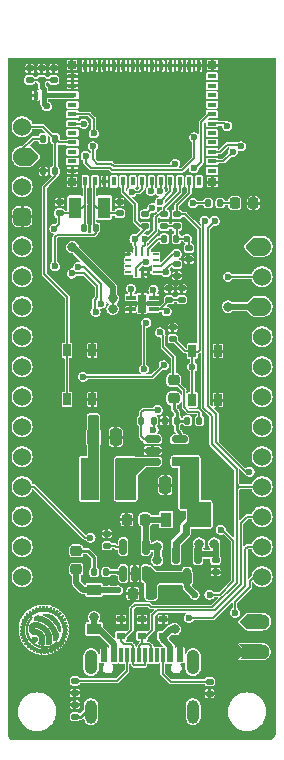
<source format=gbr>
%TF.GenerationSoftware,KiCad,Pcbnew,6.0.1-79c1e3a40b~116~ubuntu21.04.1*%
%TF.CreationDate,2022-04-07T18:26:21+01:00*%
%TF.ProjectId,esp-rust-board,6573702d-7275-4737-942d-626f6172642e,0.1b*%
%TF.SameCoordinates,Original*%
%TF.FileFunction,Copper,L1,Top*%
%TF.FilePolarity,Positive*%
%FSLAX46Y46*%
G04 Gerber Fmt 4.6, Leading zero omitted, Abs format (unit mm)*
G04 Created by KiCad (PCBNEW 6.0.1-79c1e3a40b~116~ubuntu21.04.1) date 2022-04-07 18:26:21*
%MOMM*%
%LPD*%
G01*
G04 APERTURE LIST*
G04 Aperture macros list*
%AMRoundRect*
0 Rectangle with rounded corners*
0 $1 Rounding radius*
0 $2 $3 $4 $5 $6 $7 $8 $9 X,Y pos of 4 corners*
0 Add a 4 corners polygon primitive as box body*
4,1,4,$2,$3,$4,$5,$6,$7,$8,$9,$2,$3,0*
0 Add four circle primitives for the rounded corners*
1,1,$1+$1,$2,$3*
1,1,$1+$1,$4,$5*
1,1,$1+$1,$6,$7*
1,1,$1+$1,$8,$9*
0 Add four rect primitives between the rounded corners*
20,1,$1+$1,$2,$3,$4,$5,0*
20,1,$1+$1,$4,$5,$6,$7,0*
20,1,$1+$1,$6,$7,$8,$9,0*
20,1,$1+$1,$8,$9,$2,$3,0*%
%AMFreePoly0*
4,1,48,0.657385,0.758754,0.662055,0.759085,0.664566,0.757713,0.671070,0.756770,0.697342,0.739806,0.724803,0.724803,1.359803,0.089802,1.381610,0.060599,1.383542,0.051625,1.389035,0.044269,1.390951,0.017212,1.396659,-0.009302,1.393437,-0.017898,1.394085,-0.027054,1.381082,-0.050854,1.371560,-0.076254,1.364204,-0.081747,1.359803,-0.089802,0.724803,-0.724803,0.706679,-0.738336,
0.703611,-0.741872,0.700866,-0.742677,0.695599,-0.746610,0.665023,-0.753192,0.635000,-0.762000,0.000000,-0.762000,-0.006861,-0.761005,-0.015958,-0.761833,-0.184344,-0.739365,-0.343569,-0.680150,-0.485717,-0.587131,-0.603725,-0.464931,-0.691726,-0.319622,-0.745348,-0.158429,-0.761926,0.010639,-0.740634,0.179178,-0.682532,0.338812,-0.590508,0.481606,-0.469134,0.600464,-0.324444,0.689478,
-0.163628,0.744224,-0.021304,0.759183,-0.017894,0.760733,-0.013128,0.760042,-0.003071,0.761099,0.000000,0.762000,0.635000,0.762000,0.657385,0.758754,0.657385,0.758754,$1*%
%AMFreePoly1*
4,1,49,0.002312,0.761665,0.005320,0.761981,0.174003,0.741867,0.334039,0.684881,0.477472,0.593856,0.597174,0.473315,0.687196,0.329249,0.743064,0.168820,0.762000,0.000000,0.761703,-0.021276,0.738060,-0.189502,0.677735,-0.348309,0.583726,-0.489804,0.460705,-0.606956,0.314786,-0.693941,0.153221,-0.746436,0.023340,-0.758256,0.017894,-0.760733,0.009500,-0.759516,0.008003,-0.759652,
0.000000,-0.762000,-0.635000,-0.762000,-0.657384,-0.758754,-0.662054,-0.759085,-0.664565,-0.757713,-0.671070,-0.756770,-0.697347,-0.739803,-0.724802,-0.724803,-1.359803,-0.089803,-1.381610,-0.060599,-1.383542,-0.051624,-1.389035,-0.044268,-1.390951,-0.017209,-1.396658,0.009301,-1.393436,0.017895,-1.394085,0.027055,-1.381079,0.050860,-1.371560,0.076254,-1.364205,0.081746,-1.359803,0.089803,
-0.724802,0.724803,-0.706680,0.738336,-0.703611,0.741872,-0.700865,0.742678,-0.695599,0.746610,-0.665018,0.753194,-0.635000,0.762000,0.000000,0.762000,0.002312,0.761665,0.002312,0.761665,$1*%
%AMFreePoly2*
4,1,20,0.635000,0.000000,0.634861,-0.013298,0.613363,-0.164350,0.556455,-0.305914,0.467422,-0.429816,0.351404,-0.528905,0.215099,-0.597459,0.066376,-0.631521,-0.086179,-0.629125,-0.233759,-0.590408,-0.367844,-0.517606,-0.480692,-0.414922,-0.565789,-0.288284,-0.618223,-0.145003,-0.634231,0.000000,-0.635000,0.000000,-0.635000,1.905000,0.000000,1.270000,0.635000,1.905000,0.635000,0.000000,
0.635000,0.000000,$1*%
%AMFreePoly3*
4,1,20,0.635000,1.270000,0.635000,0.000000,0.634861,-0.013298,0.613363,-0.164350,0.556455,-0.305914,0.467422,-0.429816,0.351404,-0.528905,0.215099,-0.597459,0.066376,-0.631521,-0.086179,-0.629125,-0.233759,-0.590408,-0.367844,-0.517606,-0.480692,-0.414922,-0.565789,-0.288284,-0.618223,-0.145003,-0.634231,0.000000,-0.635000,0.000000,-0.635000,1.270000,0.000000,1.905000,0.635000,1.270000,
0.635000,1.270000,$1*%
%AMFreePoly4*
4,1,6,0.725000,-0.725000,-0.725000,-0.725000,-0.725000,0.125000,-0.125000,0.725000,0.725000,0.725000,0.725000,-0.725000,0.725000,-0.725000,$1*%
G04 Aperture macros list end*
%TA.AperFunction,EtchedComponent*%
%ADD10C,0.010000*%
%TD*%
%TA.AperFunction,SMDPad,CuDef*%
%ADD11RoundRect,0.218750X0.218750X0.256250X-0.218750X0.256250X-0.218750X-0.256250X0.218750X-0.256250X0*%
%TD*%
%TA.AperFunction,ComponentPad*%
%ADD12C,1.524000*%
%TD*%
%TA.AperFunction,ComponentPad*%
%ADD13FreePoly0,0.000000*%
%TD*%
%TA.AperFunction,ComponentPad*%
%ADD14RoundRect,0.381000X-0.381000X-0.381000X0.381000X-0.381000X0.381000X0.381000X-0.381000X0.381000X0*%
%TD*%
%TA.AperFunction,ComponentPad*%
%ADD15FreePoly1,0.000000*%
%TD*%
%TA.AperFunction,ComponentPad*%
%ADD16FreePoly2,90.000000*%
%TD*%
%TA.AperFunction,ComponentPad*%
%ADD17FreePoly3,90.000000*%
%TD*%
%TA.AperFunction,SMDPad,CuDef*%
%ADD18R,1.000000X1.800000*%
%TD*%
%TA.AperFunction,SMDPad,CuDef*%
%ADD19RoundRect,0.140000X0.170000X-0.140000X0.170000X0.140000X-0.170000X0.140000X-0.170000X-0.140000X0*%
%TD*%
%TA.AperFunction,SMDPad,CuDef*%
%ADD20RoundRect,0.140000X-0.170000X0.140000X-0.170000X-0.140000X0.170000X-0.140000X0.170000X0.140000X0*%
%TD*%
%TA.AperFunction,SMDPad,CuDef*%
%ADD21RoundRect,0.135000X-0.135000X-0.185000X0.135000X-0.185000X0.135000X0.185000X-0.135000X0.185000X0*%
%TD*%
%TA.AperFunction,SMDPad,CuDef*%
%ADD22RoundRect,0.225000X0.225000X0.250000X-0.225000X0.250000X-0.225000X-0.250000X0.225000X-0.250000X0*%
%TD*%
%TA.AperFunction,SMDPad,CuDef*%
%ADD23R,0.700000X0.600000*%
%TD*%
%TA.AperFunction,SMDPad,CuDef*%
%ADD24RoundRect,0.140000X0.140000X0.170000X-0.140000X0.170000X-0.140000X-0.170000X0.140000X-0.170000X0*%
%TD*%
%TA.AperFunction,SMDPad,CuDef*%
%ADD25R,0.800000X0.400000*%
%TD*%
%TA.AperFunction,SMDPad,CuDef*%
%ADD26R,0.400000X0.800000*%
%TD*%
%TA.AperFunction,SMDPad,CuDef*%
%ADD27R,0.700000X0.700000*%
%TD*%
%TA.AperFunction,SMDPad,CuDef*%
%ADD28R,1.450000X1.450000*%
%TD*%
%TA.AperFunction,SMDPad,CuDef*%
%ADD29FreePoly4,0.000000*%
%TD*%
%TA.AperFunction,SMDPad,CuDef*%
%ADD30R,0.650000X1.050000*%
%TD*%
%TA.AperFunction,SMDPad,CuDef*%
%ADD31R,0.475000X0.250000*%
%TD*%
%TA.AperFunction,SMDPad,CuDef*%
%ADD32R,0.250000X0.475000*%
%TD*%
%TA.AperFunction,SMDPad,CuDef*%
%ADD33RoundRect,0.135000X-0.185000X0.135000X-0.185000X-0.135000X0.185000X-0.135000X0.185000X0.135000X0*%
%TD*%
%TA.AperFunction,SMDPad,CuDef*%
%ADD34R,1.200000X0.900000*%
%TD*%
%TA.AperFunction,SMDPad,CuDef*%
%ADD35RoundRect,0.135000X0.185000X-0.135000X0.185000X0.135000X-0.185000X0.135000X-0.185000X-0.135000X0*%
%TD*%
%TA.AperFunction,SMDPad,CuDef*%
%ADD36RoundRect,0.014000X0.361000X0.161000X-0.361000X0.161000X-0.361000X-0.161000X0.361000X-0.161000X0*%
%TD*%
%TA.AperFunction,SMDPad,CuDef*%
%ADD37R,0.700000X1.600000*%
%TD*%
%TA.AperFunction,SMDPad,CuDef*%
%ADD38RoundRect,0.135000X0.135000X0.185000X-0.135000X0.185000X-0.135000X-0.185000X0.135000X-0.185000X0*%
%TD*%
%TA.AperFunction,SMDPad,CuDef*%
%ADD39RoundRect,0.218750X-0.256250X0.218750X-0.256250X-0.218750X0.256250X-0.218750X0.256250X0.218750X0*%
%TD*%
%TA.AperFunction,SMDPad,CuDef*%
%ADD40RoundRect,0.225000X-0.250000X0.225000X-0.250000X-0.225000X0.250000X-0.225000X0.250000X0.225000X0*%
%TD*%
%TA.AperFunction,SMDPad,CuDef*%
%ADD41RoundRect,0.225000X-0.225000X-0.250000X0.225000X-0.250000X0.225000X0.250000X-0.225000X0.250000X0*%
%TD*%
%TA.AperFunction,SMDPad,CuDef*%
%ADD42RoundRect,0.150000X0.150000X-0.512500X0.150000X0.512500X-0.150000X0.512500X-0.150000X-0.512500X0*%
%TD*%
%TA.AperFunction,SMDPad,CuDef*%
%ADD43RoundRect,0.250000X0.250000X0.475000X-0.250000X0.475000X-0.250000X-0.475000X0.250000X-0.475000X0*%
%TD*%
%TA.AperFunction,SMDPad,CuDef*%
%ADD44RoundRect,0.150000X-0.150000X0.587500X-0.150000X-0.587500X0.150000X-0.587500X0.150000X0.587500X0*%
%TD*%
%TA.AperFunction,SMDPad,CuDef*%
%ADD45RoundRect,0.250000X-0.250000X-0.475000X0.250000X-0.475000X0.250000X0.475000X-0.250000X0.475000X0*%
%TD*%
%TA.AperFunction,SMDPad,CuDef*%
%ADD46RoundRect,0.150000X-0.512500X-0.150000X0.512500X-0.150000X0.512500X0.150000X-0.512500X0.150000X0*%
%TD*%
%TA.AperFunction,SMDPad,CuDef*%
%ADD47R,1.500000X3.600000*%
%TD*%
%TA.AperFunction,SMDPad,CuDef*%
%ADD48R,0.900000X1.200000*%
%TD*%
%TA.AperFunction,SMDPad,CuDef*%
%ADD49R,0.600000X1.150000*%
%TD*%
%TA.AperFunction,SMDPad,CuDef*%
%ADD50R,0.300000X1.150000*%
%TD*%
%TA.AperFunction,ComponentPad*%
%ADD51O,1.050000X2.100000*%
%TD*%
%TA.AperFunction,ComponentPad*%
%ADD52O,1.000000X2.000000*%
%TD*%
%TA.AperFunction,SMDPad,CuDef*%
%ADD53RoundRect,0.036000X0.164000X0.314000X-0.164000X0.314000X-0.164000X-0.314000X0.164000X-0.314000X0*%
%TD*%
%TA.AperFunction,ViaPad*%
%ADD54C,0.600000*%
%TD*%
%TA.AperFunction,ViaPad*%
%ADD55C,0.800000*%
%TD*%
%TA.AperFunction,Conductor*%
%ADD56C,0.508000*%
%TD*%
%TA.AperFunction,Conductor*%
%ADD57C,0.152400*%
%TD*%
%TA.AperFunction,Conductor*%
%ADD58C,0.762000*%
%TD*%
%TA.AperFunction,Conductor*%
%ADD59C,0.406400*%
%TD*%
%TA.AperFunction,Conductor*%
%ADD60C,0.254000*%
%TD*%
%TA.AperFunction,Conductor*%
%ADD61C,0.609600*%
%TD*%
%TA.AperFunction,Conductor*%
%ADD62C,0.250000*%
%TD*%
G04 APERTURE END LIST*
D10*
%TO.C,G\u002A\u002A\u002A*%
X138688743Y-117910120D02*
X138692187Y-117911730D01*
X138692187Y-117911730D02*
X138697545Y-117915718D01*
X138697545Y-117915718D02*
X138706484Y-117923578D01*
X138706484Y-117923578D02*
X138717898Y-117934291D01*
X138717898Y-117934291D02*
X138730682Y-117946837D01*
X138730682Y-117946837D02*
X138735090Y-117951284D01*
X138735090Y-117951284D02*
X138769585Y-117986338D01*
X138769585Y-117986338D02*
X138750416Y-118007529D01*
X138750416Y-118007529D02*
X138708367Y-118054957D01*
X138708367Y-118054957D02*
X138670970Y-118099289D01*
X138670970Y-118099289D02*
X138637507Y-118141558D01*
X138637507Y-118141558D02*
X138607261Y-118182796D01*
X138607261Y-118182796D02*
X138579513Y-118224036D01*
X138579513Y-118224036D02*
X138553547Y-118266309D01*
X138553547Y-118266309D02*
X138528643Y-118310648D01*
X138528643Y-118310648D02*
X138504084Y-118358086D01*
X138504084Y-118358086D02*
X138497805Y-118370773D01*
X138497805Y-118370773D02*
X138456086Y-118463041D01*
X138456086Y-118463041D02*
X138421064Y-118556223D01*
X138421064Y-118556223D02*
X138392711Y-118650405D01*
X138392711Y-118650405D02*
X138371002Y-118745675D01*
X138371002Y-118745675D02*
X138356863Y-118834442D01*
X138356863Y-118834442D02*
X138354888Y-118854133D01*
X138354888Y-118854133D02*
X138353175Y-118879313D01*
X138353175Y-118879313D02*
X138351744Y-118908705D01*
X138351744Y-118908705D02*
X138350617Y-118941028D01*
X138350617Y-118941028D02*
X138349814Y-118975004D01*
X138349814Y-118975004D02*
X138349357Y-119009353D01*
X138349357Y-119009353D02*
X138349268Y-119042797D01*
X138349268Y-119042797D02*
X138349566Y-119074056D01*
X138349566Y-119074056D02*
X138350273Y-119101852D01*
X138350273Y-119101852D02*
X138351411Y-119124904D01*
X138351411Y-119124904D02*
X138351947Y-119131988D01*
X138351947Y-119131988D02*
X138363540Y-119228597D01*
X138363540Y-119228597D02*
X138381615Y-119323745D01*
X138381615Y-119323745D02*
X138405980Y-119417126D01*
X138405980Y-119417126D02*
X138436446Y-119508435D01*
X138436446Y-119508435D02*
X138472821Y-119597364D01*
X138472821Y-119597364D02*
X138514914Y-119683609D01*
X138514914Y-119683609D02*
X138562535Y-119766864D01*
X138562535Y-119766864D02*
X138615494Y-119846821D01*
X138615494Y-119846821D02*
X138673599Y-119923175D01*
X138673599Y-119923175D02*
X138736660Y-119995621D01*
X138736660Y-119995621D02*
X138804485Y-120063852D01*
X138804485Y-120063852D02*
X138876886Y-120127562D01*
X138876886Y-120127562D02*
X138953670Y-120186445D01*
X138953670Y-120186445D02*
X139034646Y-120240196D01*
X139034646Y-120240196D02*
X139047386Y-120247943D01*
X139047386Y-120247943D02*
X139134037Y-120296213D01*
X139134037Y-120296213D02*
X139222969Y-120338223D01*
X139222969Y-120338223D02*
X139314388Y-120374043D01*
X139314388Y-120374043D02*
X139408498Y-120403745D01*
X139408498Y-120403745D02*
X139505503Y-120427399D01*
X139505503Y-120427399D02*
X139605608Y-120445077D01*
X139605608Y-120445077D02*
X139622106Y-120447380D01*
X139622106Y-120447380D02*
X139642158Y-120449461D01*
X139642158Y-120449461D02*
X139667728Y-120451153D01*
X139667728Y-120451153D02*
X139697655Y-120452457D01*
X139697655Y-120452457D02*
X139730775Y-120453371D01*
X139730775Y-120453371D02*
X139765929Y-120453895D01*
X139765929Y-120453895D02*
X139801953Y-120454028D01*
X139801953Y-120454028D02*
X139837687Y-120453770D01*
X139837687Y-120453770D02*
X139871969Y-120453119D01*
X139871969Y-120453119D02*
X139903636Y-120452075D01*
X139903636Y-120452075D02*
X139931528Y-120450637D01*
X139931528Y-120450637D02*
X139954482Y-120448805D01*
X139954482Y-120448805D02*
X139964918Y-120447583D01*
X139964918Y-120447583D02*
X140053662Y-120433334D01*
X140053662Y-120433334D02*
X140137563Y-120415493D01*
X140137563Y-120415493D02*
X140217714Y-120393730D01*
X140217714Y-120393730D02*
X140295210Y-120367716D01*
X140295210Y-120367716D02*
X140371142Y-120337122D01*
X140371142Y-120337122D02*
X140441680Y-120304089D01*
X140441680Y-120304089D02*
X140517018Y-120263805D01*
X140517018Y-120263805D02*
X140588750Y-120219843D01*
X140588750Y-120219843D02*
X140657992Y-120171426D01*
X140657992Y-120171426D02*
X140725862Y-120117777D01*
X140725862Y-120117777D02*
X140788299Y-120062903D01*
X140788299Y-120062903D02*
X140800082Y-120052220D01*
X140800082Y-120052220D02*
X140810078Y-120043463D01*
X140810078Y-120043463D02*
X140817238Y-120037531D01*
X140817238Y-120037531D02*
X140820514Y-120035320D01*
X140820514Y-120035320D02*
X140820525Y-120035320D01*
X140820525Y-120035320D02*
X140823546Y-120037601D01*
X140823546Y-120037601D02*
X140830491Y-120043920D01*
X140830491Y-120043920D02*
X140840530Y-120053490D01*
X140840530Y-120053490D02*
X140852834Y-120065522D01*
X140852834Y-120065522D02*
X140863266Y-120075906D01*
X140863266Y-120075906D02*
X140903746Y-120116492D01*
X140903746Y-120116492D02*
X140890306Y-120130448D01*
X140890306Y-120130448D02*
X140873110Y-120147348D01*
X140873110Y-120147348D02*
X140851401Y-120167173D01*
X140851401Y-120167173D02*
X140826262Y-120189034D01*
X140826262Y-120189034D02*
X140798778Y-120212043D01*
X140798778Y-120212043D02*
X140770031Y-120235309D01*
X140770031Y-120235309D02*
X140741106Y-120257942D01*
X140741106Y-120257942D02*
X140713085Y-120279053D01*
X140713085Y-120279053D02*
X140687052Y-120297752D01*
X140687052Y-120297752D02*
X140683826Y-120299990D01*
X140683826Y-120299990D02*
X140600483Y-120353492D01*
X140600483Y-120353492D02*
X140513130Y-120401774D01*
X140513130Y-120401774D02*
X140422355Y-120444596D01*
X140422355Y-120444596D02*
X140328742Y-120481714D01*
X140328742Y-120481714D02*
X140232879Y-120512886D01*
X140232879Y-120512886D02*
X140135351Y-120537870D01*
X140135351Y-120537870D02*
X140082693Y-120548611D01*
X140082693Y-120548611D02*
X140051013Y-120554346D01*
X140051013Y-120554346D02*
X140022852Y-120559037D01*
X140022852Y-120559037D02*
X139996938Y-120562797D01*
X139996938Y-120562797D02*
X139972001Y-120565734D01*
X139972001Y-120565734D02*
X139946769Y-120567960D01*
X139946769Y-120567960D02*
X139919970Y-120569585D01*
X139919970Y-120569585D02*
X139890333Y-120570719D01*
X139890333Y-120570719D02*
X139856587Y-120571472D01*
X139856587Y-120571472D02*
X139817460Y-120571956D01*
X139817460Y-120571956D02*
X139813453Y-120571991D01*
X139813453Y-120571991D02*
X139784675Y-120572198D01*
X139784675Y-120572198D02*
X139757460Y-120572313D01*
X139757460Y-120572313D02*
X139732697Y-120572339D01*
X139732697Y-120572339D02*
X139711271Y-120572279D01*
X139711271Y-120572279D02*
X139694070Y-120572133D01*
X139694070Y-120572133D02*
X139681979Y-120571906D01*
X139681979Y-120571906D02*
X139676293Y-120571641D01*
X139676293Y-120571641D02*
X139575983Y-120559791D01*
X139575983Y-120559791D02*
X139479779Y-120543007D01*
X139479779Y-120543007D02*
X139386932Y-120521079D01*
X139386932Y-120521079D02*
X139296693Y-120493797D01*
X139296693Y-120493797D02*
X139208312Y-120460949D01*
X139208312Y-120460949D02*
X139121041Y-120422326D01*
X139121041Y-120422326D02*
X139088706Y-120406441D01*
X139088706Y-120406441D02*
X139018717Y-120369229D01*
X139018717Y-120369229D02*
X138953521Y-120330414D01*
X138953521Y-120330414D02*
X138891142Y-120288705D01*
X138891142Y-120288705D02*
X138829608Y-120242808D01*
X138829608Y-120242808D02*
X138790026Y-120210862D01*
X138790026Y-120210862D02*
X138770462Y-120193915D01*
X138770462Y-120193915D02*
X138747553Y-120172884D01*
X138747553Y-120172884D02*
X138722353Y-120148834D01*
X138722353Y-120148834D02*
X138695919Y-120122830D01*
X138695919Y-120122830D02*
X138669304Y-120095939D01*
X138669304Y-120095939D02*
X138643565Y-120069224D01*
X138643565Y-120069224D02*
X138619755Y-120043751D01*
X138619755Y-120043751D02*
X138598930Y-120020587D01*
X138598930Y-120020587D02*
X138582873Y-120001689D01*
X138582873Y-120001689D02*
X138519813Y-119919240D01*
X138519813Y-119919240D02*
X138462879Y-119833924D01*
X138462879Y-119833924D02*
X138412060Y-119745716D01*
X138412060Y-119745716D02*
X138367347Y-119654593D01*
X138367347Y-119654593D02*
X138328729Y-119560531D01*
X138328729Y-119560531D02*
X138296196Y-119463507D01*
X138296196Y-119463507D02*
X138269739Y-119363497D01*
X138269739Y-119363497D02*
X138249348Y-119260478D01*
X138249348Y-119260478D02*
X138240008Y-119197120D01*
X138240008Y-119197120D02*
X138237249Y-119171045D01*
X138237249Y-119171045D02*
X138234916Y-119139661D01*
X138234916Y-119139661D02*
X138233041Y-119104422D01*
X138233041Y-119104422D02*
X138231656Y-119066781D01*
X138231656Y-119066781D02*
X138230796Y-119028190D01*
X138230796Y-119028190D02*
X138230493Y-118990102D01*
X138230493Y-118990102D02*
X138230780Y-118953972D01*
X138230780Y-118953972D02*
X138231689Y-118921252D01*
X138231689Y-118921252D02*
X138233144Y-118894880D01*
X138233144Y-118894880D02*
X138244035Y-118792708D01*
X138244035Y-118792708D02*
X138261487Y-118691924D01*
X138261487Y-118691924D02*
X138285381Y-118592820D01*
X138285381Y-118592820D02*
X138315595Y-118495687D01*
X138315595Y-118495687D02*
X138352008Y-118400816D01*
X138352008Y-118400816D02*
X138394500Y-118308500D01*
X138394500Y-118308500D02*
X138442950Y-118219029D01*
X138442950Y-118219029D02*
X138497237Y-118132694D01*
X138497237Y-118132694D02*
X138557240Y-118049788D01*
X138557240Y-118049788D02*
X138610693Y-117984486D01*
X138610693Y-117984486D02*
X138624317Y-117968996D01*
X138624317Y-117968996D02*
X138638497Y-117953334D01*
X138638497Y-117953334D02*
X138651657Y-117939213D01*
X138651657Y-117939213D02*
X138662219Y-117928348D01*
X138662219Y-117928348D02*
X138663247Y-117927335D01*
X138663247Y-117927335D02*
X138673357Y-117917621D01*
X138673357Y-117917621D02*
X138680072Y-117912001D01*
X138680072Y-117912001D02*
X138684748Y-117909745D01*
X138684748Y-117909745D02*
X138688743Y-117910120D01*
X138688743Y-117910120D02*
X138688743Y-117910120D01*
G36*
X138688743Y-117910120D02*
G01*
X138692187Y-117911730D01*
X138697545Y-117915718D01*
X138706484Y-117923578D01*
X138717898Y-117934291D01*
X138730682Y-117946837D01*
X138735090Y-117951284D01*
X138769585Y-117986338D01*
X138750416Y-118007529D01*
X138708367Y-118054957D01*
X138670970Y-118099289D01*
X138637507Y-118141558D01*
X138607261Y-118182796D01*
X138579513Y-118224036D01*
X138553547Y-118266309D01*
X138528643Y-118310648D01*
X138504084Y-118358086D01*
X138497805Y-118370773D01*
X138456086Y-118463041D01*
X138421064Y-118556223D01*
X138392711Y-118650405D01*
X138371002Y-118745675D01*
X138356863Y-118834442D01*
X138354888Y-118854133D01*
X138353175Y-118879313D01*
X138351744Y-118908705D01*
X138350617Y-118941028D01*
X138349814Y-118975004D01*
X138349357Y-119009353D01*
X138349268Y-119042797D01*
X138349566Y-119074056D01*
X138350273Y-119101852D01*
X138351411Y-119124904D01*
X138351947Y-119131988D01*
X138363540Y-119228597D01*
X138381615Y-119323745D01*
X138405980Y-119417126D01*
X138436446Y-119508435D01*
X138472821Y-119597364D01*
X138514914Y-119683609D01*
X138562535Y-119766864D01*
X138615494Y-119846821D01*
X138673599Y-119923175D01*
X138736660Y-119995621D01*
X138804485Y-120063852D01*
X138876886Y-120127562D01*
X138953670Y-120186445D01*
X139034646Y-120240196D01*
X139047386Y-120247943D01*
X139134037Y-120296213D01*
X139222969Y-120338223D01*
X139314388Y-120374043D01*
X139408498Y-120403745D01*
X139505503Y-120427399D01*
X139605608Y-120445077D01*
X139622106Y-120447380D01*
X139642158Y-120449461D01*
X139667728Y-120451153D01*
X139697655Y-120452457D01*
X139730775Y-120453371D01*
X139765929Y-120453895D01*
X139801953Y-120454028D01*
X139837687Y-120453770D01*
X139871969Y-120453119D01*
X139903636Y-120452075D01*
X139931528Y-120450637D01*
X139954482Y-120448805D01*
X139964918Y-120447583D01*
X140053662Y-120433334D01*
X140137563Y-120415493D01*
X140217714Y-120393730D01*
X140295210Y-120367716D01*
X140371142Y-120337122D01*
X140441680Y-120304089D01*
X140517018Y-120263805D01*
X140588750Y-120219843D01*
X140657992Y-120171426D01*
X140725862Y-120117777D01*
X140788299Y-120062903D01*
X140800082Y-120052220D01*
X140810078Y-120043463D01*
X140817238Y-120037531D01*
X140820514Y-120035320D01*
X140820525Y-120035320D01*
X140823546Y-120037601D01*
X140830491Y-120043920D01*
X140840530Y-120053490D01*
X140852834Y-120065522D01*
X140863266Y-120075906D01*
X140903746Y-120116492D01*
X140890306Y-120130448D01*
X140873110Y-120147348D01*
X140851401Y-120167173D01*
X140826262Y-120189034D01*
X140798778Y-120212043D01*
X140770031Y-120235309D01*
X140741106Y-120257942D01*
X140713085Y-120279053D01*
X140687052Y-120297752D01*
X140683826Y-120299990D01*
X140600483Y-120353492D01*
X140513130Y-120401774D01*
X140422355Y-120444596D01*
X140328742Y-120481714D01*
X140232879Y-120512886D01*
X140135351Y-120537870D01*
X140082693Y-120548611D01*
X140051013Y-120554346D01*
X140022852Y-120559037D01*
X139996938Y-120562797D01*
X139972001Y-120565734D01*
X139946769Y-120567960D01*
X139919970Y-120569585D01*
X139890333Y-120570719D01*
X139856587Y-120571472D01*
X139817460Y-120571956D01*
X139813453Y-120571991D01*
X139784675Y-120572198D01*
X139757460Y-120572313D01*
X139732697Y-120572339D01*
X139711271Y-120572279D01*
X139694070Y-120572133D01*
X139681979Y-120571906D01*
X139676293Y-120571641D01*
X139575983Y-120559791D01*
X139479779Y-120543007D01*
X139386932Y-120521079D01*
X139296693Y-120493797D01*
X139208312Y-120460949D01*
X139121041Y-120422326D01*
X139088706Y-120406441D01*
X139018717Y-120369229D01*
X138953521Y-120330414D01*
X138891142Y-120288705D01*
X138829608Y-120242808D01*
X138790026Y-120210862D01*
X138770462Y-120193915D01*
X138747553Y-120172884D01*
X138722353Y-120148834D01*
X138695919Y-120122830D01*
X138669304Y-120095939D01*
X138643565Y-120069224D01*
X138619755Y-120043751D01*
X138598930Y-120020587D01*
X138582873Y-120001689D01*
X138519813Y-119919240D01*
X138462879Y-119833924D01*
X138412060Y-119745716D01*
X138367347Y-119654593D01*
X138328729Y-119560531D01*
X138296196Y-119463507D01*
X138269739Y-119363497D01*
X138249348Y-119260478D01*
X138240008Y-119197120D01*
X138237249Y-119171045D01*
X138234916Y-119139661D01*
X138233041Y-119104422D01*
X138231656Y-119066781D01*
X138230796Y-119028190D01*
X138230493Y-118990102D01*
X138230780Y-118953972D01*
X138231689Y-118921252D01*
X138233144Y-118894880D01*
X138244035Y-118792708D01*
X138261487Y-118691924D01*
X138285381Y-118592820D01*
X138315595Y-118495687D01*
X138352008Y-118400816D01*
X138394500Y-118308500D01*
X138442950Y-118219029D01*
X138497237Y-118132694D01*
X138557240Y-118049788D01*
X138610693Y-117984486D01*
X138624317Y-117968996D01*
X138638497Y-117953334D01*
X138651657Y-117939213D01*
X138662219Y-117928348D01*
X138663247Y-117927335D01*
X138673357Y-117917621D01*
X138680072Y-117912001D01*
X138684748Y-117909745D01*
X138688743Y-117910120D01*
G37*
X138688743Y-117910120D02*
X138692187Y-117911730D01*
X138697545Y-117915718D01*
X138706484Y-117923578D01*
X138717898Y-117934291D01*
X138730682Y-117946837D01*
X138735090Y-117951284D01*
X138769585Y-117986338D01*
X138750416Y-118007529D01*
X138708367Y-118054957D01*
X138670970Y-118099289D01*
X138637507Y-118141558D01*
X138607261Y-118182796D01*
X138579513Y-118224036D01*
X138553547Y-118266309D01*
X138528643Y-118310648D01*
X138504084Y-118358086D01*
X138497805Y-118370773D01*
X138456086Y-118463041D01*
X138421064Y-118556223D01*
X138392711Y-118650405D01*
X138371002Y-118745675D01*
X138356863Y-118834442D01*
X138354888Y-118854133D01*
X138353175Y-118879313D01*
X138351744Y-118908705D01*
X138350617Y-118941028D01*
X138349814Y-118975004D01*
X138349357Y-119009353D01*
X138349268Y-119042797D01*
X138349566Y-119074056D01*
X138350273Y-119101852D01*
X138351411Y-119124904D01*
X138351947Y-119131988D01*
X138363540Y-119228597D01*
X138381615Y-119323745D01*
X138405980Y-119417126D01*
X138436446Y-119508435D01*
X138472821Y-119597364D01*
X138514914Y-119683609D01*
X138562535Y-119766864D01*
X138615494Y-119846821D01*
X138673599Y-119923175D01*
X138736660Y-119995621D01*
X138804485Y-120063852D01*
X138876886Y-120127562D01*
X138953670Y-120186445D01*
X139034646Y-120240196D01*
X139047386Y-120247943D01*
X139134037Y-120296213D01*
X139222969Y-120338223D01*
X139314388Y-120374043D01*
X139408498Y-120403745D01*
X139505503Y-120427399D01*
X139605608Y-120445077D01*
X139622106Y-120447380D01*
X139642158Y-120449461D01*
X139667728Y-120451153D01*
X139697655Y-120452457D01*
X139730775Y-120453371D01*
X139765929Y-120453895D01*
X139801953Y-120454028D01*
X139837687Y-120453770D01*
X139871969Y-120453119D01*
X139903636Y-120452075D01*
X139931528Y-120450637D01*
X139954482Y-120448805D01*
X139964918Y-120447583D01*
X140053662Y-120433334D01*
X140137563Y-120415493D01*
X140217714Y-120393730D01*
X140295210Y-120367716D01*
X140371142Y-120337122D01*
X140441680Y-120304089D01*
X140517018Y-120263805D01*
X140588750Y-120219843D01*
X140657992Y-120171426D01*
X140725862Y-120117777D01*
X140788299Y-120062903D01*
X140800082Y-120052220D01*
X140810078Y-120043463D01*
X140817238Y-120037531D01*
X140820514Y-120035320D01*
X140820525Y-120035320D01*
X140823546Y-120037601D01*
X140830491Y-120043920D01*
X140840530Y-120053490D01*
X140852834Y-120065522D01*
X140863266Y-120075906D01*
X140903746Y-120116492D01*
X140890306Y-120130448D01*
X140873110Y-120147348D01*
X140851401Y-120167173D01*
X140826262Y-120189034D01*
X140798778Y-120212043D01*
X140770031Y-120235309D01*
X140741106Y-120257942D01*
X140713085Y-120279053D01*
X140687052Y-120297752D01*
X140683826Y-120299990D01*
X140600483Y-120353492D01*
X140513130Y-120401774D01*
X140422355Y-120444596D01*
X140328742Y-120481714D01*
X140232879Y-120512886D01*
X140135351Y-120537870D01*
X140082693Y-120548611D01*
X140051013Y-120554346D01*
X140022852Y-120559037D01*
X139996938Y-120562797D01*
X139972001Y-120565734D01*
X139946769Y-120567960D01*
X139919970Y-120569585D01*
X139890333Y-120570719D01*
X139856587Y-120571472D01*
X139817460Y-120571956D01*
X139813453Y-120571991D01*
X139784675Y-120572198D01*
X139757460Y-120572313D01*
X139732697Y-120572339D01*
X139711271Y-120572279D01*
X139694070Y-120572133D01*
X139681979Y-120571906D01*
X139676293Y-120571641D01*
X139575983Y-120559791D01*
X139479779Y-120543007D01*
X139386932Y-120521079D01*
X139296693Y-120493797D01*
X139208312Y-120460949D01*
X139121041Y-120422326D01*
X139088706Y-120406441D01*
X139018717Y-120369229D01*
X138953521Y-120330414D01*
X138891142Y-120288705D01*
X138829608Y-120242808D01*
X138790026Y-120210862D01*
X138770462Y-120193915D01*
X138747553Y-120172884D01*
X138722353Y-120148834D01*
X138695919Y-120122830D01*
X138669304Y-120095939D01*
X138643565Y-120069224D01*
X138619755Y-120043751D01*
X138598930Y-120020587D01*
X138582873Y-120001689D01*
X138519813Y-119919240D01*
X138462879Y-119833924D01*
X138412060Y-119745716D01*
X138367347Y-119654593D01*
X138328729Y-119560531D01*
X138296196Y-119463507D01*
X138269739Y-119363497D01*
X138249348Y-119260478D01*
X138240008Y-119197120D01*
X138237249Y-119171045D01*
X138234916Y-119139661D01*
X138233041Y-119104422D01*
X138231656Y-119066781D01*
X138230796Y-119028190D01*
X138230493Y-118990102D01*
X138230780Y-118953972D01*
X138231689Y-118921252D01*
X138233144Y-118894880D01*
X138244035Y-118792708D01*
X138261487Y-118691924D01*
X138285381Y-118592820D01*
X138315595Y-118495687D01*
X138352008Y-118400816D01*
X138394500Y-118308500D01*
X138442950Y-118219029D01*
X138497237Y-118132694D01*
X138557240Y-118049788D01*
X138610693Y-117984486D01*
X138624317Y-117968996D01*
X138638497Y-117953334D01*
X138651657Y-117939213D01*
X138662219Y-117928348D01*
X138663247Y-117927335D01*
X138673357Y-117917621D01*
X138680072Y-117912001D01*
X138684748Y-117909745D01*
X138688743Y-117910120D01*
X139002198Y-118411080D02*
X139034556Y-118411800D01*
X139034556Y-118411800D02*
X139066270Y-118413183D01*
X139066270Y-118413183D02*
X139096108Y-118415222D01*
X139096108Y-118415222D02*
X139122842Y-118417909D01*
X139122842Y-118417909D02*
X139133729Y-118419356D01*
X139133729Y-118419356D02*
X139230001Y-118436111D01*
X139230001Y-118436111D02*
X139321988Y-118457737D01*
X139321988Y-118457737D02*
X139410255Y-118484373D01*
X139410255Y-118484373D02*
X139451494Y-118498990D01*
X139451494Y-118498990D02*
X139542818Y-118536523D01*
X139542818Y-118536523D02*
X139630890Y-118579865D01*
X139630890Y-118579865D02*
X139715462Y-118628797D01*
X139715462Y-118628797D02*
X139796287Y-118683100D01*
X139796287Y-118683100D02*
X139873116Y-118742554D01*
X139873116Y-118742554D02*
X139945703Y-118806938D01*
X139945703Y-118806938D02*
X140013798Y-118876035D01*
X140013798Y-118876035D02*
X140077153Y-118949623D01*
X140077153Y-118949623D02*
X140135522Y-119027483D01*
X140135522Y-119027483D02*
X140188655Y-119109396D01*
X140188655Y-119109396D02*
X140235584Y-119193733D01*
X140235584Y-119193733D02*
X140273142Y-119271886D01*
X140273142Y-119271886D02*
X140305242Y-119349667D01*
X140305242Y-119349667D02*
X140332318Y-119428418D01*
X140332318Y-119428418D02*
X140354802Y-119509481D01*
X140354802Y-119509481D02*
X140373129Y-119594198D01*
X140373129Y-119594198D02*
X140382564Y-119648957D01*
X140382564Y-119648957D02*
X140389424Y-119702140D01*
X140389424Y-119702140D02*
X140394187Y-119759729D01*
X140394187Y-119759729D02*
X140396836Y-119819929D01*
X140396836Y-119819929D02*
X140397359Y-119880946D01*
X140397359Y-119880946D02*
X140395740Y-119940984D01*
X140395740Y-119940984D02*
X140391964Y-119998248D01*
X140391964Y-119998248D02*
X140386018Y-120050944D01*
X140386018Y-120050944D02*
X140385832Y-120052253D01*
X140385832Y-120052253D02*
X140381734Y-120079741D01*
X140381734Y-120079741D02*
X140377394Y-120106738D01*
X140377394Y-120106738D02*
X140372993Y-120132300D01*
X140372993Y-120132300D02*
X140368707Y-120155485D01*
X140368707Y-120155485D02*
X140364715Y-120175350D01*
X140364715Y-120175350D02*
X140361195Y-120190951D01*
X140361195Y-120190951D02*
X140358326Y-120201346D01*
X140358326Y-120201346D02*
X140357005Y-120204668D01*
X140357005Y-120204668D02*
X140352253Y-120208678D01*
X140352253Y-120208678D02*
X140341890Y-120214320D01*
X140341890Y-120214320D02*
X140326794Y-120221282D01*
X140326794Y-120221282D02*
X140307844Y-120229252D01*
X140307844Y-120229252D02*
X140285918Y-120237920D01*
X140285918Y-120237920D02*
X140261893Y-120246973D01*
X140261893Y-120246973D02*
X140236648Y-120256100D01*
X140236648Y-120256100D02*
X140211061Y-120264990D01*
X140211061Y-120264990D02*
X140186009Y-120273331D01*
X140186009Y-120273331D02*
X140162371Y-120280812D01*
X140162371Y-120280812D02*
X140141026Y-120287121D01*
X140141026Y-120287121D02*
X140122850Y-120291947D01*
X140122850Y-120291947D02*
X140108722Y-120294979D01*
X140108722Y-120294979D02*
X140099767Y-120295911D01*
X140099767Y-120295911D02*
X140094405Y-120294678D01*
X140094405Y-120294678D02*
X140083655Y-120291295D01*
X140083655Y-120291295D02*
X140068433Y-120286082D01*
X140068433Y-120286082D02*
X140049658Y-120279362D01*
X140049658Y-120279362D02*
X140028245Y-120271457D01*
X140028245Y-120271457D02*
X140005113Y-120262689D01*
X140005113Y-120262689D02*
X140004800Y-120262569D01*
X140004800Y-120262569D02*
X139978608Y-120252445D01*
X139978608Y-120252445D02*
X139958133Y-120244347D01*
X139958133Y-120244347D02*
X139942729Y-120237977D01*
X139942729Y-120237977D02*
X139931749Y-120233040D01*
X139931749Y-120233040D02*
X139924548Y-120229236D01*
X139924548Y-120229236D02*
X139920480Y-120226268D01*
X139920480Y-120226268D02*
X139918899Y-120223839D01*
X139918899Y-120223839D02*
X139918818Y-120222958D01*
X139918818Y-120222958D02*
X139919923Y-120217485D01*
X139919923Y-120217485D02*
X139922692Y-120206930D01*
X139922692Y-120206930D02*
X139926743Y-120192667D01*
X139926743Y-120192667D02*
X139931693Y-120176072D01*
X139931693Y-120176072D02*
X139933315Y-120170786D01*
X139933315Y-120170786D02*
X139941057Y-120143547D01*
X139941057Y-120143547D02*
X139949022Y-120111699D01*
X139949022Y-120111699D02*
X139956756Y-120077371D01*
X139956756Y-120077371D02*
X139963806Y-120042693D01*
X139963806Y-120042693D02*
X139969718Y-120009797D01*
X139969718Y-120009797D02*
X139974041Y-119980810D01*
X139974041Y-119980810D02*
X139974479Y-119977306D01*
X139974479Y-119977306D02*
X139975884Y-119960442D01*
X139975884Y-119960442D02*
X139976810Y-119937078D01*
X139976810Y-119937078D02*
X139977253Y-119907473D01*
X139977253Y-119907473D02*
X139977207Y-119871882D01*
X139977207Y-119871882D02*
X139976857Y-119841840D01*
X139976857Y-119841840D02*
X139976184Y-119806515D01*
X139976184Y-119806515D02*
X139975246Y-119776619D01*
X139975246Y-119776619D02*
X139973885Y-119750810D01*
X139973885Y-119750810D02*
X139971943Y-119727744D01*
X139971943Y-119727744D02*
X139969262Y-119706078D01*
X139969262Y-119706078D02*
X139965684Y-119684468D01*
X139965684Y-119684468D02*
X139961051Y-119661572D01*
X139961051Y-119661572D02*
X139955205Y-119636047D01*
X139955205Y-119636047D02*
X139950283Y-119615796D01*
X139950283Y-119615796D02*
X139927146Y-119535912D01*
X139927146Y-119535912D02*
X139897988Y-119458800D01*
X139897988Y-119458800D02*
X139863070Y-119384742D01*
X139863070Y-119384742D02*
X139822653Y-119314017D01*
X139822653Y-119314017D02*
X139777000Y-119246907D01*
X139777000Y-119246907D02*
X139726372Y-119183693D01*
X139726372Y-119183693D02*
X139671031Y-119124654D01*
X139671031Y-119124654D02*
X139611238Y-119070073D01*
X139611238Y-119070073D02*
X139547256Y-119020228D01*
X139547256Y-119020228D02*
X139479345Y-118975402D01*
X139479345Y-118975402D02*
X139407768Y-118935874D01*
X139407768Y-118935874D02*
X139332785Y-118901926D01*
X139332785Y-118901926D02*
X139260185Y-118875594D01*
X139260185Y-118875594D02*
X139222081Y-118864193D01*
X139222081Y-118864193D02*
X139183271Y-118854124D01*
X139183271Y-118854124D02*
X139144528Y-118845487D01*
X139144528Y-118845487D02*
X139106626Y-118838382D01*
X139106626Y-118838382D02*
X139070339Y-118832906D01*
X139070339Y-118832906D02*
X139036442Y-118829160D01*
X139036442Y-118829160D02*
X139005709Y-118827242D01*
X139005709Y-118827242D02*
X138978912Y-118827251D01*
X138978912Y-118827251D02*
X138956828Y-118829286D01*
X138956828Y-118829286D02*
X138940229Y-118833446D01*
X138940229Y-118833446D02*
X138938000Y-118834376D01*
X138938000Y-118834376D02*
X138927147Y-118839861D01*
X138927147Y-118839861D02*
X138918933Y-118845977D01*
X138918933Y-118845977D02*
X138911090Y-118854681D01*
X138911090Y-118854681D02*
X138904942Y-118862894D01*
X138904942Y-118862894D02*
X138895418Y-118881714D01*
X138895418Y-118881714D02*
X138891394Y-118903501D01*
X138891394Y-118903501D02*
X138893067Y-118927006D01*
X138893067Y-118927006D02*
X138894096Y-118931779D01*
X138894096Y-118931779D02*
X138900918Y-118948115D01*
X138900918Y-118948115D02*
X138912464Y-118963660D01*
X138912464Y-118963660D02*
X138926925Y-118976460D01*
X138926925Y-118976460D02*
X138942494Y-118984560D01*
X138942494Y-118984560D02*
X138943080Y-118984748D01*
X138943080Y-118984748D02*
X138951295Y-118986603D01*
X138951295Y-118986603D02*
X138964642Y-118988817D01*
X138964642Y-118988817D02*
X138981505Y-118991152D01*
X138981505Y-118991152D02*
X139000268Y-118993374D01*
X139000268Y-118993374D02*
X139007426Y-118994126D01*
X139007426Y-118994126D02*
X139052894Y-118999294D01*
X139052894Y-118999294D02*
X139093217Y-119005186D01*
X139093217Y-119005186D02*
X139130012Y-119012132D01*
X139130012Y-119012132D02*
X139164898Y-119020461D01*
X139164898Y-119020461D02*
X139199490Y-119030505D01*
X139199490Y-119030505D02*
X139222237Y-119037989D01*
X139222237Y-119037989D02*
X139294298Y-119066140D01*
X139294298Y-119066140D02*
X139362655Y-119099825D01*
X139362655Y-119099825D02*
X139427086Y-119138769D01*
X139427086Y-119138769D02*
X139487372Y-119182700D01*
X139487372Y-119182700D02*
X139543292Y-119231342D01*
X139543292Y-119231342D02*
X139594626Y-119284421D01*
X139594626Y-119284421D02*
X139641154Y-119341664D01*
X139641154Y-119341664D02*
X139682656Y-119402795D01*
X139682656Y-119402795D02*
X139718911Y-119467542D01*
X139718911Y-119467542D02*
X139749699Y-119535629D01*
X139749699Y-119535629D02*
X139774800Y-119606783D01*
X139774800Y-119606783D02*
X139793993Y-119680729D01*
X139793993Y-119680729D02*
X139807058Y-119757194D01*
X139807058Y-119757194D02*
X139808317Y-119767492D01*
X139808317Y-119767492D02*
X139810233Y-119790073D01*
X139810233Y-119790073D02*
X139811440Y-119817542D01*
X139811440Y-119817542D02*
X139811953Y-119848054D01*
X139811953Y-119848054D02*
X139811786Y-119879764D01*
X139811786Y-119879764D02*
X139810955Y-119910825D01*
X139810955Y-119910825D02*
X139809474Y-119939392D01*
X139809474Y-119939392D02*
X139807360Y-119963619D01*
X139807360Y-119963619D02*
X139806669Y-119969280D01*
X139806669Y-119969280D02*
X139795567Y-120036770D01*
X139795567Y-120036770D02*
X139780430Y-120100112D01*
X139780430Y-120100112D02*
X139760754Y-120160938D01*
X139760754Y-120160938D02*
X139736032Y-120220882D01*
X139736032Y-120220882D02*
X139716028Y-120262076D01*
X139716028Y-120262076D02*
X139705025Y-120283382D01*
X139705025Y-120283382D02*
X139696493Y-120299392D01*
X139696493Y-120299392D02*
X139689837Y-120310854D01*
X139689837Y-120310854D02*
X139684465Y-120318512D01*
X139684465Y-120318512D02*
X139679782Y-120323113D01*
X139679782Y-120323113D02*
X139675195Y-120325401D01*
X139675195Y-120325401D02*
X139670108Y-120326123D01*
X139670108Y-120326123D02*
X139665056Y-120326065D01*
X139665056Y-120326065D02*
X139653158Y-120325391D01*
X139653158Y-120325391D02*
X139642210Y-120324388D01*
X139642210Y-120324388D02*
X139640733Y-120324203D01*
X139640733Y-120324203D02*
X139612142Y-120319952D01*
X139612142Y-120319952D02*
X139579417Y-120314362D01*
X139579417Y-120314362D02*
X139544955Y-120307888D01*
X139544955Y-120307888D02*
X139511155Y-120300988D01*
X139511155Y-120300988D02*
X139480413Y-120294117D01*
X139480413Y-120294117D02*
X139472287Y-120292165D01*
X139472287Y-120292165D02*
X139415601Y-120278277D01*
X139415601Y-120278277D02*
X139352060Y-120222574D01*
X139352060Y-120222574D02*
X139334566Y-120207154D01*
X139334566Y-120207154D02*
X139318823Y-120193117D01*
X139318823Y-120193117D02*
X139305534Y-120181103D01*
X139305534Y-120181103D02*
X139295402Y-120171752D01*
X139295402Y-120171752D02*
X139289131Y-120165703D01*
X139289131Y-120165703D02*
X139287371Y-120163689D01*
X139287371Y-120163689D02*
X139288731Y-120159849D01*
X139288731Y-120159849D02*
X139293260Y-120151554D01*
X139293260Y-120151554D02*
X139300297Y-120139932D01*
X139300297Y-120139932D02*
X139309176Y-120126112D01*
X139309176Y-120126112D02*
X139311592Y-120122467D01*
X139311592Y-120122467D02*
X139333088Y-120088422D01*
X139333088Y-120088422D02*
X139350331Y-120056685D01*
X139350331Y-120056685D02*
X139364245Y-120025198D01*
X139364245Y-120025198D02*
X139375757Y-119991904D01*
X139375757Y-119991904D02*
X139384253Y-119961017D01*
X139384253Y-119961017D02*
X139387573Y-119947048D01*
X139387573Y-119947048D02*
X139389966Y-119934761D01*
X139389966Y-119934761D02*
X139391583Y-119922540D01*
X139391583Y-119922540D02*
X139392576Y-119908768D01*
X139392576Y-119908768D02*
X139393096Y-119891828D01*
X139393096Y-119891828D02*
X139393295Y-119870102D01*
X139393295Y-119870102D02*
X139393312Y-119864293D01*
X139393312Y-119864293D02*
X139392987Y-119833736D01*
X139392987Y-119833736D02*
X139391691Y-119808101D01*
X139391691Y-119808101D02*
X139389147Y-119785568D01*
X139389147Y-119785568D02*
X139385079Y-119764323D01*
X139385079Y-119764323D02*
X139379211Y-119742548D01*
X139379211Y-119742548D02*
X139371267Y-119718426D01*
X139371267Y-119718426D02*
X139371036Y-119717767D01*
X139371036Y-119717767D02*
X139349521Y-119666376D01*
X139349521Y-119666376D02*
X139322486Y-119618518D01*
X139322486Y-119618518D02*
X139290321Y-119574581D01*
X139290321Y-119574581D02*
X139253416Y-119534951D01*
X139253416Y-119534951D02*
X139212158Y-119500014D01*
X139212158Y-119500014D02*
X139166938Y-119470157D01*
X139166938Y-119470157D02*
X139118144Y-119445767D01*
X139118144Y-119445767D02*
X139084074Y-119432818D01*
X139084074Y-119432818D02*
X139059105Y-119425338D01*
X139059105Y-119425338D02*
X139032711Y-119419299D01*
X139032711Y-119419299D02*
X139003355Y-119414423D01*
X139003355Y-119414423D02*
X138969503Y-119410431D01*
X138969503Y-119410431D02*
X138951546Y-119408776D01*
X138951546Y-119408776D02*
X138908328Y-119404134D01*
X138908328Y-119404134D02*
X138870055Y-119397836D01*
X138870055Y-119397836D02*
X138835012Y-119389461D01*
X138835012Y-119389461D02*
X138801484Y-119378584D01*
X138801484Y-119378584D02*
X138767756Y-119364783D01*
X138767756Y-119364783D02*
X138761357Y-119361876D01*
X138761357Y-119361876D02*
X138710238Y-119334683D01*
X138710238Y-119334683D02*
X138663275Y-119302269D01*
X138663275Y-119302269D02*
X138620716Y-119264946D01*
X138620716Y-119264946D02*
X138582811Y-119223025D01*
X138582811Y-119223025D02*
X138549810Y-119176821D01*
X138549810Y-119176821D02*
X138521962Y-119126644D01*
X138521962Y-119126644D02*
X138499519Y-119072808D01*
X138499519Y-119072808D02*
X138482728Y-119015625D01*
X138482728Y-119015625D02*
X138481943Y-119012259D01*
X138481943Y-119012259D02*
X138478663Y-118991996D01*
X138478663Y-118991996D02*
X138476713Y-118966594D01*
X138476713Y-118966594D02*
X138476080Y-118937550D01*
X138476080Y-118937550D02*
X138476750Y-118906362D01*
X138476750Y-118906362D02*
X138478707Y-118874529D01*
X138478707Y-118874529D02*
X138481936Y-118843549D01*
X138481936Y-118843549D02*
X138483718Y-118830823D01*
X138483718Y-118830823D02*
X138490527Y-118790985D01*
X138490527Y-118790985D02*
X138498222Y-118756436D01*
X138498222Y-118756436D02*
X138507351Y-118725700D01*
X138507351Y-118725700D02*
X138518459Y-118697301D01*
X138518459Y-118697301D02*
X138532090Y-118669764D01*
X138532090Y-118669764D02*
X138548790Y-118641613D01*
X138548790Y-118641613D02*
X138559860Y-118624773D01*
X138559860Y-118624773D02*
X138576294Y-118602888D01*
X138576294Y-118602888D02*
X138596940Y-118579070D01*
X138596940Y-118579070D02*
X138620215Y-118554896D01*
X138620215Y-118554896D02*
X138644540Y-118531944D01*
X138644540Y-118531944D02*
X138668333Y-118511791D01*
X138668333Y-118511791D02*
X138686609Y-118498278D01*
X138686609Y-118498278D02*
X138731740Y-118471076D01*
X138731740Y-118471076D02*
X138780780Y-118447677D01*
X138780780Y-118447677D02*
X138831587Y-118429005D01*
X138831587Y-118429005D02*
X138873790Y-118417707D01*
X138873790Y-118417707D02*
X138890920Y-118414992D01*
X138890920Y-118414992D02*
X138913556Y-118412980D01*
X138913556Y-118412980D02*
X138940468Y-118411663D01*
X138940468Y-118411663D02*
X138970425Y-118411032D01*
X138970425Y-118411032D02*
X139002198Y-118411080D01*
X139002198Y-118411080D02*
X139002198Y-118411080D01*
G36*
X139002198Y-118411080D02*
G01*
X139034556Y-118411800D01*
X139066270Y-118413183D01*
X139096108Y-118415222D01*
X139122842Y-118417909D01*
X139133729Y-118419356D01*
X139230001Y-118436111D01*
X139321988Y-118457737D01*
X139410255Y-118484373D01*
X139451494Y-118498990D01*
X139542818Y-118536523D01*
X139630890Y-118579865D01*
X139715462Y-118628797D01*
X139796287Y-118683100D01*
X139873116Y-118742554D01*
X139945703Y-118806938D01*
X140013798Y-118876035D01*
X140077153Y-118949623D01*
X140135522Y-119027483D01*
X140188655Y-119109396D01*
X140235584Y-119193733D01*
X140273142Y-119271886D01*
X140305242Y-119349667D01*
X140332318Y-119428418D01*
X140354802Y-119509481D01*
X140373129Y-119594198D01*
X140382564Y-119648957D01*
X140389424Y-119702140D01*
X140394187Y-119759729D01*
X140396836Y-119819929D01*
X140397359Y-119880946D01*
X140395740Y-119940984D01*
X140391964Y-119998248D01*
X140386018Y-120050944D01*
X140385832Y-120052253D01*
X140381734Y-120079741D01*
X140377394Y-120106738D01*
X140372993Y-120132300D01*
X140368707Y-120155485D01*
X140364715Y-120175350D01*
X140361195Y-120190951D01*
X140358326Y-120201346D01*
X140357005Y-120204668D01*
X140352253Y-120208678D01*
X140341890Y-120214320D01*
X140326794Y-120221282D01*
X140307844Y-120229252D01*
X140285918Y-120237920D01*
X140261893Y-120246973D01*
X140236648Y-120256100D01*
X140211061Y-120264990D01*
X140186009Y-120273331D01*
X140162371Y-120280812D01*
X140141026Y-120287121D01*
X140122850Y-120291947D01*
X140108722Y-120294979D01*
X140099767Y-120295911D01*
X140094405Y-120294678D01*
X140083655Y-120291295D01*
X140068433Y-120286082D01*
X140049658Y-120279362D01*
X140028245Y-120271457D01*
X140005113Y-120262689D01*
X140004800Y-120262569D01*
X139978608Y-120252445D01*
X139958133Y-120244347D01*
X139942729Y-120237977D01*
X139931749Y-120233040D01*
X139924548Y-120229236D01*
X139920480Y-120226268D01*
X139918899Y-120223839D01*
X139918818Y-120222958D01*
X139919923Y-120217485D01*
X139922692Y-120206930D01*
X139926743Y-120192667D01*
X139931693Y-120176072D01*
X139933315Y-120170786D01*
X139941057Y-120143547D01*
X139949022Y-120111699D01*
X139956756Y-120077371D01*
X139963806Y-120042693D01*
X139969718Y-120009797D01*
X139974041Y-119980810D01*
X139974479Y-119977306D01*
X139975884Y-119960442D01*
X139976810Y-119937078D01*
X139977253Y-119907473D01*
X139977207Y-119871882D01*
X139976857Y-119841840D01*
X139976184Y-119806515D01*
X139975246Y-119776619D01*
X139973885Y-119750810D01*
X139971943Y-119727744D01*
X139969262Y-119706078D01*
X139965684Y-119684468D01*
X139961051Y-119661572D01*
X139955205Y-119636047D01*
X139950283Y-119615796D01*
X139927146Y-119535912D01*
X139897988Y-119458800D01*
X139863070Y-119384742D01*
X139822653Y-119314017D01*
X139777000Y-119246907D01*
X139726372Y-119183693D01*
X139671031Y-119124654D01*
X139611238Y-119070073D01*
X139547256Y-119020228D01*
X139479345Y-118975402D01*
X139407768Y-118935874D01*
X139332785Y-118901926D01*
X139260185Y-118875594D01*
X139222081Y-118864193D01*
X139183271Y-118854124D01*
X139144528Y-118845487D01*
X139106626Y-118838382D01*
X139070339Y-118832906D01*
X139036442Y-118829160D01*
X139005709Y-118827242D01*
X138978912Y-118827251D01*
X138956828Y-118829286D01*
X138940229Y-118833446D01*
X138938000Y-118834376D01*
X138927147Y-118839861D01*
X138918933Y-118845977D01*
X138911090Y-118854681D01*
X138904942Y-118862894D01*
X138895418Y-118881714D01*
X138891394Y-118903501D01*
X138893067Y-118927006D01*
X138894096Y-118931779D01*
X138900918Y-118948115D01*
X138912464Y-118963660D01*
X138926925Y-118976460D01*
X138942494Y-118984560D01*
X138943080Y-118984748D01*
X138951295Y-118986603D01*
X138964642Y-118988817D01*
X138981505Y-118991152D01*
X139000268Y-118993374D01*
X139007426Y-118994126D01*
X139052894Y-118999294D01*
X139093217Y-119005186D01*
X139130012Y-119012132D01*
X139164898Y-119020461D01*
X139199490Y-119030505D01*
X139222237Y-119037989D01*
X139294298Y-119066140D01*
X139362655Y-119099825D01*
X139427086Y-119138769D01*
X139487372Y-119182700D01*
X139543292Y-119231342D01*
X139594626Y-119284421D01*
X139641154Y-119341664D01*
X139682656Y-119402795D01*
X139718911Y-119467542D01*
X139749699Y-119535629D01*
X139774800Y-119606783D01*
X139793993Y-119680729D01*
X139807058Y-119757194D01*
X139808317Y-119767492D01*
X139810233Y-119790073D01*
X139811440Y-119817542D01*
X139811953Y-119848054D01*
X139811786Y-119879764D01*
X139810955Y-119910825D01*
X139809474Y-119939392D01*
X139807360Y-119963619D01*
X139806669Y-119969280D01*
X139795567Y-120036770D01*
X139780430Y-120100112D01*
X139760754Y-120160938D01*
X139736032Y-120220882D01*
X139716028Y-120262076D01*
X139705025Y-120283382D01*
X139696493Y-120299392D01*
X139689837Y-120310854D01*
X139684465Y-120318512D01*
X139679782Y-120323113D01*
X139675195Y-120325401D01*
X139670108Y-120326123D01*
X139665056Y-120326065D01*
X139653158Y-120325391D01*
X139642210Y-120324388D01*
X139640733Y-120324203D01*
X139612142Y-120319952D01*
X139579417Y-120314362D01*
X139544955Y-120307888D01*
X139511155Y-120300988D01*
X139480413Y-120294117D01*
X139472287Y-120292165D01*
X139415601Y-120278277D01*
X139352060Y-120222574D01*
X139334566Y-120207154D01*
X139318823Y-120193117D01*
X139305534Y-120181103D01*
X139295402Y-120171752D01*
X139289131Y-120165703D01*
X139287371Y-120163689D01*
X139288731Y-120159849D01*
X139293260Y-120151554D01*
X139300297Y-120139932D01*
X139309176Y-120126112D01*
X139311592Y-120122467D01*
X139333088Y-120088422D01*
X139350331Y-120056685D01*
X139364245Y-120025198D01*
X139375757Y-119991904D01*
X139384253Y-119961017D01*
X139387573Y-119947048D01*
X139389966Y-119934761D01*
X139391583Y-119922540D01*
X139392576Y-119908768D01*
X139393096Y-119891828D01*
X139393295Y-119870102D01*
X139393312Y-119864293D01*
X139392987Y-119833736D01*
X139391691Y-119808101D01*
X139389147Y-119785568D01*
X139385079Y-119764323D01*
X139379211Y-119742548D01*
X139371267Y-119718426D01*
X139371036Y-119717767D01*
X139349521Y-119666376D01*
X139322486Y-119618518D01*
X139290321Y-119574581D01*
X139253416Y-119534951D01*
X139212158Y-119500014D01*
X139166938Y-119470157D01*
X139118144Y-119445767D01*
X139084074Y-119432818D01*
X139059105Y-119425338D01*
X139032711Y-119419299D01*
X139003355Y-119414423D01*
X138969503Y-119410431D01*
X138951546Y-119408776D01*
X138908328Y-119404134D01*
X138870055Y-119397836D01*
X138835012Y-119389461D01*
X138801484Y-119378584D01*
X138767756Y-119364783D01*
X138761357Y-119361876D01*
X138710238Y-119334683D01*
X138663275Y-119302269D01*
X138620716Y-119264946D01*
X138582811Y-119223025D01*
X138549810Y-119176821D01*
X138521962Y-119126644D01*
X138499519Y-119072808D01*
X138482728Y-119015625D01*
X138481943Y-119012259D01*
X138478663Y-118991996D01*
X138476713Y-118966594D01*
X138476080Y-118937550D01*
X138476750Y-118906362D01*
X138478707Y-118874529D01*
X138481936Y-118843549D01*
X138483718Y-118830823D01*
X138490527Y-118790985D01*
X138498222Y-118756436D01*
X138507351Y-118725700D01*
X138518459Y-118697301D01*
X138532090Y-118669764D01*
X138548790Y-118641613D01*
X138559860Y-118624773D01*
X138576294Y-118602888D01*
X138596940Y-118579070D01*
X138620215Y-118554896D01*
X138644540Y-118531944D01*
X138668333Y-118511791D01*
X138686609Y-118498278D01*
X138731740Y-118471076D01*
X138780780Y-118447677D01*
X138831587Y-118429005D01*
X138873790Y-118417707D01*
X138890920Y-118414992D01*
X138913556Y-118412980D01*
X138940468Y-118411663D01*
X138970425Y-118411032D01*
X139002198Y-118411080D01*
G37*
X139002198Y-118411080D02*
X139034556Y-118411800D01*
X139066270Y-118413183D01*
X139096108Y-118415222D01*
X139122842Y-118417909D01*
X139133729Y-118419356D01*
X139230001Y-118436111D01*
X139321988Y-118457737D01*
X139410255Y-118484373D01*
X139451494Y-118498990D01*
X139542818Y-118536523D01*
X139630890Y-118579865D01*
X139715462Y-118628797D01*
X139796287Y-118683100D01*
X139873116Y-118742554D01*
X139945703Y-118806938D01*
X140013798Y-118876035D01*
X140077153Y-118949623D01*
X140135522Y-119027483D01*
X140188655Y-119109396D01*
X140235584Y-119193733D01*
X140273142Y-119271886D01*
X140305242Y-119349667D01*
X140332318Y-119428418D01*
X140354802Y-119509481D01*
X140373129Y-119594198D01*
X140382564Y-119648957D01*
X140389424Y-119702140D01*
X140394187Y-119759729D01*
X140396836Y-119819929D01*
X140397359Y-119880946D01*
X140395740Y-119940984D01*
X140391964Y-119998248D01*
X140386018Y-120050944D01*
X140385832Y-120052253D01*
X140381734Y-120079741D01*
X140377394Y-120106738D01*
X140372993Y-120132300D01*
X140368707Y-120155485D01*
X140364715Y-120175350D01*
X140361195Y-120190951D01*
X140358326Y-120201346D01*
X140357005Y-120204668D01*
X140352253Y-120208678D01*
X140341890Y-120214320D01*
X140326794Y-120221282D01*
X140307844Y-120229252D01*
X140285918Y-120237920D01*
X140261893Y-120246973D01*
X140236648Y-120256100D01*
X140211061Y-120264990D01*
X140186009Y-120273331D01*
X140162371Y-120280812D01*
X140141026Y-120287121D01*
X140122850Y-120291947D01*
X140108722Y-120294979D01*
X140099767Y-120295911D01*
X140094405Y-120294678D01*
X140083655Y-120291295D01*
X140068433Y-120286082D01*
X140049658Y-120279362D01*
X140028245Y-120271457D01*
X140005113Y-120262689D01*
X140004800Y-120262569D01*
X139978608Y-120252445D01*
X139958133Y-120244347D01*
X139942729Y-120237977D01*
X139931749Y-120233040D01*
X139924548Y-120229236D01*
X139920480Y-120226268D01*
X139918899Y-120223839D01*
X139918818Y-120222958D01*
X139919923Y-120217485D01*
X139922692Y-120206930D01*
X139926743Y-120192667D01*
X139931693Y-120176072D01*
X139933315Y-120170786D01*
X139941057Y-120143547D01*
X139949022Y-120111699D01*
X139956756Y-120077371D01*
X139963806Y-120042693D01*
X139969718Y-120009797D01*
X139974041Y-119980810D01*
X139974479Y-119977306D01*
X139975884Y-119960442D01*
X139976810Y-119937078D01*
X139977253Y-119907473D01*
X139977207Y-119871882D01*
X139976857Y-119841840D01*
X139976184Y-119806515D01*
X139975246Y-119776619D01*
X139973885Y-119750810D01*
X139971943Y-119727744D01*
X139969262Y-119706078D01*
X139965684Y-119684468D01*
X139961051Y-119661572D01*
X139955205Y-119636047D01*
X139950283Y-119615796D01*
X139927146Y-119535912D01*
X139897988Y-119458800D01*
X139863070Y-119384742D01*
X139822653Y-119314017D01*
X139777000Y-119246907D01*
X139726372Y-119183693D01*
X139671031Y-119124654D01*
X139611238Y-119070073D01*
X139547256Y-119020228D01*
X139479345Y-118975402D01*
X139407768Y-118935874D01*
X139332785Y-118901926D01*
X139260185Y-118875594D01*
X139222081Y-118864193D01*
X139183271Y-118854124D01*
X139144528Y-118845487D01*
X139106626Y-118838382D01*
X139070339Y-118832906D01*
X139036442Y-118829160D01*
X139005709Y-118827242D01*
X138978912Y-118827251D01*
X138956828Y-118829286D01*
X138940229Y-118833446D01*
X138938000Y-118834376D01*
X138927147Y-118839861D01*
X138918933Y-118845977D01*
X138911090Y-118854681D01*
X138904942Y-118862894D01*
X138895418Y-118881714D01*
X138891394Y-118903501D01*
X138893067Y-118927006D01*
X138894096Y-118931779D01*
X138900918Y-118948115D01*
X138912464Y-118963660D01*
X138926925Y-118976460D01*
X138942494Y-118984560D01*
X138943080Y-118984748D01*
X138951295Y-118986603D01*
X138964642Y-118988817D01*
X138981505Y-118991152D01*
X139000268Y-118993374D01*
X139007426Y-118994126D01*
X139052894Y-118999294D01*
X139093217Y-119005186D01*
X139130012Y-119012132D01*
X139164898Y-119020461D01*
X139199490Y-119030505D01*
X139222237Y-119037989D01*
X139294298Y-119066140D01*
X139362655Y-119099825D01*
X139427086Y-119138769D01*
X139487372Y-119182700D01*
X139543292Y-119231342D01*
X139594626Y-119284421D01*
X139641154Y-119341664D01*
X139682656Y-119402795D01*
X139718911Y-119467542D01*
X139749699Y-119535629D01*
X139774800Y-119606783D01*
X139793993Y-119680729D01*
X139807058Y-119757194D01*
X139808317Y-119767492D01*
X139810233Y-119790073D01*
X139811440Y-119817542D01*
X139811953Y-119848054D01*
X139811786Y-119879764D01*
X139810955Y-119910825D01*
X139809474Y-119939392D01*
X139807360Y-119963619D01*
X139806669Y-119969280D01*
X139795567Y-120036770D01*
X139780430Y-120100112D01*
X139760754Y-120160938D01*
X139736032Y-120220882D01*
X139716028Y-120262076D01*
X139705025Y-120283382D01*
X139696493Y-120299392D01*
X139689837Y-120310854D01*
X139684465Y-120318512D01*
X139679782Y-120323113D01*
X139675195Y-120325401D01*
X139670108Y-120326123D01*
X139665056Y-120326065D01*
X139653158Y-120325391D01*
X139642210Y-120324388D01*
X139640733Y-120324203D01*
X139612142Y-120319952D01*
X139579417Y-120314362D01*
X139544955Y-120307888D01*
X139511155Y-120300988D01*
X139480413Y-120294117D01*
X139472287Y-120292165D01*
X139415601Y-120278277D01*
X139352060Y-120222574D01*
X139334566Y-120207154D01*
X139318823Y-120193117D01*
X139305534Y-120181103D01*
X139295402Y-120171752D01*
X139289131Y-120165703D01*
X139287371Y-120163689D01*
X139288731Y-120159849D01*
X139293260Y-120151554D01*
X139300297Y-120139932D01*
X139309176Y-120126112D01*
X139311592Y-120122467D01*
X139333088Y-120088422D01*
X139350331Y-120056685D01*
X139364245Y-120025198D01*
X139375757Y-119991904D01*
X139384253Y-119961017D01*
X139387573Y-119947048D01*
X139389966Y-119934761D01*
X139391583Y-119922540D01*
X139392576Y-119908768D01*
X139393096Y-119891828D01*
X139393295Y-119870102D01*
X139393312Y-119864293D01*
X139392987Y-119833736D01*
X139391691Y-119808101D01*
X139389147Y-119785568D01*
X139385079Y-119764323D01*
X139379211Y-119742548D01*
X139371267Y-119718426D01*
X139371036Y-119717767D01*
X139349521Y-119666376D01*
X139322486Y-119618518D01*
X139290321Y-119574581D01*
X139253416Y-119534951D01*
X139212158Y-119500014D01*
X139166938Y-119470157D01*
X139118144Y-119445767D01*
X139084074Y-119432818D01*
X139059105Y-119425338D01*
X139032711Y-119419299D01*
X139003355Y-119414423D01*
X138969503Y-119410431D01*
X138951546Y-119408776D01*
X138908328Y-119404134D01*
X138870055Y-119397836D01*
X138835012Y-119389461D01*
X138801484Y-119378584D01*
X138767756Y-119364783D01*
X138761357Y-119361876D01*
X138710238Y-119334683D01*
X138663275Y-119302269D01*
X138620716Y-119264946D01*
X138582811Y-119223025D01*
X138549810Y-119176821D01*
X138521962Y-119126644D01*
X138499519Y-119072808D01*
X138482728Y-119015625D01*
X138481943Y-119012259D01*
X138478663Y-118991996D01*
X138476713Y-118966594D01*
X138476080Y-118937550D01*
X138476750Y-118906362D01*
X138478707Y-118874529D01*
X138481936Y-118843549D01*
X138483718Y-118830823D01*
X138490527Y-118790985D01*
X138498222Y-118756436D01*
X138507351Y-118725700D01*
X138518459Y-118697301D01*
X138532090Y-118669764D01*
X138548790Y-118641613D01*
X138559860Y-118624773D01*
X138576294Y-118602888D01*
X138596940Y-118579070D01*
X138620215Y-118554896D01*
X138644540Y-118531944D01*
X138668333Y-118511791D01*
X138686609Y-118498278D01*
X138731740Y-118471076D01*
X138780780Y-118447677D01*
X138831587Y-118429005D01*
X138873790Y-118417707D01*
X138890920Y-118414992D01*
X138913556Y-118412980D01*
X138940468Y-118411663D01*
X138970425Y-118411032D01*
X139002198Y-118411080D01*
X139228260Y-117844186D02*
X139345213Y-117864580D01*
X139345213Y-117864580D02*
X139460233Y-117891386D01*
X139460233Y-117891386D02*
X139573099Y-117924521D01*
X139573099Y-117924521D02*
X139683592Y-117963901D01*
X139683592Y-117963901D02*
X139791490Y-118009443D01*
X139791490Y-118009443D02*
X139896574Y-118061062D01*
X139896574Y-118061062D02*
X139998625Y-118118675D01*
X139998625Y-118118675D02*
X140071268Y-118164595D01*
X140071268Y-118164595D02*
X140163910Y-118229910D01*
X140163910Y-118229910D02*
X140253305Y-118300960D01*
X140253305Y-118300960D02*
X140339030Y-118377319D01*
X140339030Y-118377319D02*
X140420660Y-118458566D01*
X140420660Y-118458566D02*
X140497772Y-118544275D01*
X140497772Y-118544275D02*
X140569942Y-118634025D01*
X140569942Y-118634025D02*
X140636745Y-118727391D01*
X140636745Y-118727391D02*
X140640911Y-118733604D01*
X140640911Y-118733604D02*
X140689269Y-118810273D01*
X140689269Y-118810273D02*
X140735508Y-118891991D01*
X140735508Y-118891991D02*
X140778852Y-118977168D01*
X140778852Y-118977168D02*
X140818524Y-119064215D01*
X140818524Y-119064215D02*
X140853747Y-119151541D01*
X140853747Y-119151541D02*
X140876956Y-119216795D01*
X140876956Y-119216795D02*
X140891798Y-119263896D01*
X140891798Y-119263896D02*
X140906418Y-119315352D01*
X140906418Y-119315352D02*
X140920403Y-119369409D01*
X140920403Y-119369409D02*
X140933339Y-119424311D01*
X140933339Y-119424311D02*
X140944813Y-119478300D01*
X140944813Y-119478300D02*
X140954411Y-119529621D01*
X140954411Y-119529621D02*
X140961719Y-119576518D01*
X140961719Y-119576518D02*
X140961815Y-119577222D01*
X140961815Y-119577222D02*
X140967910Y-119622045D01*
X140967910Y-119622045D02*
X140952953Y-119651544D01*
X140952953Y-119651544D02*
X140941865Y-119671761D01*
X140941865Y-119671761D02*
X140927236Y-119695956D01*
X140927236Y-119695956D02*
X140909901Y-119722938D01*
X140909901Y-119722938D02*
X140890692Y-119751513D01*
X140890692Y-119751513D02*
X140870443Y-119780487D01*
X140870443Y-119780487D02*
X140849986Y-119808667D01*
X140849986Y-119808667D02*
X140830154Y-119834860D01*
X140830154Y-119834860D02*
X140811782Y-119857873D01*
X140811782Y-119857873D02*
X140796442Y-119875699D01*
X140796442Y-119875699D02*
X140783750Y-119889693D01*
X140783750Y-119889693D02*
X140735482Y-119888927D01*
X140735482Y-119888927D02*
X140714866Y-119888599D01*
X140714866Y-119888599D02*
X140689993Y-119888200D01*
X140689993Y-119888200D02*
X140663379Y-119887772D01*
X140663379Y-119887772D02*
X140637538Y-119887355D01*
X140637538Y-119887355D02*
X140625406Y-119887158D01*
X140625406Y-119887158D02*
X140563600Y-119886153D01*
X140563600Y-119886153D02*
X140563600Y-119863312D01*
X140563600Y-119863312D02*
X140563259Y-119846320D01*
X140563259Y-119846320D02*
X140562304Y-119824085D01*
X140562304Y-119824085D02*
X140560835Y-119798101D01*
X140560835Y-119798101D02*
X140558953Y-119769861D01*
X140558953Y-119769861D02*
X140556758Y-119740857D01*
X140556758Y-119740857D02*
X140554351Y-119712583D01*
X140554351Y-119712583D02*
X140551832Y-119686532D01*
X140551832Y-119686532D02*
X140551472Y-119683106D01*
X140551472Y-119683106D02*
X140537758Y-119584551D01*
X140537758Y-119584551D02*
X140517686Y-119487341D01*
X140517686Y-119487341D02*
X140491164Y-119391161D01*
X140491164Y-119391161D02*
X140458099Y-119295699D01*
X140458099Y-119295699D02*
X140418400Y-119200640D01*
X140418400Y-119200640D02*
X140395999Y-119153093D01*
X140395999Y-119153093D02*
X140347010Y-119060467D01*
X140347010Y-119060467D02*
X140292692Y-118971887D01*
X140292692Y-118971887D02*
X140233267Y-118887521D01*
X140233267Y-118887521D02*
X140168959Y-118807537D01*
X140168959Y-118807537D02*
X140099992Y-118732103D01*
X140099992Y-118732103D02*
X140026590Y-118661387D01*
X140026590Y-118661387D02*
X139948975Y-118595558D01*
X139948975Y-118595558D02*
X139867373Y-118534784D01*
X139867373Y-118534784D02*
X139782006Y-118479234D01*
X139782006Y-118479234D02*
X139693099Y-118429075D01*
X139693099Y-118429075D02*
X139600874Y-118384476D01*
X139600874Y-118384476D02*
X139505556Y-118345605D01*
X139505556Y-118345605D02*
X139407368Y-118312630D01*
X139407368Y-118312630D02*
X139306535Y-118285720D01*
X139306535Y-118285720D02*
X139219093Y-118267772D01*
X139219093Y-118267772D02*
X139173335Y-118260451D01*
X139173335Y-118260451D02*
X139126361Y-118254610D01*
X139126361Y-118254610D02*
X139076158Y-118250023D01*
X139076158Y-118250023D02*
X139036213Y-118247330D01*
X139036213Y-118247330D02*
X139013932Y-118246004D01*
X139013932Y-118246004D02*
X138991785Y-118244658D01*
X138991785Y-118244658D02*
X138971541Y-118243401D01*
X138971541Y-118243401D02*
X138954965Y-118242342D01*
X138954965Y-118242342D02*
X138945995Y-118241744D01*
X138945995Y-118241744D02*
X138918430Y-118239841D01*
X138918430Y-118239841D02*
X138917155Y-118142747D01*
X138917155Y-118142747D02*
X138916884Y-118116990D01*
X138916884Y-118116990D02*
X138916754Y-118092772D01*
X138916754Y-118092772D02*
X138916763Y-118071114D01*
X138916763Y-118071114D02*
X138916905Y-118053040D01*
X138916905Y-118053040D02*
X138917176Y-118039573D01*
X138917176Y-118039573D02*
X138917572Y-118031734D01*
X138917572Y-118031734D02*
X138917626Y-118031228D01*
X138917626Y-118031228D02*
X138918631Y-118025257D01*
X138918631Y-118025257D02*
X138920593Y-118020071D01*
X138920593Y-118020071D02*
X138924365Y-118014687D01*
X138924365Y-118014687D02*
X138930800Y-118008117D01*
X138930800Y-118008117D02*
X138940750Y-117999378D01*
X138940750Y-117999378D02*
X138955068Y-117987484D01*
X138955068Y-117987484D02*
X138956535Y-117986278D01*
X138956535Y-117986278D02*
X138983014Y-117965349D01*
X138983014Y-117965349D02*
X139012760Y-117943241D01*
X139012760Y-117943241D02*
X139044422Y-117920861D01*
X139044422Y-117920861D02*
X139076648Y-117899118D01*
X139076648Y-117899118D02*
X139108087Y-117878918D01*
X139108087Y-117878918D02*
X139137386Y-117861171D01*
X139137386Y-117861171D02*
X139163195Y-117846783D01*
X139163195Y-117846783D02*
X139167764Y-117844416D01*
X139167764Y-117844416D02*
X139181547Y-117837384D01*
X139181547Y-117837384D02*
X139228260Y-117844186D01*
X139228260Y-117844186D02*
X139228260Y-117844186D01*
G36*
X139228260Y-117844186D02*
G01*
X139345213Y-117864580D01*
X139460233Y-117891386D01*
X139573099Y-117924521D01*
X139683592Y-117963901D01*
X139791490Y-118009443D01*
X139896574Y-118061062D01*
X139998625Y-118118675D01*
X140071268Y-118164595D01*
X140163910Y-118229910D01*
X140253305Y-118300960D01*
X140339030Y-118377319D01*
X140420660Y-118458566D01*
X140497772Y-118544275D01*
X140569942Y-118634025D01*
X140636745Y-118727391D01*
X140640911Y-118733604D01*
X140689269Y-118810273D01*
X140735508Y-118891991D01*
X140778852Y-118977168D01*
X140818524Y-119064215D01*
X140853747Y-119151541D01*
X140876956Y-119216795D01*
X140891798Y-119263896D01*
X140906418Y-119315352D01*
X140920403Y-119369409D01*
X140933339Y-119424311D01*
X140944813Y-119478300D01*
X140954411Y-119529621D01*
X140961719Y-119576518D01*
X140961815Y-119577222D01*
X140967910Y-119622045D01*
X140952953Y-119651544D01*
X140941865Y-119671761D01*
X140927236Y-119695956D01*
X140909901Y-119722938D01*
X140890692Y-119751513D01*
X140870443Y-119780487D01*
X140849986Y-119808667D01*
X140830154Y-119834860D01*
X140811782Y-119857873D01*
X140796442Y-119875699D01*
X140783750Y-119889693D01*
X140735482Y-119888927D01*
X140714866Y-119888599D01*
X140689993Y-119888200D01*
X140663379Y-119887772D01*
X140637538Y-119887355D01*
X140625406Y-119887158D01*
X140563600Y-119886153D01*
X140563600Y-119863312D01*
X140563259Y-119846320D01*
X140562304Y-119824085D01*
X140560835Y-119798101D01*
X140558953Y-119769861D01*
X140556758Y-119740857D01*
X140554351Y-119712583D01*
X140551832Y-119686532D01*
X140551472Y-119683106D01*
X140537758Y-119584551D01*
X140517686Y-119487341D01*
X140491164Y-119391161D01*
X140458099Y-119295699D01*
X140418400Y-119200640D01*
X140395999Y-119153093D01*
X140347010Y-119060467D01*
X140292692Y-118971887D01*
X140233267Y-118887521D01*
X140168959Y-118807537D01*
X140099992Y-118732103D01*
X140026590Y-118661387D01*
X139948975Y-118595558D01*
X139867373Y-118534784D01*
X139782006Y-118479234D01*
X139693099Y-118429075D01*
X139600874Y-118384476D01*
X139505556Y-118345605D01*
X139407368Y-118312630D01*
X139306535Y-118285720D01*
X139219093Y-118267772D01*
X139173335Y-118260451D01*
X139126361Y-118254610D01*
X139076158Y-118250023D01*
X139036213Y-118247330D01*
X139013932Y-118246004D01*
X138991785Y-118244658D01*
X138971541Y-118243401D01*
X138954965Y-118242342D01*
X138945995Y-118241744D01*
X138918430Y-118239841D01*
X138917155Y-118142747D01*
X138916884Y-118116990D01*
X138916754Y-118092772D01*
X138916763Y-118071114D01*
X138916905Y-118053040D01*
X138917176Y-118039573D01*
X138917572Y-118031734D01*
X138917626Y-118031228D01*
X138918631Y-118025257D01*
X138920593Y-118020071D01*
X138924365Y-118014687D01*
X138930800Y-118008117D01*
X138940750Y-117999378D01*
X138955068Y-117987484D01*
X138956535Y-117986278D01*
X138983014Y-117965349D01*
X139012760Y-117943241D01*
X139044422Y-117920861D01*
X139076648Y-117899118D01*
X139108087Y-117878918D01*
X139137386Y-117861171D01*
X139163195Y-117846783D01*
X139167764Y-117844416D01*
X139181547Y-117837384D01*
X139228260Y-117844186D01*
G37*
X139228260Y-117844186D02*
X139345213Y-117864580D01*
X139460233Y-117891386D01*
X139573099Y-117924521D01*
X139683592Y-117963901D01*
X139791490Y-118009443D01*
X139896574Y-118061062D01*
X139998625Y-118118675D01*
X140071268Y-118164595D01*
X140163910Y-118229910D01*
X140253305Y-118300960D01*
X140339030Y-118377319D01*
X140420660Y-118458566D01*
X140497772Y-118544275D01*
X140569942Y-118634025D01*
X140636745Y-118727391D01*
X140640911Y-118733604D01*
X140689269Y-118810273D01*
X140735508Y-118891991D01*
X140778852Y-118977168D01*
X140818524Y-119064215D01*
X140853747Y-119151541D01*
X140876956Y-119216795D01*
X140891798Y-119263896D01*
X140906418Y-119315352D01*
X140920403Y-119369409D01*
X140933339Y-119424311D01*
X140944813Y-119478300D01*
X140954411Y-119529621D01*
X140961719Y-119576518D01*
X140961815Y-119577222D01*
X140967910Y-119622045D01*
X140952953Y-119651544D01*
X140941865Y-119671761D01*
X140927236Y-119695956D01*
X140909901Y-119722938D01*
X140890692Y-119751513D01*
X140870443Y-119780487D01*
X140849986Y-119808667D01*
X140830154Y-119834860D01*
X140811782Y-119857873D01*
X140796442Y-119875699D01*
X140783750Y-119889693D01*
X140735482Y-119888927D01*
X140714866Y-119888599D01*
X140689993Y-119888200D01*
X140663379Y-119887772D01*
X140637538Y-119887355D01*
X140625406Y-119887158D01*
X140563600Y-119886153D01*
X140563600Y-119863312D01*
X140563259Y-119846320D01*
X140562304Y-119824085D01*
X140560835Y-119798101D01*
X140558953Y-119769861D01*
X140556758Y-119740857D01*
X140554351Y-119712583D01*
X140551832Y-119686532D01*
X140551472Y-119683106D01*
X140537758Y-119584551D01*
X140517686Y-119487341D01*
X140491164Y-119391161D01*
X140458099Y-119295699D01*
X140418400Y-119200640D01*
X140395999Y-119153093D01*
X140347010Y-119060467D01*
X140292692Y-118971887D01*
X140233267Y-118887521D01*
X140168959Y-118807537D01*
X140099992Y-118732103D01*
X140026590Y-118661387D01*
X139948975Y-118595558D01*
X139867373Y-118534784D01*
X139782006Y-118479234D01*
X139693099Y-118429075D01*
X139600874Y-118384476D01*
X139505556Y-118345605D01*
X139407368Y-118312630D01*
X139306535Y-118285720D01*
X139219093Y-118267772D01*
X139173335Y-118260451D01*
X139126361Y-118254610D01*
X139076158Y-118250023D01*
X139036213Y-118247330D01*
X139013932Y-118246004D01*
X138991785Y-118244658D01*
X138971541Y-118243401D01*
X138954965Y-118242342D01*
X138945995Y-118241744D01*
X138918430Y-118239841D01*
X138917155Y-118142747D01*
X138916884Y-118116990D01*
X138916754Y-118092772D01*
X138916763Y-118071114D01*
X138916905Y-118053040D01*
X138917176Y-118039573D01*
X138917572Y-118031734D01*
X138917626Y-118031228D01*
X138918631Y-118025257D01*
X138920593Y-118020071D01*
X138924365Y-118014687D01*
X138930800Y-118008117D01*
X138940750Y-117999378D01*
X138955068Y-117987484D01*
X138956535Y-117986278D01*
X138983014Y-117965349D01*
X139012760Y-117943241D01*
X139044422Y-117920861D01*
X139076648Y-117899118D01*
X139108087Y-117878918D01*
X139137386Y-117861171D01*
X139163195Y-117846783D01*
X139167764Y-117844416D01*
X139181547Y-117837384D01*
X139228260Y-117844186D01*
X139806518Y-117686867D02*
X139837636Y-117687746D01*
X139837636Y-117687746D02*
X139869987Y-117689345D01*
X139869987Y-117689345D02*
X139902787Y-117691657D01*
X139902787Y-117691657D02*
X139935252Y-117694675D01*
X139935252Y-117694675D02*
X139966596Y-117698390D01*
X139966596Y-117698390D02*
X139978266Y-117700015D01*
X139978266Y-117700015D02*
X140073974Y-117717179D01*
X140073974Y-117717179D02*
X140166549Y-117740339D01*
X140166549Y-117740339D02*
X140255965Y-117769483D01*
X140255965Y-117769483D02*
X140342199Y-117804600D01*
X140342199Y-117804600D02*
X140425228Y-117845677D01*
X140425228Y-117845677D02*
X140505028Y-117892702D01*
X140505028Y-117892702D02*
X140581574Y-117945665D01*
X140581574Y-117945665D02*
X140654843Y-118004552D01*
X140654843Y-118004552D02*
X140724812Y-118069352D01*
X140724812Y-118069352D02*
X140729686Y-118074210D01*
X140729686Y-118074210D02*
X140794774Y-118143813D01*
X140794774Y-118143813D02*
X140853739Y-118216176D01*
X140853739Y-118216176D02*
X140906753Y-118291559D01*
X140906753Y-118291559D02*
X140953987Y-118370223D01*
X140953987Y-118370223D02*
X140995614Y-118452429D01*
X140995614Y-118452429D02*
X141025235Y-118521527D01*
X141025235Y-118521527D02*
X141053721Y-118599700D01*
X141053721Y-118599700D02*
X141076566Y-118676626D01*
X141076566Y-118676626D02*
X141094103Y-118753840D01*
X141094103Y-118753840D02*
X141106668Y-118832876D01*
X141106668Y-118832876D02*
X141114594Y-118915269D01*
X141114594Y-118915269D02*
X141115969Y-118938040D01*
X141115969Y-118938040D02*
X141116884Y-118959182D01*
X141116884Y-118959182D02*
X141117523Y-118982267D01*
X141117523Y-118982267D02*
X141117894Y-119006294D01*
X141117894Y-119006294D02*
X141118007Y-119030261D01*
X141118007Y-119030261D02*
X141117873Y-119053167D01*
X141117873Y-119053167D02*
X141117501Y-119074013D01*
X141117501Y-119074013D02*
X141116901Y-119091796D01*
X141116901Y-119091796D02*
X141116083Y-119105516D01*
X141116083Y-119105516D02*
X141115057Y-119114172D01*
X141115057Y-119114172D02*
X141114213Y-119116688D01*
X141114213Y-119116688D02*
X141110004Y-119118867D01*
X141110004Y-119118867D02*
X141101055Y-119122371D01*
X141101055Y-119122371D02*
X141088802Y-119126735D01*
X141088802Y-119126735D02*
X141074681Y-119131494D01*
X141074681Y-119131494D02*
X141060129Y-119136183D01*
X141060129Y-119136183D02*
X141046582Y-119140336D01*
X141046582Y-119140336D02*
X141035475Y-119143487D01*
X141035475Y-119143487D02*
X141028245Y-119145172D01*
X141028245Y-119145172D02*
X141026234Y-119145199D01*
X141026234Y-119145199D02*
X141024567Y-119141358D01*
X141024567Y-119141358D02*
X141020893Y-119132231D01*
X141020893Y-119132231D02*
X141015623Y-119118861D01*
X141015623Y-119118861D02*
X141009166Y-119102287D01*
X141009166Y-119102287D02*
X141002080Y-119083933D01*
X141002080Y-119083933D02*
X140954839Y-118970059D01*
X140954839Y-118970059D02*
X140902156Y-118859998D01*
X140902156Y-118859998D02*
X140844124Y-118753918D01*
X140844124Y-118753918D02*
X140780835Y-118651985D01*
X140780835Y-118651985D02*
X140712380Y-118554366D01*
X140712380Y-118554366D02*
X140705509Y-118545186D01*
X140705509Y-118545186D02*
X140628415Y-118448152D01*
X140628415Y-118448152D02*
X140547293Y-118356534D01*
X140547293Y-118356534D02*
X140462088Y-118270292D01*
X140462088Y-118270292D02*
X140372750Y-118189388D01*
X140372750Y-118189388D02*
X140279225Y-118113781D01*
X140279225Y-118113781D02*
X140181463Y-118043433D01*
X140181463Y-118043433D02*
X140079409Y-117978304D01*
X140079409Y-117978304D02*
X139973013Y-117918355D01*
X139973013Y-117918355D02*
X139862222Y-117863546D01*
X139862222Y-117863546D02*
X139746984Y-117813838D01*
X139746984Y-117813838D02*
X139723706Y-117804625D01*
X139723706Y-117804625D02*
X139705287Y-117797293D01*
X139705287Y-117797293D02*
X139688901Y-117790494D01*
X139688901Y-117790494D02*
X139675669Y-117784714D01*
X139675669Y-117784714D02*
X139666712Y-117780440D01*
X139666712Y-117780440D02*
X139663317Y-117778376D01*
X139663317Y-117778376D02*
X139661632Y-117775369D01*
X139661632Y-117775369D02*
X139661588Y-117770350D01*
X139661588Y-117770350D02*
X139663414Y-117762139D01*
X139663414Y-117762139D02*
X139667340Y-117749554D01*
X139667340Y-117749554D02*
X139671022Y-117738771D01*
X139671022Y-117738771D02*
X139676621Y-117723736D01*
X139676621Y-117723736D02*
X139682196Y-117710608D01*
X139682196Y-117710608D02*
X139687007Y-117701037D01*
X139687007Y-117701037D02*
X139689688Y-117697166D01*
X139689688Y-117697166D02*
X139696917Y-117693557D01*
X139696917Y-117693557D02*
X139710089Y-117690715D01*
X139710089Y-117690715D02*
X139728421Y-117688633D01*
X139728421Y-117688633D02*
X139751126Y-117687303D01*
X139751126Y-117687303D02*
X139777420Y-117686717D01*
X139777420Y-117686717D02*
X139806518Y-117686867D01*
X139806518Y-117686867D02*
X139806518Y-117686867D01*
G36*
X139806518Y-117686867D02*
G01*
X139837636Y-117687746D01*
X139869987Y-117689345D01*
X139902787Y-117691657D01*
X139935252Y-117694675D01*
X139966596Y-117698390D01*
X139978266Y-117700015D01*
X140073974Y-117717179D01*
X140166549Y-117740339D01*
X140255965Y-117769483D01*
X140342199Y-117804600D01*
X140425228Y-117845677D01*
X140505028Y-117892702D01*
X140581574Y-117945665D01*
X140654843Y-118004552D01*
X140724812Y-118069352D01*
X140729686Y-118074210D01*
X140794774Y-118143813D01*
X140853739Y-118216176D01*
X140906753Y-118291559D01*
X140953987Y-118370223D01*
X140995614Y-118452429D01*
X141025235Y-118521527D01*
X141053721Y-118599700D01*
X141076566Y-118676626D01*
X141094103Y-118753840D01*
X141106668Y-118832876D01*
X141114594Y-118915269D01*
X141115969Y-118938040D01*
X141116884Y-118959182D01*
X141117523Y-118982267D01*
X141117894Y-119006294D01*
X141118007Y-119030261D01*
X141117873Y-119053167D01*
X141117501Y-119074013D01*
X141116901Y-119091796D01*
X141116083Y-119105516D01*
X141115057Y-119114172D01*
X141114213Y-119116688D01*
X141110004Y-119118867D01*
X141101055Y-119122371D01*
X141088802Y-119126735D01*
X141074681Y-119131494D01*
X141060129Y-119136183D01*
X141046582Y-119140336D01*
X141035475Y-119143487D01*
X141028245Y-119145172D01*
X141026234Y-119145199D01*
X141024567Y-119141358D01*
X141020893Y-119132231D01*
X141015623Y-119118861D01*
X141009166Y-119102287D01*
X141002080Y-119083933D01*
X140954839Y-118970059D01*
X140902156Y-118859998D01*
X140844124Y-118753918D01*
X140780835Y-118651985D01*
X140712380Y-118554366D01*
X140705509Y-118545186D01*
X140628415Y-118448152D01*
X140547293Y-118356534D01*
X140462088Y-118270292D01*
X140372750Y-118189388D01*
X140279225Y-118113781D01*
X140181463Y-118043433D01*
X140079409Y-117978304D01*
X139973013Y-117918355D01*
X139862222Y-117863546D01*
X139746984Y-117813838D01*
X139723706Y-117804625D01*
X139705287Y-117797293D01*
X139688901Y-117790494D01*
X139675669Y-117784714D01*
X139666712Y-117780440D01*
X139663317Y-117778376D01*
X139661632Y-117775369D01*
X139661588Y-117770350D01*
X139663414Y-117762139D01*
X139667340Y-117749554D01*
X139671022Y-117738771D01*
X139676621Y-117723736D01*
X139682196Y-117710608D01*
X139687007Y-117701037D01*
X139689688Y-117697166D01*
X139696917Y-117693557D01*
X139710089Y-117690715D01*
X139728421Y-117688633D01*
X139751126Y-117687303D01*
X139777420Y-117686717D01*
X139806518Y-117686867D01*
G37*
X139806518Y-117686867D02*
X139837636Y-117687746D01*
X139869987Y-117689345D01*
X139902787Y-117691657D01*
X139935252Y-117694675D01*
X139966596Y-117698390D01*
X139978266Y-117700015D01*
X140073974Y-117717179D01*
X140166549Y-117740339D01*
X140255965Y-117769483D01*
X140342199Y-117804600D01*
X140425228Y-117845677D01*
X140505028Y-117892702D01*
X140581574Y-117945665D01*
X140654843Y-118004552D01*
X140724812Y-118069352D01*
X140729686Y-118074210D01*
X140794774Y-118143813D01*
X140853739Y-118216176D01*
X140906753Y-118291559D01*
X140953987Y-118370223D01*
X140995614Y-118452429D01*
X141025235Y-118521527D01*
X141053721Y-118599700D01*
X141076566Y-118676626D01*
X141094103Y-118753840D01*
X141106668Y-118832876D01*
X141114594Y-118915269D01*
X141115969Y-118938040D01*
X141116884Y-118959182D01*
X141117523Y-118982267D01*
X141117894Y-119006294D01*
X141118007Y-119030261D01*
X141117873Y-119053167D01*
X141117501Y-119074013D01*
X141116901Y-119091796D01*
X141116083Y-119105516D01*
X141115057Y-119114172D01*
X141114213Y-119116688D01*
X141110004Y-119118867D01*
X141101055Y-119122371D01*
X141088802Y-119126735D01*
X141074681Y-119131494D01*
X141060129Y-119136183D01*
X141046582Y-119140336D01*
X141035475Y-119143487D01*
X141028245Y-119145172D01*
X141026234Y-119145199D01*
X141024567Y-119141358D01*
X141020893Y-119132231D01*
X141015623Y-119118861D01*
X141009166Y-119102287D01*
X141002080Y-119083933D01*
X140954839Y-118970059D01*
X140902156Y-118859998D01*
X140844124Y-118753918D01*
X140780835Y-118651985D01*
X140712380Y-118554366D01*
X140705509Y-118545186D01*
X140628415Y-118448152D01*
X140547293Y-118356534D01*
X140462088Y-118270292D01*
X140372750Y-118189388D01*
X140279225Y-118113781D01*
X140181463Y-118043433D01*
X140079409Y-117978304D01*
X139973013Y-117918355D01*
X139862222Y-117863546D01*
X139746984Y-117813838D01*
X139723706Y-117804625D01*
X139705287Y-117797293D01*
X139688901Y-117790494D01*
X139675669Y-117784714D01*
X139666712Y-117780440D01*
X139663317Y-117778376D01*
X139661632Y-117775369D01*
X139661588Y-117770350D01*
X139663414Y-117762139D01*
X139667340Y-117749554D01*
X139671022Y-117738771D01*
X139676621Y-117723736D01*
X139682196Y-117710608D01*
X139687007Y-117701037D01*
X139689688Y-117697166D01*
X139696917Y-117693557D01*
X139710089Y-117690715D01*
X139728421Y-117688633D01*
X139751126Y-117687303D01*
X139777420Y-117686717D01*
X139806518Y-117686867D01*
X139744085Y-117084686D02*
X139746607Y-117119060D01*
X139746607Y-117119060D02*
X139753752Y-117151546D01*
X139753752Y-117151546D02*
X139765124Y-117180971D01*
X139765124Y-117180971D02*
X139780327Y-117206164D01*
X139780327Y-117206164D02*
X139788458Y-117215967D01*
X139788458Y-117215967D02*
X139806682Y-117232197D01*
X139806682Y-117232197D02*
X139825237Y-117241779D01*
X139825237Y-117241779D02*
X139843987Y-117244675D01*
X139843987Y-117244675D02*
X139862797Y-117240849D01*
X139862797Y-117240849D02*
X139869374Y-117237912D01*
X139869374Y-117237912D02*
X139883122Y-117227810D01*
X139883122Y-117227810D02*
X139896723Y-117212266D01*
X139896723Y-117212266D02*
X139909538Y-117192594D01*
X139909538Y-117192594D02*
X139920928Y-117170107D01*
X139920928Y-117170107D02*
X139930254Y-117146119D01*
X139930254Y-117146119D02*
X139936878Y-117121942D01*
X139936878Y-117121942D02*
X139940162Y-117098891D01*
X139940162Y-117098891D02*
X139940403Y-117091835D01*
X139940403Y-117091835D02*
X139941794Y-117077431D01*
X139941794Y-117077431D02*
X139946481Y-117068088D01*
X139946481Y-117068088D02*
X139955398Y-117062969D01*
X139955398Y-117062969D02*
X139969479Y-117061239D01*
X139969479Y-117061239D02*
X139974594Y-117061251D01*
X139974594Y-117061251D02*
X139988810Y-117062119D01*
X139988810Y-117062119D02*
X140006174Y-117063997D01*
X140006174Y-117063997D02*
X140023205Y-117066501D01*
X140023205Y-117066501D02*
X140025120Y-117066836D01*
X140025120Y-117066836D02*
X140038296Y-117069157D01*
X140038296Y-117069157D02*
X140048729Y-117070934D01*
X140048729Y-117070934D02*
X140054779Y-117071892D01*
X140054779Y-117071892D02*
X140055600Y-117071983D01*
X140055600Y-117071983D02*
X140056113Y-117075204D01*
X140056113Y-117075204D02*
X140056569Y-117084190D01*
X140056569Y-117084190D02*
X140056942Y-117097934D01*
X140056942Y-117097934D02*
X140057205Y-117115428D01*
X140057205Y-117115428D02*
X140057333Y-117135665D01*
X140057333Y-117135665D02*
X140057341Y-117140568D01*
X140057341Y-117140568D02*
X140057409Y-117164197D01*
X140057409Y-117164197D02*
X140057643Y-117182194D01*
X140057643Y-117182194D02*
X140058144Y-117195700D01*
X140058144Y-117195700D02*
X140059011Y-117205856D01*
X140059011Y-117205856D02*
X140060346Y-117213805D01*
X140060346Y-117213805D02*
X140062249Y-117220685D01*
X140062249Y-117220685D02*
X140064821Y-117227640D01*
X140064821Y-117227640D02*
X140065071Y-117228263D01*
X140065071Y-117228263D02*
X140077066Y-117251930D01*
X140077066Y-117251930D02*
X140091698Y-117270564D01*
X140091698Y-117270564D02*
X140108376Y-117283836D01*
X140108376Y-117283836D02*
X140126503Y-117291418D01*
X140126503Y-117291418D02*
X140145488Y-117292981D01*
X140145488Y-117292981D02*
X140164735Y-117288199D01*
X140164735Y-117288199D02*
X140169488Y-117285988D01*
X140169488Y-117285988D02*
X140189400Y-117272097D01*
X140189400Y-117272097D02*
X140207207Y-117251875D01*
X140207207Y-117251875D02*
X140222824Y-117225456D01*
X140222824Y-117225456D02*
X140236167Y-117192974D01*
X140236167Y-117192974D02*
X140243901Y-117167483D01*
X140243901Y-117167483D02*
X140248870Y-117149030D01*
X140248870Y-117149030D02*
X140252905Y-117136234D01*
X140252905Y-117136234D02*
X140257002Y-117128257D01*
X140257002Y-117128257D02*
X140262152Y-117124260D01*
X140262152Y-117124260D02*
X140269348Y-117123406D01*
X140269348Y-117123406D02*
X140279584Y-117124857D01*
X140279584Y-117124857D02*
X140291524Y-117127299D01*
X140291524Y-117127299D02*
X140308513Y-117131142D01*
X140308513Y-117131142D02*
X140326215Y-117135703D01*
X140326215Y-117135703D02*
X140341253Y-117140100D01*
X140341253Y-117140100D02*
X140343461Y-117140822D01*
X140343461Y-117140822D02*
X140355059Y-117144860D01*
X140355059Y-117144860D02*
X140361613Y-117148044D01*
X140361613Y-117148044D02*
X140364520Y-117151614D01*
X140364520Y-117151614D02*
X140365177Y-117156810D01*
X140365177Y-117156810D02*
X140365110Y-117160040D01*
X140365110Y-117160040D02*
X140363557Y-117169453D01*
X140363557Y-117169453D02*
X140359890Y-117181979D01*
X140359890Y-117181979D02*
X140355751Y-117192840D01*
X140355751Y-117192840D02*
X140345343Y-117224634D01*
X140345343Y-117224634D02*
X140340394Y-117257865D01*
X140340394Y-117257865D02*
X140341054Y-117290781D01*
X140341054Y-117290781D02*
X140345286Y-117314073D01*
X140345286Y-117314073D02*
X140351673Y-117333571D01*
X140351673Y-117333571D02*
X140359713Y-117347828D01*
X140359713Y-117347828D02*
X140370401Y-117358344D01*
X140370401Y-117358344D02*
X140377742Y-117363063D01*
X140377742Y-117363063D02*
X140396593Y-117370078D01*
X140396593Y-117370078D02*
X140417370Y-117370904D01*
X140417370Y-117370904D02*
X140440353Y-117365525D01*
X140440353Y-117365525D02*
X140456118Y-117358931D01*
X140456118Y-117358931D02*
X140483586Y-117342943D01*
X140483586Y-117342943D02*
X140505799Y-117323614D01*
X140505799Y-117323614D02*
X140523456Y-117300124D01*
X140523456Y-117300124D02*
X140537256Y-117271655D01*
X140537256Y-117271655D02*
X140541973Y-117258316D01*
X140541973Y-117258316D02*
X140546479Y-117245569D01*
X140546479Y-117245569D02*
X140550773Y-117235516D01*
X140550773Y-117235516D02*
X140554140Y-117229763D01*
X140554140Y-117229763D02*
X140555008Y-117229045D01*
X140555008Y-117229045D02*
X140559342Y-117229831D01*
X140559342Y-117229831D02*
X140568441Y-117232954D01*
X140568441Y-117232954D02*
X140580958Y-117237837D01*
X140580958Y-117237837D02*
X140595545Y-117243899D01*
X140595545Y-117243899D02*
X140610855Y-117250564D01*
X140610855Y-117250564D02*
X140625540Y-117257251D01*
X140625540Y-117257251D02*
X140638251Y-117263383D01*
X140638251Y-117263383D02*
X140647642Y-117268380D01*
X140647642Y-117268380D02*
X140650063Y-117269863D01*
X140650063Y-117269863D02*
X140656838Y-117277112D01*
X140656838Y-117277112D02*
X140657890Y-117286537D01*
X140657890Y-117286537D02*
X140653164Y-117298564D01*
X140653164Y-117298564D02*
X140644989Y-117310604D01*
X140644989Y-117310604D02*
X140628151Y-117337591D01*
X140628151Y-117337591D02*
X140616916Y-117367062D01*
X140616916Y-117367062D02*
X140611538Y-117397826D01*
X140611538Y-117397826D02*
X140612270Y-117428689D01*
X140612270Y-117428689D02*
X140615922Y-117447420D01*
X140615922Y-117447420D02*
X140624589Y-117470159D01*
X140624589Y-117470159D02*
X140636981Y-117487503D01*
X140636981Y-117487503D02*
X140652930Y-117499219D01*
X140652930Y-117499219D02*
X140653495Y-117499497D01*
X140653495Y-117499497D02*
X140662882Y-117503604D01*
X140662882Y-117503604D02*
X140670534Y-117505158D01*
X140670534Y-117505158D02*
X140679531Y-117504457D01*
X140679531Y-117504457D02*
X140688094Y-117502820D01*
X140688094Y-117502820D02*
X140709446Y-117496302D01*
X140709446Y-117496302D02*
X140731885Y-117485841D01*
X140731885Y-117485841D02*
X140754284Y-117472327D01*
X140754284Y-117472327D02*
X140775516Y-117456649D01*
X140775516Y-117456649D02*
X140794452Y-117439697D01*
X140794452Y-117439697D02*
X140809965Y-117422362D01*
X140809965Y-117422362D02*
X140820926Y-117405534D01*
X140820926Y-117405534D02*
X140825278Y-117394566D01*
X140825278Y-117394566D02*
X140828550Y-117385570D01*
X140828550Y-117385570D02*
X140833072Y-117381076D01*
X140833072Y-117381076D02*
X140840072Y-117380874D01*
X140840072Y-117380874D02*
X140850778Y-117384752D01*
X140850778Y-117384752D02*
X140859112Y-117388760D01*
X140859112Y-117388760D02*
X140871527Y-117395999D01*
X140871527Y-117395999D02*
X140886389Y-117406124D01*
X140886389Y-117406124D02*
X140901575Y-117417545D01*
X140901575Y-117417545D02*
X140914965Y-117428672D01*
X140914965Y-117428672D02*
X140923922Y-117437336D01*
X140923922Y-117437336D02*
X140926431Y-117440416D01*
X140926431Y-117440416D02*
X140927474Y-117443528D01*
X140927474Y-117443528D02*
X140926611Y-117447756D01*
X140926611Y-117447756D02*
X140923401Y-117454189D01*
X140923401Y-117454189D02*
X140917406Y-117463912D01*
X140917406Y-117463912D02*
X140908184Y-117478013D01*
X140908184Y-117478013D02*
X140906289Y-117480886D01*
X140906289Y-117480886D02*
X140890668Y-117505542D01*
X140890668Y-117505542D02*
X140878925Y-117526543D01*
X140878925Y-117526543D02*
X140870403Y-117545266D01*
X140870403Y-117545266D02*
X140864446Y-117563090D01*
X140864446Y-117563090D02*
X140861717Y-117574469D01*
X140861717Y-117574469D02*
X140859315Y-117598971D01*
X140859315Y-117598971D02*
X140862306Y-117621179D01*
X140862306Y-117621179D02*
X140870151Y-117640405D01*
X140870151Y-117640405D02*
X140882312Y-117655963D01*
X140882312Y-117655963D02*
X140898251Y-117667168D01*
X140898251Y-117667168D02*
X140917430Y-117673332D01*
X140917430Y-117673332D02*
X140939311Y-117673769D01*
X140939311Y-117673769D02*
X140939556Y-117673740D01*
X140939556Y-117673740D02*
X140962687Y-117668921D01*
X140962687Y-117668921D02*
X140986052Y-117659677D01*
X140986052Y-117659677D02*
X141010362Y-117645601D01*
X141010362Y-117645601D02*
X141036327Y-117626282D01*
X141036327Y-117626282D02*
X141063677Y-117602231D01*
X141063677Y-117602231D02*
X141075623Y-117591213D01*
X141075623Y-117591213D02*
X141085800Y-117582117D01*
X141085800Y-117582117D02*
X141093195Y-117575829D01*
X141093195Y-117575829D02*
X141096793Y-117573235D01*
X141096793Y-117573235D02*
X141096903Y-117573213D01*
X141096903Y-117573213D02*
X141100626Y-117575291D01*
X141100626Y-117575291D02*
X141108248Y-117580872D01*
X141108248Y-117580872D02*
X141118588Y-117588977D01*
X141118588Y-117588977D02*
X141130467Y-117598629D01*
X141130467Y-117598629D02*
X141142705Y-117608847D01*
X141142705Y-117608847D02*
X141154122Y-117618654D01*
X141154122Y-117618654D02*
X141163538Y-117627070D01*
X141163538Y-117627070D02*
X141169772Y-117633117D01*
X141169772Y-117633117D02*
X141171332Y-117634952D01*
X141171332Y-117634952D02*
X141175303Y-117642156D01*
X141175303Y-117642156D02*
X141176586Y-117646873D01*
X141176586Y-117646873D02*
X141174361Y-117650770D01*
X141174361Y-117650770D02*
X141168236Y-117658550D01*
X141168236Y-117658550D02*
X141159031Y-117669237D01*
X141159031Y-117669237D02*
X141147572Y-117681860D01*
X141147572Y-117681860D02*
X141141700Y-117688123D01*
X141141700Y-117688123D02*
X141118116Y-117714924D01*
X141118116Y-117714924D02*
X141100457Y-117739465D01*
X141100457Y-117739465D02*
X141088477Y-117762282D01*
X141088477Y-117762282D02*
X141081933Y-117783912D01*
X141081933Y-117783912D02*
X141080582Y-117804895D01*
X141080582Y-117804895D02*
X141082436Y-117818746D01*
X141082436Y-117818746D02*
X141088978Y-117835258D01*
X141088978Y-117835258D02*
X141100519Y-117850686D01*
X141100519Y-117850686D02*
X141115325Y-117863212D01*
X141115325Y-117863212D02*
X141131663Y-117871021D01*
X141131663Y-117871021D02*
X141132565Y-117871276D01*
X141132565Y-117871276D02*
X141156902Y-117874641D01*
X141156902Y-117874641D02*
X141183827Y-117872609D01*
X141183827Y-117872609D02*
X141212233Y-117865457D01*
X141212233Y-117865457D02*
X141241012Y-117853462D01*
X141241012Y-117853462D02*
X141268754Y-117837111D01*
X141268754Y-117837111D02*
X141281013Y-117828726D01*
X141281013Y-117828726D02*
X141292760Y-117820698D01*
X141292760Y-117820698D02*
X141301465Y-117814755D01*
X141301465Y-117814755D02*
X141301519Y-117814719D01*
X141301519Y-117814719D02*
X141309836Y-117809745D01*
X141309836Y-117809745D02*
X141316331Y-117807051D01*
X141316331Y-117807051D02*
X141317453Y-117806893D01*
X141317453Y-117806893D02*
X141321343Y-117809402D01*
X141321343Y-117809402D02*
X141328350Y-117816166D01*
X141328350Y-117816166D02*
X141337505Y-117826039D01*
X141337505Y-117826039D02*
X141347836Y-117837875D01*
X141347836Y-117837875D02*
X141358375Y-117850528D01*
X141358375Y-117850528D02*
X141368150Y-117862852D01*
X141368150Y-117862852D02*
X141376191Y-117873700D01*
X141376191Y-117873700D02*
X141381528Y-117881928D01*
X141381528Y-117881928D02*
X141382410Y-117883614D01*
X141382410Y-117883614D02*
X141385182Y-117891397D01*
X141385182Y-117891397D02*
X141384496Y-117897660D01*
X141384496Y-117897660D02*
X141379574Y-117903475D01*
X141379574Y-117903475D02*
X141369643Y-117909909D01*
X141369643Y-117909909D02*
X141359422Y-117915288D01*
X141359422Y-117915288D02*
X141341013Y-117927110D01*
X141341013Y-117927110D02*
X141323227Y-117943151D01*
X141323227Y-117943151D02*
X141306726Y-117962290D01*
X141306726Y-117962290D02*
X141292173Y-117983409D01*
X141292173Y-117983409D02*
X141280230Y-118005386D01*
X141280230Y-118005386D02*
X141271558Y-118027102D01*
X141271558Y-118027102D02*
X141266820Y-118047438D01*
X141266820Y-118047438D02*
X141266678Y-118065272D01*
X141266678Y-118065272D02*
X141267743Y-118070385D01*
X141267743Y-118070385D02*
X141275539Y-118086842D01*
X141275539Y-118086842D02*
X141288514Y-118101336D01*
X141288514Y-118101336D02*
X141305089Y-118112349D01*
X141305089Y-118112349D02*
X141315868Y-118116586D01*
X141315868Y-118116586D02*
X141345615Y-118121947D01*
X141345615Y-118121947D02*
X141376994Y-118121062D01*
X141376994Y-118121062D02*
X141409356Y-118114064D01*
X141409356Y-118114064D02*
X141442057Y-118101088D01*
X141442057Y-118101088D02*
X141471039Y-118084541D01*
X141471039Y-118084541D02*
X141483817Y-118076311D01*
X141483817Y-118076311D02*
X141494561Y-118069689D01*
X141494561Y-118069689D02*
X141501993Y-118065445D01*
X141501993Y-118065445D02*
X141504705Y-118064279D01*
X141504705Y-118064279D02*
X141506986Y-118067133D01*
X141506986Y-118067133D02*
X141511534Y-118074865D01*
X141511534Y-118074865D02*
X141517720Y-118086232D01*
X141517720Y-118086232D02*
X141524912Y-118099991D01*
X141524912Y-118099991D02*
X141532480Y-118114898D01*
X141532480Y-118114898D02*
X141539793Y-118129710D01*
X141539793Y-118129710D02*
X141546220Y-118143185D01*
X141546220Y-118143185D02*
X141551129Y-118154078D01*
X141551129Y-118154078D02*
X141553892Y-118161146D01*
X141553892Y-118161146D02*
X141553948Y-118161329D01*
X141553948Y-118161329D02*
X141554267Y-118164616D01*
X141554267Y-118164616D02*
X141552537Y-118167928D01*
X141552537Y-118167928D02*
X141547888Y-118171933D01*
X141547888Y-118171933D02*
X141539447Y-118177298D01*
X141539447Y-118177298D02*
X141526344Y-118184689D01*
X141526344Y-118184689D02*
X141516362Y-118190116D01*
X141516362Y-118190116D02*
X141483856Y-118209527D01*
X141483856Y-118209527D02*
X141457872Y-118229193D01*
X141457872Y-118229193D02*
X141438156Y-118249336D01*
X141438156Y-118249336D02*
X141424458Y-118270180D01*
X141424458Y-118270180D02*
X141423291Y-118272560D01*
X141423291Y-118272560D02*
X141415452Y-118295650D01*
X141415452Y-118295650D02*
X141413812Y-118318057D01*
X141413812Y-118318057D02*
X141418244Y-118338979D01*
X141418244Y-118338979D02*
X141428618Y-118357618D01*
X141428618Y-118357618D02*
X141438647Y-118368269D01*
X141438647Y-118368269D02*
X141451118Y-118378070D01*
X141451118Y-118378070D02*
X141463311Y-118384627D01*
X141463311Y-118384627D02*
X141477095Y-118388528D01*
X141477095Y-118388528D02*
X141494339Y-118390357D01*
X141494339Y-118390357D02*
X141510173Y-118390722D01*
X141510173Y-118390722D02*
X141526460Y-118390563D01*
X141526460Y-118390563D02*
X141538756Y-118389651D01*
X141538756Y-118389651D02*
X141549663Y-118387482D01*
X141549663Y-118387482D02*
X141561782Y-118383555D01*
X141561782Y-118383555D02*
X141576213Y-118377967D01*
X141576213Y-118377967D02*
X141596599Y-118369946D01*
X141596599Y-118369946D02*
X141611694Y-118364365D01*
X141611694Y-118364365D02*
X141622426Y-118360992D01*
X141622426Y-118360992D02*
X141629728Y-118359596D01*
X141629728Y-118359596D02*
X141634530Y-118359943D01*
X141634530Y-118359943D02*
X141637764Y-118361802D01*
X141637764Y-118361802D02*
X141638411Y-118362448D01*
X141638411Y-118362448D02*
X141642002Y-118368327D01*
X141642002Y-118368327D02*
X141646953Y-118379028D01*
X141646953Y-118379028D02*
X141652650Y-118392894D01*
X141652650Y-118392894D02*
X141658477Y-118408268D01*
X141658477Y-118408268D02*
X141663821Y-118423491D01*
X141663821Y-118423491D02*
X141668066Y-118436908D01*
X141668066Y-118436908D02*
X141670598Y-118446861D01*
X141670598Y-118446861D02*
X141671040Y-118450421D01*
X141671040Y-118450421D02*
X141670187Y-118457494D01*
X141670187Y-118457494D02*
X141666965Y-118463208D01*
X141666965Y-118463208D02*
X141660380Y-118468279D01*
X141660380Y-118468279D02*
X141649438Y-118473420D01*
X141649438Y-118473420D02*
X141633144Y-118479347D01*
X141633144Y-118479347D02*
X141628698Y-118480842D01*
X141628698Y-118480842D02*
X141596008Y-118494072D01*
X141596008Y-118494072D02*
X141569098Y-118510220D01*
X141569098Y-118510220D02*
X141547450Y-118529703D01*
X141547450Y-118529703D02*
X141530548Y-118552940D01*
X141530548Y-118552940D02*
X141523925Y-118565645D01*
X141523925Y-118565645D02*
X141516687Y-118586713D01*
X141516687Y-118586713D02*
X141515766Y-118605682D01*
X141515766Y-118605682D02*
X141521224Y-118623058D01*
X141521224Y-118623058D02*
X141533126Y-118639349D01*
X141533126Y-118639349D02*
X141533241Y-118639469D01*
X141533241Y-118639469D02*
X141550333Y-118653166D01*
X141550333Y-118653166D02*
X141572487Y-118664292D01*
X141572487Y-118664292D02*
X141598245Y-118672123D01*
X141598245Y-118672123D02*
X141599476Y-118672389D01*
X141599476Y-118672389D02*
X141618428Y-118675670D01*
X141618428Y-118675670D02*
X141636445Y-118676965D01*
X141636445Y-118676965D02*
X141655673Y-118676259D01*
X141655673Y-118676259D02*
X141678259Y-118673534D01*
X141678259Y-118673534D02*
X141689929Y-118671671D01*
X141689929Y-118671671D02*
X141704825Y-118669443D01*
X141704825Y-118669443D02*
X141717570Y-118668046D01*
X141717570Y-118668046D02*
X141726468Y-118667637D01*
X141726468Y-118667637D02*
X141729398Y-118667982D01*
X141729398Y-118667982D02*
X141733188Y-118672514D01*
X141733188Y-118672514D02*
X141736998Y-118682274D01*
X141736998Y-118682274D02*
X141740480Y-118695725D01*
X141740480Y-118695725D02*
X141743290Y-118711332D01*
X141743290Y-118711332D02*
X141745080Y-118727559D01*
X141745080Y-118727559D02*
X141745546Y-118739609D01*
X141745546Y-118739609D02*
X141744468Y-118755115D01*
X141744468Y-118755115D02*
X141740480Y-118765691D01*
X141740480Y-118765691D02*
X141732455Y-118772664D01*
X141732455Y-118772664D02*
X141719263Y-118777357D01*
X141719263Y-118777357D02*
X141712036Y-118778943D01*
X141712036Y-118778943D02*
X141676958Y-118787397D01*
X141676958Y-118787397D02*
X141647698Y-118797916D01*
X141647698Y-118797916D02*
X141623526Y-118810825D01*
X141623526Y-118810825D02*
X141603713Y-118826453D01*
X141603713Y-118826453D02*
X141601642Y-118828479D01*
X141601642Y-118828479D02*
X141585494Y-118848470D01*
X141585494Y-118848470D02*
X141575832Y-118869135D01*
X141575832Y-118869135D02*
X141572494Y-118889842D01*
X141572494Y-118889842D02*
X141575321Y-118909963D01*
X141575321Y-118909963D02*
X141584150Y-118928866D01*
X141584150Y-118928866D02*
X141598821Y-118945921D01*
X141598821Y-118945921D02*
X141619173Y-118960498D01*
X141619173Y-118960498D02*
X141637588Y-118969237D01*
X141637588Y-118969237D02*
X141647605Y-118972554D01*
X141647605Y-118972554D02*
X141659065Y-118974912D01*
X141659065Y-118974912D02*
X141673559Y-118976533D01*
X141673559Y-118976533D02*
X141692680Y-118977634D01*
X141692680Y-118977634D02*
X141700673Y-118977935D01*
X141700673Y-118977935D02*
X141745546Y-118979464D01*
X141745546Y-118979464D02*
X141745546Y-119040032D01*
X141745546Y-119040032D02*
X141745460Y-119062227D01*
X141745460Y-119062227D02*
X141745158Y-119078477D01*
X141745158Y-119078477D02*
X141744575Y-119089610D01*
X141744575Y-119089610D02*
X141743648Y-119096452D01*
X141743648Y-119096452D02*
X141742312Y-119099832D01*
X141742312Y-119099832D02*
X141740825Y-119100600D01*
X141740825Y-119100600D02*
X141730032Y-119101144D01*
X141730032Y-119101144D02*
X141714659Y-119102598D01*
X141714659Y-119102598D02*
X141696799Y-119104690D01*
X141696799Y-119104690D02*
X141678541Y-119107151D01*
X141678541Y-119107151D02*
X141661976Y-119109710D01*
X141661976Y-119109710D02*
X141649196Y-119112097D01*
X141649196Y-119112097D02*
X141645881Y-119112873D01*
X141645881Y-119112873D02*
X141618636Y-119122146D01*
X141618636Y-119122146D02*
X141596546Y-119134334D01*
X141596546Y-119134334D02*
X141579824Y-119148924D01*
X141579824Y-119148924D02*
X141568684Y-119165405D01*
X141568684Y-119165405D02*
X141563337Y-119183262D01*
X141563337Y-119183262D02*
X141563996Y-119201984D01*
X141563996Y-119201984D02*
X141570875Y-119221058D01*
X141570875Y-119221058D02*
X141584185Y-119239970D01*
X141584185Y-119239970D02*
X141590449Y-119246503D01*
X141590449Y-119246503D02*
X141605148Y-119258580D01*
X141605148Y-119258580D02*
X141623034Y-119269061D01*
X141623034Y-119269061D02*
X141644917Y-119278265D01*
X141644917Y-119278265D02*
X141671608Y-119286510D01*
X141671608Y-119286510D02*
X141703915Y-119294116D01*
X141703915Y-119294116D02*
X141719501Y-119297224D01*
X141719501Y-119297224D02*
X141729744Y-119299509D01*
X141729744Y-119299509D02*
X141737029Y-119302519D01*
X141737029Y-119302519D02*
X141741678Y-119307255D01*
X141741678Y-119307255D02*
X141744012Y-119314720D01*
X141744012Y-119314720D02*
X141744354Y-119325913D01*
X141744354Y-119325913D02*
X141743025Y-119341838D01*
X141743025Y-119341838D02*
X141740480Y-119362486D01*
X141740480Y-119362486D02*
X141734540Y-119408094D01*
X141734540Y-119408094D02*
X141668076Y-119409512D01*
X141668076Y-119409512D02*
X141644231Y-119410103D01*
X141644231Y-119410103D02*
X141625928Y-119410807D01*
X141625928Y-119410807D02*
X141611935Y-119411752D01*
X141611935Y-119411752D02*
X141601021Y-119413064D01*
X141601021Y-119413064D02*
X141591955Y-119414869D01*
X141591955Y-119414869D02*
X141583504Y-119417295D01*
X141583504Y-119417295D02*
X141579600Y-119418614D01*
X141579600Y-119418614D02*
X141556326Y-119428753D01*
X141556326Y-119428753D02*
X141539228Y-119440993D01*
X141539228Y-119440993D02*
X141527901Y-119455808D01*
X141527901Y-119455808D02*
X141521945Y-119473677D01*
X141521945Y-119473677D02*
X141520756Y-119488373D01*
X141520756Y-119488373D02*
X141521664Y-119502239D01*
X141521664Y-119502239D02*
X141524916Y-119514223D01*
X141524916Y-119514223D02*
X141531306Y-119525720D01*
X141531306Y-119525720D02*
X141541629Y-119538123D01*
X141541629Y-119538123D02*
X141556678Y-119552826D01*
X141556678Y-119552826D02*
X141558311Y-119554328D01*
X141558311Y-119554328D02*
X141575178Y-119568142D01*
X141575178Y-119568142D02*
X141593370Y-119580269D01*
X141593370Y-119580269D02*
X141611378Y-119589899D01*
X141611378Y-119589899D02*
X141627696Y-119596226D01*
X141627696Y-119596226D02*
X141640558Y-119598440D01*
X141640558Y-119598440D02*
X141654665Y-119601279D01*
X141654665Y-119601279D02*
X141662560Y-119605808D01*
X141662560Y-119605808D02*
X141667418Y-119610023D01*
X141667418Y-119610023D02*
X141670051Y-119614325D01*
X141670051Y-119614325D02*
X141670921Y-119620652D01*
X141670921Y-119620652D02*
X141670488Y-119630943D01*
X141670488Y-119630943D02*
X141670011Y-119637134D01*
X141670011Y-119637134D02*
X141667733Y-119654472D01*
X141667733Y-119654472D02*
X141663940Y-119671659D01*
X141663940Y-119671659D02*
X141659146Y-119687048D01*
X141659146Y-119687048D02*
X141653864Y-119698992D01*
X141653864Y-119698992D02*
X141648608Y-119705844D01*
X141648608Y-119705844D02*
X141648569Y-119705873D01*
X141648569Y-119705873D02*
X141641475Y-119708750D01*
X141641475Y-119708750D02*
X141637350Y-119708627D01*
X141637350Y-119708627D02*
X141626412Y-119706019D01*
X141626412Y-119706019D02*
X141610971Y-119703247D01*
X141610971Y-119703247D02*
X141593281Y-119700623D01*
X141593281Y-119700623D02*
X141575597Y-119698457D01*
X141575597Y-119698457D02*
X141560171Y-119697063D01*
X141560171Y-119697063D02*
X141551216Y-119696712D01*
X141551216Y-119696712D02*
X141532551Y-119697844D01*
X141532551Y-119697844D02*
X141512447Y-119700815D01*
X141512447Y-119700815D02*
X141493380Y-119705134D01*
X141493380Y-119705134D02*
X141477827Y-119710309D01*
X141477827Y-119710309D02*
X141474058Y-119712034D01*
X141474058Y-119712034D02*
X141460846Y-119720558D01*
X141460846Y-119720558D02*
X141448007Y-119731918D01*
X141448007Y-119731918D02*
X141437993Y-119743823D01*
X141437993Y-119743823D02*
X141435377Y-119748131D01*
X141435377Y-119748131D02*
X141431413Y-119761557D01*
X141431413Y-119761557D02*
X141431009Y-119777962D01*
X141431009Y-119777962D02*
X141434058Y-119794630D01*
X141434058Y-119794630D02*
X141437518Y-119803660D01*
X141437518Y-119803660D02*
X141447459Y-119820194D01*
X141447459Y-119820194D02*
X141461349Y-119836311D01*
X141461349Y-119836311D02*
X141479965Y-119852767D01*
X141479965Y-119852767D02*
X141504087Y-119870321D01*
X141504087Y-119870321D02*
X141510435Y-119874553D01*
X141510435Y-119874553D02*
X141524954Y-119884437D01*
X141524954Y-119884437D02*
X141537569Y-119893652D01*
X141537569Y-119893652D02*
X141547085Y-119901283D01*
X141547085Y-119901283D02*
X141552311Y-119906412D01*
X141552311Y-119906412D02*
X141552747Y-119907076D01*
X141552747Y-119907076D02*
X141555154Y-119915758D01*
X141555154Y-119915758D02*
X141554145Y-119927221D01*
X141554145Y-119927221D02*
X141549524Y-119942297D01*
X141549524Y-119942297D02*
X141541098Y-119961821D01*
X141541098Y-119961821D02*
X141539059Y-119966087D01*
X141539059Y-119966087D02*
X141531284Y-119981322D01*
X141531284Y-119981322D02*
X141524521Y-119991204D01*
X141524521Y-119991204D02*
X141517392Y-119996165D01*
X141517392Y-119996165D02*
X141508519Y-119996635D01*
X141508519Y-119996635D02*
X141496525Y-119993046D01*
X141496525Y-119993046D02*
X141480033Y-119985830D01*
X141480033Y-119985830D02*
X141478413Y-119985079D01*
X141478413Y-119985079D02*
X141447512Y-119972592D01*
X141447512Y-119972592D02*
X141420022Y-119965557D01*
X141420022Y-119965557D02*
X141395412Y-119963915D01*
X141395412Y-119963915D02*
X141373152Y-119967609D01*
X141373152Y-119967609D02*
X141360920Y-119972262D01*
X141360920Y-119972262D02*
X141341673Y-119984571D01*
X141341673Y-119984571D02*
X141327623Y-120000699D01*
X141327623Y-120000699D02*
X141319001Y-120019861D01*
X141319001Y-120019861D02*
X141316036Y-120041271D01*
X141316036Y-120041271D02*
X141318961Y-120064142D01*
X141318961Y-120064142D02*
X141327400Y-120086501D01*
X141327400Y-120086501D02*
X141336582Y-120102770D01*
X141336582Y-120102770D02*
X141347489Y-120117773D01*
X141347489Y-120117773D02*
X141361346Y-120132948D01*
X141361346Y-120132948D02*
X141379378Y-120149735D01*
X141379378Y-120149735D02*
X141386244Y-120155695D01*
X141386244Y-120155695D02*
X141397473Y-120165546D01*
X141397473Y-120165546D02*
X141406475Y-120173880D01*
X141406475Y-120173880D02*
X141412181Y-120179678D01*
X141412181Y-120179678D02*
X141413653Y-120181778D01*
X141413653Y-120181778D02*
X141411689Y-120185986D01*
X141411689Y-120185986D02*
X141406410Y-120194245D01*
X141406410Y-120194245D02*
X141398730Y-120205320D01*
X141398730Y-120205320D02*
X141389566Y-120217973D01*
X141389566Y-120217973D02*
X141379834Y-120230969D01*
X141379834Y-120230969D02*
X141370450Y-120243069D01*
X141370450Y-120243069D02*
X141362330Y-120253038D01*
X141362330Y-120253038D02*
X141356390Y-120259639D01*
X141356390Y-120259639D02*
X141355072Y-120260861D01*
X141355072Y-120260861D02*
X141346844Y-120267026D01*
X141346844Y-120267026D02*
X141341097Y-120268248D01*
X141341097Y-120268248D02*
X141335571Y-120264423D01*
X141335571Y-120264423D02*
X141331504Y-120259762D01*
X141331504Y-120259762D02*
X141313591Y-120240642D01*
X141313591Y-120240642D02*
X141295299Y-120227141D01*
X141295299Y-120227141D02*
X141275106Y-120218556D01*
X141275106Y-120218556D02*
X141251490Y-120214186D01*
X141251490Y-120214186D02*
X141230773Y-120213252D01*
X141230773Y-120213252D02*
X141214785Y-120213433D01*
X141214785Y-120213433D02*
X141203167Y-120214382D01*
X141203167Y-120214382D02*
X141193523Y-120216559D01*
X141193523Y-120216559D02*
X141183458Y-120220426D01*
X141183458Y-120220426D02*
X141176219Y-120223749D01*
X141176219Y-120223749D02*
X141156026Y-120235688D01*
X141156026Y-120235688D02*
X141142319Y-120249447D01*
X141142319Y-120249447D02*
X141135008Y-120265213D01*
X141135008Y-120265213D02*
X141134006Y-120283177D01*
X141134006Y-120283177D02*
X141138971Y-120302866D01*
X141138971Y-120302866D02*
X141148755Y-120324748D01*
X141148755Y-120324748D02*
X141161755Y-120348041D01*
X141161755Y-120348041D02*
X141176465Y-120370331D01*
X141176465Y-120370331D02*
X141191384Y-120389203D01*
X141191384Y-120389203D02*
X141195620Y-120393781D01*
X141195620Y-120393781D02*
X141204808Y-120403479D01*
X141204808Y-120403479D02*
X141209963Y-120409934D01*
X141209963Y-120409934D02*
X141211846Y-120414684D01*
X141211846Y-120414684D02*
X141211224Y-120419268D01*
X141211224Y-120419268D02*
X141209945Y-120422625D01*
X141209945Y-120422625D02*
X141205098Y-120430778D01*
X141205098Y-120430778D02*
X141196852Y-120441190D01*
X141196852Y-120441190D02*
X141186422Y-120452673D01*
X141186422Y-120452673D02*
X141175020Y-120464034D01*
X141175020Y-120464034D02*
X141163860Y-120474084D01*
X141163860Y-120474084D02*
X141154154Y-120481631D01*
X141154154Y-120481631D02*
X141147115Y-120485487D01*
X141147115Y-120485487D02*
X141145632Y-120485746D01*
X141145632Y-120485746D02*
X141139189Y-120483950D01*
X141139189Y-120483950D02*
X141128938Y-120479137D01*
X141128938Y-120479137D02*
X141116621Y-120472173D01*
X141116621Y-120472173D02*
X141110357Y-120468236D01*
X141110357Y-120468236D02*
X141079999Y-120450263D01*
X141079999Y-120450263D02*
X141050593Y-120436308D01*
X141050593Y-120436308D02*
X141023092Y-120426738D01*
X141023092Y-120426738D02*
X140998450Y-120421920D01*
X140998450Y-120421920D02*
X140988632Y-120421400D01*
X140988632Y-120421400D02*
X140971184Y-120424263D01*
X140971184Y-120424263D02*
X140954803Y-120432043D01*
X140954803Y-120432043D02*
X140941670Y-120443522D01*
X140941670Y-120443522D02*
X140937049Y-120450186D01*
X140937049Y-120450186D02*
X140930764Y-120466735D01*
X140930764Y-120466735D02*
X140928938Y-120486283D01*
X140928938Y-120486283D02*
X140931637Y-120509224D01*
X140931637Y-120509224D02*
X140938928Y-120535949D01*
X140938928Y-120535949D02*
X140950879Y-120566849D01*
X140950879Y-120566849D02*
X140960651Y-120588263D01*
X140960651Y-120588263D02*
X140981354Y-120631514D01*
X140981354Y-120631514D02*
X140961672Y-120649223D01*
X140961672Y-120649223D02*
X140943382Y-120665004D01*
X140943382Y-120665004D02*
X140928624Y-120676003D01*
X140928624Y-120676003D02*
X140916554Y-120682610D01*
X140916554Y-120682610D02*
X140906328Y-120685211D01*
X140906328Y-120685211D02*
X140897099Y-120684195D01*
X140897099Y-120684195D02*
X140891037Y-120681675D01*
X140891037Y-120681675D02*
X140885259Y-120677640D01*
X140885259Y-120677640D02*
X140876238Y-120670233D01*
X140876238Y-120670233D02*
X140865587Y-120660801D01*
X140865587Y-120660801D02*
X140861513Y-120657026D01*
X140861513Y-120657026D02*
X140840360Y-120638831D01*
X140840360Y-120638831D02*
X140820667Y-120625676D01*
X140820667Y-120625676D02*
X140800805Y-120616574D01*
X140800805Y-120616574D02*
X140788272Y-120612687D01*
X140788272Y-120612687D02*
X140764802Y-120609612D01*
X140764802Y-120609612D02*
X140742964Y-120612640D01*
X140742964Y-120612640D02*
X140723542Y-120621151D01*
X140723542Y-120621151D02*
X140707320Y-120634528D01*
X140707320Y-120634528D02*
X140695083Y-120652151D01*
X140695083Y-120652151D02*
X140687615Y-120673404D01*
X140687615Y-120673404D02*
X140685602Y-120693605D01*
X140685602Y-120693605D02*
X140686860Y-120712692D01*
X140686860Y-120712692D02*
X140690831Y-120731267D01*
X140690831Y-120731267D02*
X140698101Y-120751620D01*
X140698101Y-120751620D02*
X140703636Y-120764227D01*
X140703636Y-120764227D02*
X140710605Y-120779523D01*
X140710605Y-120779523D02*
X140715072Y-120789967D01*
X140715072Y-120789967D02*
X140717448Y-120796823D01*
X140717448Y-120796823D02*
X140718141Y-120801354D01*
X140718141Y-120801354D02*
X140717561Y-120804825D01*
X140717561Y-120804825D02*
X140717160Y-120805953D01*
X140717160Y-120805953D02*
X140712622Y-120810714D01*
X140712622Y-120810714D02*
X140702473Y-120817123D01*
X140702473Y-120817123D02*
X140687549Y-120824746D01*
X140687549Y-120824746D02*
X140668684Y-120833147D01*
X140668684Y-120833147D02*
X140652352Y-120839735D01*
X140652352Y-120839735D02*
X140627651Y-120849305D01*
X140627651Y-120849305D02*
X140616792Y-120836365D01*
X140616792Y-120836365D02*
X140607832Y-120825017D01*
X140607832Y-120825017D02*
X140598882Y-120812680D01*
X140598882Y-120812680D02*
X140596747Y-120809526D01*
X140596747Y-120809526D02*
X140590175Y-120799668D01*
X140590175Y-120799668D02*
X140584352Y-120791074D01*
X140584352Y-120791074D02*
X140582616Y-120788563D01*
X140582616Y-120788563D02*
X140576111Y-120782530D01*
X140576111Y-120782530D02*
X140564846Y-120775200D01*
X140564846Y-120775200D02*
X140550482Y-120767435D01*
X140550482Y-120767435D02*
X140534680Y-120760094D01*
X140534680Y-120760094D02*
X140519100Y-120754037D01*
X140519100Y-120754037D02*
X140510993Y-120751498D01*
X140510993Y-120751498D02*
X140491609Y-120747979D01*
X140491609Y-120747979D02*
X140475560Y-120749661D01*
X140475560Y-120749661D02*
X140461405Y-120756942D01*
X140461405Y-120756942D02*
X140449138Y-120768558D01*
X140449138Y-120768558D02*
X140435910Y-120788679D01*
X140435910Y-120788679D02*
X140427861Y-120812974D01*
X140427861Y-120812974D02*
X140425029Y-120841208D01*
X140425029Y-120841208D02*
X140427452Y-120873145D01*
X140427452Y-120873145D02*
X140429999Y-120887383D01*
X140429999Y-120887383D02*
X140432281Y-120900538D01*
X140432281Y-120900538D02*
X140433451Y-120911766D01*
X140433451Y-120911766D02*
X140433293Y-120918883D01*
X140433293Y-120918883D02*
X140433160Y-120919406D01*
X140433160Y-120919406D02*
X140428363Y-120926165D01*
X140428363Y-120926165D02*
X140418660Y-120934287D01*
X140418660Y-120934287D02*
X140405554Y-120942948D01*
X140405554Y-120942948D02*
X140390550Y-120951326D01*
X140390550Y-120951326D02*
X140375152Y-120958598D01*
X140375152Y-120958598D02*
X140360864Y-120963940D01*
X140360864Y-120963940D02*
X140349190Y-120966529D01*
X140349190Y-120966529D02*
X140346816Y-120966650D01*
X140346816Y-120966650D02*
X140341553Y-120966458D01*
X140341553Y-120966458D02*
X140337587Y-120965158D01*
X140337587Y-120965158D02*
X140334078Y-120961672D01*
X140334078Y-120961672D02*
X140330185Y-120954920D01*
X140330185Y-120954920D02*
X140325067Y-120943822D01*
X140325067Y-120943822D02*
X140320030Y-120932252D01*
X140320030Y-120932252D02*
X140312337Y-120915941D01*
X140312337Y-120915941D02*
X140303714Y-120899948D01*
X140303714Y-120899948D02*
X140295450Y-120886571D01*
X140295450Y-120886571D02*
X140291108Y-120880643D01*
X140291108Y-120880643D02*
X140272459Y-120861751D01*
X140272459Y-120861751D02*
X140252693Y-120849023D01*
X140252693Y-120849023D02*
X140232386Y-120842513D01*
X140232386Y-120842513D02*
X140212115Y-120842276D01*
X140212115Y-120842276D02*
X140192456Y-120848367D01*
X140192456Y-120848367D02*
X140173984Y-120860839D01*
X140173984Y-120860839D02*
X140165943Y-120868847D01*
X140165943Y-120868847D02*
X140154636Y-120883280D01*
X140154636Y-120883280D02*
X140146200Y-120898817D01*
X140146200Y-120898817D02*
X140140170Y-120916854D01*
X140140170Y-120916854D02*
X140136082Y-120938786D01*
X140136082Y-120938786D02*
X140133468Y-120966008D01*
X140133468Y-120966008D02*
X140133450Y-120966282D01*
X140133450Y-120966282D02*
X140132038Y-120984844D01*
X140132038Y-120984844D02*
X140130542Y-120997843D01*
X140130542Y-120997843D02*
X140128735Y-121006486D01*
X140128735Y-121006486D02*
X140126388Y-121011981D01*
X140126388Y-121011981D02*
X140124338Y-121014566D01*
X140124338Y-121014566D02*
X140117393Y-121018537D01*
X140117393Y-121018537D02*
X140105293Y-121022554D01*
X140105293Y-121022554D02*
X140089643Y-121026266D01*
X140089643Y-121026266D02*
X140072049Y-121029325D01*
X140072049Y-121029325D02*
X140054118Y-121031379D01*
X140054118Y-121031379D02*
X140044479Y-121031963D01*
X140044479Y-121031963D02*
X140031065Y-121031607D01*
X140031065Y-121031607D02*
X140023035Y-121028812D01*
X140023035Y-121028812D02*
X140019214Y-121022829D01*
X140019214Y-121022829D02*
X140018398Y-121015368D01*
X140018398Y-121015368D02*
X140016217Y-121005442D01*
X140016217Y-121005442D02*
X140010370Y-120991843D01*
X140010370Y-120991843D02*
X140001737Y-120975917D01*
X140001737Y-120975917D02*
X139991200Y-120959012D01*
X139991200Y-120959012D02*
X139979637Y-120942476D01*
X139979637Y-120942476D02*
X139967930Y-120927656D01*
X139967930Y-120927656D02*
X139956957Y-120915900D01*
X139956957Y-120915900D02*
X139949338Y-120909632D01*
X139949338Y-120909632D02*
X139931539Y-120901469D01*
X139931539Y-120901469D02*
X139912911Y-120899735D01*
X139912911Y-120899735D02*
X139894257Y-120904285D01*
X139894257Y-120904285D02*
X139876377Y-120914973D01*
X139876377Y-120914973D02*
X139865910Y-120924751D01*
X139865910Y-120924751D02*
X139853928Y-120939940D01*
X139853928Y-120939940D02*
X139844079Y-120957617D01*
X139844079Y-120957617D02*
X139835929Y-120978888D01*
X139835929Y-120978888D02*
X139829043Y-121004858D01*
X139829043Y-121004858D02*
X139823790Y-121031846D01*
X139823790Y-121031846D02*
X139821613Y-121044546D01*
X139821613Y-121044546D02*
X139767808Y-121044546D01*
X139767808Y-121044546D02*
X139747449Y-121044481D01*
X139747449Y-121044481D02*
X139732867Y-121044213D01*
X139732867Y-121044213D02*
X139723068Y-121043637D01*
X139723068Y-121043637D02*
X139717055Y-121042647D01*
X139717055Y-121042647D02*
X139713832Y-121041137D01*
X139713832Y-121041137D02*
X139712406Y-121038999D01*
X139712406Y-121038999D02*
X139712285Y-121038620D01*
X139712285Y-121038620D02*
X139703954Y-121010510D01*
X139703954Y-121010510D02*
X139696768Y-120987953D01*
X139696768Y-120987953D02*
X139690292Y-120969914D01*
X139690292Y-120969914D02*
X139684093Y-120955358D01*
X139684093Y-120955358D02*
X139677735Y-120943251D01*
X139677735Y-120943251D02*
X139670786Y-120932559D01*
X139670786Y-120932559D02*
X139664074Y-120923792D01*
X139664074Y-120923792D02*
X139647903Y-120908411D01*
X139647903Y-120908411D02*
X139629961Y-120899215D01*
X139629961Y-120899215D02*
X139611091Y-120896142D01*
X139611091Y-120896142D02*
X139592134Y-120899128D01*
X139592134Y-120899128D02*
X139573934Y-120908109D01*
X139573934Y-120908109D02*
X139557331Y-120923022D01*
X139557331Y-120923022D02*
X139550105Y-120932374D01*
X139550105Y-120932374D02*
X139544440Y-120941940D01*
X139544440Y-120941940D02*
X139537409Y-120955758D01*
X139537409Y-120955758D02*
X139530034Y-120971742D01*
X139530034Y-120971742D02*
X139525112Y-120983356D01*
X139525112Y-120983356D02*
X139516177Y-121003728D01*
X139516177Y-121003728D02*
X139508083Y-121018251D01*
X139508083Y-121018251D02*
X139500189Y-121027685D01*
X139500189Y-121027685D02*
X139491856Y-121032790D01*
X139491856Y-121032790D02*
X139482444Y-121034326D01*
X139482444Y-121034326D02*
X139482217Y-121034325D01*
X139482217Y-121034325D02*
X139475039Y-121033849D01*
X139475039Y-121033849D02*
X139463893Y-121032632D01*
X139463893Y-121032632D02*
X139450467Y-121030915D01*
X139450467Y-121030915D02*
X139436445Y-121028939D01*
X139436445Y-121028939D02*
X139423514Y-121026947D01*
X139423514Y-121026947D02*
X139413357Y-121025177D01*
X139413357Y-121025177D02*
X139407661Y-121023873D01*
X139407661Y-121023873D02*
X139407036Y-121023574D01*
X139407036Y-121023574D02*
X139406040Y-121020051D01*
X139406040Y-121020051D02*
X139404011Y-121011170D01*
X139404011Y-121011170D02*
X139401234Y-120998218D01*
X139401234Y-120998218D02*
X139397989Y-120982483D01*
X139397989Y-120982483D02*
X139397524Y-120980183D01*
X139397524Y-120980183D02*
X139393579Y-120962034D01*
X139393579Y-120962034D02*
X139389260Y-120944442D01*
X139389260Y-120944442D02*
X139385104Y-120929485D01*
X139385104Y-120929485D02*
X139381828Y-120919684D01*
X139381828Y-120919684D02*
X139370214Y-120895604D01*
X139370214Y-120895604D02*
X139356735Y-120877245D01*
X139356735Y-120877245D02*
X139341695Y-120864901D01*
X139341695Y-120864901D02*
X139325396Y-120858864D01*
X139325396Y-120858864D02*
X139318278Y-120858280D01*
X139318278Y-120858280D02*
X139305138Y-120860994D01*
X139305138Y-120860994D02*
X139289530Y-120868501D01*
X139289530Y-120868501D02*
X139272572Y-120879850D01*
X139272572Y-120879850D02*
X139255383Y-120894087D01*
X139255383Y-120894087D02*
X139239081Y-120910261D01*
X139239081Y-120910261D02*
X139224784Y-120927418D01*
X139224784Y-120927418D02*
X139213610Y-120944606D01*
X139213610Y-120944606D02*
X139211042Y-120949610D01*
X139211042Y-120949610D02*
X139200466Y-120971733D01*
X139200466Y-120971733D02*
X139186920Y-120970659D01*
X139186920Y-120970659D02*
X139176735Y-120968993D01*
X139176735Y-120968993D02*
X139163300Y-120965640D01*
X139163300Y-120965640D02*
X139148299Y-120961164D01*
X139148299Y-120961164D02*
X139133414Y-120956129D01*
X139133414Y-120956129D02*
X139120327Y-120951098D01*
X139120327Y-120951098D02*
X139110721Y-120946635D01*
X139110721Y-120946635D02*
X139106569Y-120943732D01*
X139106569Y-120943732D02*
X139104414Y-120937596D01*
X139104414Y-120937596D02*
X139102593Y-120924864D01*
X139102593Y-120924864D02*
X139101126Y-120905708D01*
X139101126Y-120905708D02*
X139100340Y-120889099D01*
X139100340Y-120889099D02*
X139099381Y-120868320D01*
X139099381Y-120868320D02*
X139098217Y-120852870D01*
X139098217Y-120852870D02*
X139096643Y-120841307D01*
X139096643Y-120841307D02*
X139094452Y-120832187D01*
X139094452Y-120832187D02*
X139091438Y-120824068D01*
X139091438Y-120824068D02*
X139090845Y-120822720D01*
X139090845Y-120822720D02*
X139078712Y-120801975D01*
X139078712Y-120801975D02*
X139063771Y-120787362D01*
X139063771Y-120787362D02*
X139046261Y-120778961D01*
X139046261Y-120778961D02*
X139026422Y-120776854D01*
X139026422Y-120776854D02*
X139004492Y-120781124D01*
X139004492Y-120781124D02*
X138988494Y-120787719D01*
X138988494Y-120787719D02*
X138976769Y-120794390D01*
X138976769Y-120794390D02*
X138964603Y-120803302D01*
X138964603Y-120803302D02*
X138950782Y-120815449D01*
X138950782Y-120815449D02*
X138934092Y-120831821D01*
X138934092Y-120831821D02*
X138932279Y-120833668D01*
X138932279Y-120833668D02*
X138897772Y-120868897D01*
X138897772Y-120868897D02*
X138863035Y-120850888D01*
X138863035Y-120850888D02*
X138848498Y-120842890D01*
X138848498Y-120842890D02*
X138835742Y-120835026D01*
X138835742Y-120835026D02*
X138826288Y-120828284D01*
X138826288Y-120828284D02*
X138822007Y-120824208D01*
X138822007Y-120824208D02*
X138819199Y-120819915D01*
X138819199Y-120819915D02*
X138817684Y-120815543D01*
X138817684Y-120815543D02*
X138817440Y-120809541D01*
X138817440Y-120809541D02*
X138818445Y-120800358D01*
X138818445Y-120800358D02*
X138820677Y-120786444D01*
X138820677Y-120786444D02*
X138821416Y-120782094D01*
X138821416Y-120782094D02*
X138825550Y-120747057D01*
X138825550Y-120747057D02*
X138825249Y-120716658D01*
X138825249Y-120716658D02*
X138820524Y-120691081D01*
X138820524Y-120691081D02*
X138813935Y-120674891D01*
X138813935Y-120674891D02*
X138801900Y-120658046D01*
X138801900Y-120658046D02*
X138787202Y-120647407D01*
X138787202Y-120647407D02*
X138769883Y-120642969D01*
X138769883Y-120642969D02*
X138749983Y-120644727D01*
X138749983Y-120644727D02*
X138727542Y-120652677D01*
X138727542Y-120652677D02*
X138702603Y-120666813D01*
X138702603Y-120666813D02*
X138675205Y-120687131D01*
X138675205Y-120687131D02*
X138669708Y-120691705D01*
X138669708Y-120691705D02*
X138637379Y-120719042D01*
X138637379Y-120719042D02*
X138605656Y-120699192D01*
X138605656Y-120699192D02*
X138586160Y-120686614D01*
X138586160Y-120686614D02*
X138572129Y-120676133D01*
X138572129Y-120676133D02*
X138563083Y-120666603D01*
X138563083Y-120666603D02*
X138558542Y-120656879D01*
X138558542Y-120656879D02*
X138558023Y-120645813D01*
X138558023Y-120645813D02*
X138561048Y-120632260D01*
X138561048Y-120632260D02*
X138567135Y-120615074D01*
X138567135Y-120615074D02*
X138568697Y-120611053D01*
X138568697Y-120611053D02*
X138577871Y-120581885D01*
X138577871Y-120581885D02*
X138581711Y-120555291D01*
X138581711Y-120555291D02*
X138580276Y-120531684D01*
X138580276Y-120531684D02*
X138573619Y-120511479D01*
X138573619Y-120511479D02*
X138561799Y-120495089D01*
X138561799Y-120495089D02*
X138551825Y-120486975D01*
X138551825Y-120486975D02*
X138532524Y-120478176D01*
X138532524Y-120478176D02*
X138510718Y-120475584D01*
X138510718Y-120475584D02*
X138486557Y-120479178D01*
X138486557Y-120479178D02*
X138460193Y-120488933D01*
X138460193Y-120488933D02*
X138431775Y-120504827D01*
X138431775Y-120504827D02*
X138430287Y-120505793D01*
X138430287Y-120505793D02*
X138414156Y-120515927D01*
X138414156Y-120515927D02*
X138402083Y-120522225D01*
X138402083Y-120522225D02*
X138392751Y-120524969D01*
X138392751Y-120524969D02*
X138384840Y-120524444D01*
X138384840Y-120524444D02*
X138377035Y-120520936D01*
X138377035Y-120520936D02*
X138372829Y-120518198D01*
X138372829Y-120518198D02*
X138363652Y-120510749D01*
X138363652Y-120510749D02*
X138352855Y-120500372D01*
X138352855Y-120500372D02*
X138341774Y-120488559D01*
X138341774Y-120488559D02*
X138331743Y-120476800D01*
X138331743Y-120476800D02*
X138324097Y-120466585D01*
X138324097Y-120466585D02*
X138320180Y-120459432D01*
X138320180Y-120459432D02*
X138320005Y-120453134D01*
X138320005Y-120453134D02*
X138323019Y-120443846D01*
X138323019Y-120443846D02*
X138329611Y-120430460D01*
X138329611Y-120430460D02*
X138331424Y-120427135D01*
X138331424Y-120427135D02*
X138341582Y-120406135D01*
X138341582Y-120406135D02*
X138349401Y-120384749D01*
X138349401Y-120384749D02*
X138354227Y-120365025D01*
X138354227Y-120365025D02*
X138355493Y-120351876D01*
X138355493Y-120351876D02*
X138353398Y-120335407D01*
X138353398Y-120335407D02*
X138347857Y-120317661D01*
X138347857Y-120317661D02*
X138339988Y-120301711D01*
X138339988Y-120301711D02*
X138334501Y-120294152D01*
X138334501Y-120294152D02*
X138317155Y-120279088D01*
X138317155Y-120279088D02*
X138297173Y-120270046D01*
X138297173Y-120270046D02*
X138275042Y-120267038D01*
X138275042Y-120267038D02*
X138251246Y-120270074D01*
X138251246Y-120270074D02*
X138226273Y-120279165D01*
X138226273Y-120279165D02*
X138205110Y-120291243D01*
X138205110Y-120291243D02*
X138194297Y-120297716D01*
X138194297Y-120297716D02*
X138185623Y-120300458D01*
X138185623Y-120300458D02*
X138177605Y-120299103D01*
X138177605Y-120299103D02*
X138168760Y-120293288D01*
X138168760Y-120293288D02*
X138157604Y-120282647D01*
X138157604Y-120282647D02*
X138153733Y-120278614D01*
X138153733Y-120278614D02*
X138140820Y-120264745D01*
X138140820Y-120264745D02*
X138129011Y-120251541D01*
X138129011Y-120251541D02*
X138119136Y-120239982D01*
X138119136Y-120239982D02*
X138112022Y-120231046D01*
X138112022Y-120231046D02*
X138108500Y-120225712D01*
X138108500Y-120225712D02*
X138108266Y-120224928D01*
X138108266Y-120224928D02*
X138110254Y-120221313D01*
X138110254Y-120221313D02*
X138115541Y-120213885D01*
X138115541Y-120213885D02*
X138123109Y-120204053D01*
X138123109Y-120204053D02*
X138125667Y-120200851D01*
X138125667Y-120200851D02*
X138144562Y-120176182D01*
X138144562Y-120176182D02*
X138158637Y-120154823D01*
X138158637Y-120154823D02*
X138168354Y-120135844D01*
X138168354Y-120135844D02*
X138174173Y-120118314D01*
X138174173Y-120118314D02*
X138176555Y-120101300D01*
X138176555Y-120101300D02*
X138176660Y-120097808D01*
X138176660Y-120097808D02*
X138174383Y-120078798D01*
X138174383Y-120078798D02*
X138166549Y-120062625D01*
X138166549Y-120062625D02*
X138156829Y-120051586D01*
X138156829Y-120051586D02*
X138145233Y-120042547D01*
X138145233Y-120042547D02*
X138131964Y-120036401D01*
X138131964Y-120036401D02*
X138116036Y-120033016D01*
X138116036Y-120033016D02*
X138096465Y-120032259D01*
X138096465Y-120032259D02*
X138072267Y-120033995D01*
X138072267Y-120033995D02*
X138049295Y-120037033D01*
X138049295Y-120037033D02*
X138032195Y-120039600D01*
X138032195Y-120039600D02*
X138020381Y-120041114D01*
X138020381Y-120041114D02*
X138012422Y-120041430D01*
X138012422Y-120041430D02*
X138006893Y-120040408D01*
X138006893Y-120040408D02*
X138002366Y-120037903D01*
X138002366Y-120037903D02*
X137997413Y-120033775D01*
X137997413Y-120033775D02*
X137994963Y-120031611D01*
X137994963Y-120031611D02*
X137988958Y-120025108D01*
X137988958Y-120025108D02*
X137981165Y-120014992D01*
X137981165Y-120014992D02*
X137972547Y-120002739D01*
X137972547Y-120002739D02*
X137964070Y-119989823D01*
X137964070Y-119989823D02*
X137956696Y-119977716D01*
X137956696Y-119977716D02*
X137951390Y-119967894D01*
X137951390Y-119967894D02*
X137949116Y-119961831D01*
X137949116Y-119961831D02*
X137949093Y-119961463D01*
X137949093Y-119961463D02*
X137951453Y-119957843D01*
X137951453Y-119957843D02*
X137957818Y-119950873D01*
X137957818Y-119950873D02*
X137967109Y-119941684D01*
X137967109Y-119941684D02*
X137974445Y-119934840D01*
X137974445Y-119934840D02*
X137999488Y-119909743D01*
X137999488Y-119909743D02*
X138018541Y-119885743D01*
X138018541Y-119885743D02*
X138031566Y-119863053D01*
X138031566Y-119863053D02*
X138038528Y-119841884D01*
X138038528Y-119841884D02*
X138039393Y-119822448D01*
X138039393Y-119822448D02*
X138034124Y-119804958D01*
X138034124Y-119804958D02*
X138022686Y-119789626D01*
X138022686Y-119789626D02*
X138005044Y-119776664D01*
X138005044Y-119776664D02*
X138001290Y-119774642D01*
X138001290Y-119774642D02*
X137994908Y-119771524D01*
X137994908Y-119771524D02*
X137988917Y-119769272D01*
X137988917Y-119769272D02*
X137982090Y-119767744D01*
X137982090Y-119767744D02*
X137973197Y-119766801D01*
X137973197Y-119766801D02*
X137961007Y-119766303D01*
X137961007Y-119766303D02*
X137944292Y-119766109D01*
X137944292Y-119766109D02*
X137926157Y-119766080D01*
X137926157Y-119766080D02*
X137867662Y-119766080D01*
X137867662Y-119766080D02*
X137854002Y-119731139D01*
X137854002Y-119731139D02*
X137845679Y-119707783D01*
X137845679Y-119707783D02*
X137841059Y-119689563D01*
X137841059Y-119689563D02*
X137840069Y-119675993D01*
X137840069Y-119675993D02*
X137842636Y-119666584D01*
X137842636Y-119666584D02*
X137844052Y-119664544D01*
X137844052Y-119664544D02*
X137849347Y-119660218D01*
X137849347Y-119660218D02*
X137858778Y-119654252D01*
X137858778Y-119654252D02*
X137870360Y-119647897D01*
X137870360Y-119647897D02*
X137871005Y-119647568D01*
X137871005Y-119647568D02*
X137895724Y-119632878D01*
X137895724Y-119632878D02*
X137914587Y-119616624D01*
X137914587Y-119616624D02*
X137928465Y-119598032D01*
X137928465Y-119598032D02*
X137930007Y-119595297D01*
X137930007Y-119595297D02*
X137937854Y-119574488D01*
X137937854Y-119574488D02*
X137939383Y-119553566D01*
X137939383Y-119553566D02*
X137934973Y-119533418D01*
X137934973Y-119533418D02*
X137925005Y-119514932D01*
X137925005Y-119514932D02*
X137909859Y-119498995D01*
X137909859Y-119498995D02*
X137889915Y-119486495D01*
X137889915Y-119486495D02*
X137881950Y-119483125D01*
X137881950Y-119483125D02*
X137869212Y-119479406D01*
X137869212Y-119479406D02*
X137852279Y-119475946D01*
X137852279Y-119475946D02*
X137833724Y-119473243D01*
X137833724Y-119473243D02*
X137827332Y-119472569D01*
X137827332Y-119472569D02*
X137811965Y-119470880D01*
X137811965Y-119470880D02*
X137798687Y-119468966D01*
X137798687Y-119468966D02*
X137789232Y-119467103D01*
X137789232Y-119467103D02*
X137785845Y-119465991D01*
X137785845Y-119465991D02*
X137779511Y-119461143D01*
X137779511Y-119461143D02*
X137774538Y-119453530D01*
X137774538Y-119453530D02*
X137770499Y-119442053D01*
X137770499Y-119442053D02*
X137766969Y-119425616D01*
X137766969Y-119425616D02*
X137764743Y-119411738D01*
X137764743Y-119411738D02*
X137761903Y-119392620D01*
X137761903Y-119392620D02*
X137760211Y-119379083D01*
X137760211Y-119379083D02*
X137760051Y-119369974D01*
X137760051Y-119369974D02*
X137761810Y-119364143D01*
X137761810Y-119364143D02*
X137765874Y-119360440D01*
X137765874Y-119360440D02*
X137772630Y-119357714D01*
X137772630Y-119357714D02*
X137782462Y-119354814D01*
X137782462Y-119354814D02*
X137783993Y-119354362D01*
X137783993Y-119354362D02*
X137814981Y-119342937D01*
X137814981Y-119342937D02*
X137840257Y-119328856D01*
X137840257Y-119328856D02*
X137859649Y-119312292D01*
X137859649Y-119312292D02*
X137872983Y-119293414D01*
X137872983Y-119293414D02*
X137880086Y-119272394D01*
X137880086Y-119272394D02*
X137881285Y-119258261D01*
X137881285Y-119258261D02*
X137878074Y-119235967D01*
X137878074Y-119235967D02*
X137868918Y-119216401D01*
X137868918Y-119216401D02*
X137854225Y-119199945D01*
X137854225Y-119199945D02*
X137834404Y-119186982D01*
X137834404Y-119186982D02*
X137809863Y-119177893D01*
X137809863Y-119177893D02*
X137791331Y-119174208D01*
X137791331Y-119174208D02*
X137776616Y-119171644D01*
X137776616Y-119171644D02*
X137767525Y-119168717D01*
X137767525Y-119168717D02*
X137762910Y-119165038D01*
X137762910Y-119165038D02*
X137762569Y-119164466D01*
X137762569Y-119164466D02*
X137761446Y-119158936D01*
X137761446Y-119158936D02*
X137760625Y-119147872D01*
X137760625Y-119147872D02*
X137760155Y-119132508D01*
X137760155Y-119132508D02*
X137760087Y-119114077D01*
X137760087Y-119114077D02*
X137760200Y-119105153D01*
X137760200Y-119105153D02*
X137761133Y-119052011D01*
X137761133Y-119052011D02*
X137780396Y-119047869D01*
X137780396Y-119047869D02*
X138077245Y-119047869D01*
X138077245Y-119047869D02*
X138077269Y-119081933D01*
X138077269Y-119081933D02*
X138077677Y-119115329D01*
X138077677Y-119115329D02*
X138078467Y-119146570D01*
X138078467Y-119146570D02*
X138079642Y-119174170D01*
X138079642Y-119174170D02*
X138080948Y-119193733D01*
X138080948Y-119193733D02*
X138093089Y-119299757D01*
X138093089Y-119299757D02*
X138111652Y-119403755D01*
X138111652Y-119403755D02*
X138136538Y-119505541D01*
X138136538Y-119505541D02*
X138167651Y-119604925D01*
X138167651Y-119604925D02*
X138204893Y-119701722D01*
X138204893Y-119701722D02*
X138248166Y-119795742D01*
X138248166Y-119795742D02*
X138297373Y-119886799D01*
X138297373Y-119886799D02*
X138352416Y-119974705D01*
X138352416Y-119974705D02*
X138413197Y-120059272D01*
X138413197Y-120059272D02*
X138479619Y-120140313D01*
X138479619Y-120140313D02*
X138551584Y-120217640D01*
X138551584Y-120217640D02*
X138628996Y-120291066D01*
X138628996Y-120291066D02*
X138670453Y-120326877D01*
X138670453Y-120326877D02*
X138742782Y-120383514D01*
X138742782Y-120383514D02*
X138820316Y-120436906D01*
X138820316Y-120436906D02*
X138902040Y-120486494D01*
X138902040Y-120486494D02*
X138986940Y-120531720D01*
X138986940Y-120531720D02*
X139074005Y-120572028D01*
X139074005Y-120572028D02*
X139162221Y-120606859D01*
X139162221Y-120606859D02*
X139207361Y-120622346D01*
X139207361Y-120622346D02*
X139302036Y-120649853D01*
X139302036Y-120649853D02*
X139399229Y-120671724D01*
X139399229Y-120671724D02*
X139497976Y-120687838D01*
X139497976Y-120687838D02*
X139597312Y-120698074D01*
X139597312Y-120698074D02*
X139696272Y-120702313D01*
X139696272Y-120702313D02*
X139793890Y-120700432D01*
X139793890Y-120700432D02*
X139819110Y-120698913D01*
X139819110Y-120698913D02*
X139925005Y-120688291D01*
X139925005Y-120688291D02*
X140029173Y-120671190D01*
X140029173Y-120671190D02*
X140131407Y-120647686D01*
X140131407Y-120647686D02*
X140231498Y-120617858D01*
X140231498Y-120617858D02*
X140329240Y-120581781D01*
X140329240Y-120581781D02*
X140424425Y-120539533D01*
X140424425Y-120539533D02*
X140516844Y-120491192D01*
X140516844Y-120491192D02*
X140606291Y-120436833D01*
X140606291Y-120436833D02*
X140692558Y-120376535D01*
X140692558Y-120376535D02*
X140697373Y-120372923D01*
X140697373Y-120372923D02*
X140746124Y-120334493D01*
X140746124Y-120334493D02*
X140795837Y-120292088D01*
X140795837Y-120292088D02*
X140845292Y-120246891D01*
X140845292Y-120246891D02*
X140893267Y-120200086D01*
X140893267Y-120200086D02*
X140938542Y-120152857D01*
X140938542Y-120152857D02*
X140979895Y-120106387D01*
X140979895Y-120106387D02*
X141009463Y-120070389D01*
X141009463Y-120070389D02*
X141065140Y-119995000D01*
X141065140Y-119995000D02*
X141117136Y-119915129D01*
X141117136Y-119915129D02*
X141164980Y-119831731D01*
X141164980Y-119831731D02*
X141208199Y-119745759D01*
X141208199Y-119745759D02*
X141246320Y-119658167D01*
X141246320Y-119658167D02*
X141278873Y-119569908D01*
X141278873Y-119569908D02*
X141305383Y-119481936D01*
X141305383Y-119481936D02*
X141310293Y-119462973D01*
X141310293Y-119462973D02*
X141317612Y-119432599D01*
X141317612Y-119432599D02*
X141324992Y-119399730D01*
X141324992Y-119399730D02*
X141332122Y-119365924D01*
X141332122Y-119365924D02*
X141338692Y-119332739D01*
X141338692Y-119332739D02*
X141344390Y-119301735D01*
X141344390Y-119301735D02*
X141348907Y-119274470D01*
X141348907Y-119274470D02*
X141351463Y-119256386D01*
X141351463Y-119256386D02*
X141353223Y-119238384D01*
X141353223Y-119238384D02*
X141354775Y-119214713D01*
X141354775Y-119214713D02*
X141356104Y-119186476D01*
X141356104Y-119186476D02*
X141357193Y-119154776D01*
X141357193Y-119154776D02*
X141358026Y-119120714D01*
X141358026Y-119120714D02*
X141358588Y-119085394D01*
X141358588Y-119085394D02*
X141358862Y-119049916D01*
X141358862Y-119049916D02*
X141358833Y-119015385D01*
X141358833Y-119015385D02*
X141358484Y-118982902D01*
X141358484Y-118982902D02*
X141357799Y-118953569D01*
X141357799Y-118953569D02*
X141356763Y-118928488D01*
X141356763Y-118928488D02*
X141356327Y-118921106D01*
X141356327Y-118921106D02*
X141350754Y-118853425D01*
X141350754Y-118853425D02*
X141343121Y-118791531D01*
X141343121Y-118791531D02*
X141333269Y-118734713D01*
X141333269Y-118734713D02*
X141321039Y-118682258D01*
X141321039Y-118682258D02*
X141306271Y-118633452D01*
X141306271Y-118633452D02*
X141288807Y-118587583D01*
X141288807Y-118587583D02*
X141274989Y-118557040D01*
X141274989Y-118557040D02*
X141267201Y-118540564D01*
X141267201Y-118540564D02*
X141260152Y-118525022D01*
X141260152Y-118525022D02*
X141254576Y-118512074D01*
X141254576Y-118512074D02*
X141251208Y-118503380D01*
X141251208Y-118503380D02*
X141251035Y-118502853D01*
X141251035Y-118502853D02*
X141243394Y-118481270D01*
X141243394Y-118481270D02*
X141232886Y-118454994D01*
X141232886Y-118454994D02*
X141220060Y-118425181D01*
X141220060Y-118425181D02*
X141205465Y-118392987D01*
X141205465Y-118392987D02*
X141189650Y-118359568D01*
X141189650Y-118359568D02*
X141173162Y-118326080D01*
X141173162Y-118326080D02*
X141156551Y-118293679D01*
X141156551Y-118293679D02*
X141140365Y-118263521D01*
X141140365Y-118263521D02*
X141125152Y-118236763D01*
X141125152Y-118236763D02*
X141123286Y-118233613D01*
X141123286Y-118233613D02*
X141088370Y-118177060D01*
X141088370Y-118177060D02*
X141053373Y-118124772D01*
X141053373Y-118124772D02*
X141017229Y-118075395D01*
X141017229Y-118075395D02*
X140978874Y-118027569D01*
X140978874Y-118027569D02*
X140937243Y-117979939D01*
X140937243Y-117979939D02*
X140891271Y-117931148D01*
X140891271Y-117931148D02*
X140865368Y-117904938D01*
X140865368Y-117904938D02*
X140792282Y-117835906D01*
X140792282Y-117835906D02*
X140717476Y-117773030D01*
X140717476Y-117773030D02*
X140640191Y-117715762D01*
X140640191Y-117715762D02*
X140559667Y-117663553D01*
X140559667Y-117663553D02*
X140475148Y-117615854D01*
X140475148Y-117615854D02*
X140442161Y-117598965D01*
X140442161Y-117598965D02*
X140429883Y-117592888D01*
X140429883Y-117592888D02*
X140418304Y-117587279D01*
X140418304Y-117587279D02*
X140406589Y-117581768D01*
X140406589Y-117581768D02*
X140393902Y-117575989D01*
X140393902Y-117575989D02*
X140379407Y-117569571D01*
X140379407Y-117569571D02*
X140362269Y-117562146D01*
X140362269Y-117562146D02*
X140341651Y-117553347D01*
X140341651Y-117553347D02*
X140316719Y-117542804D01*
X140316719Y-117542804D02*
X140286637Y-117530149D01*
X140286637Y-117530149D02*
X140275733Y-117525571D01*
X140275733Y-117525571D02*
X140259044Y-117518906D01*
X140259044Y-117518906D02*
X140241014Y-117512432D01*
X140241014Y-117512432D02*
X140220823Y-117505912D01*
X140220823Y-117505912D02*
X140197651Y-117499112D01*
X140197651Y-117499112D02*
X140170680Y-117491794D01*
X140170680Y-117491794D02*
X140139089Y-117483723D01*
X140139089Y-117483723D02*
X140102059Y-117474664D01*
X140102059Y-117474664D02*
X140082693Y-117470033D01*
X140082693Y-117470033D02*
X139984384Y-117450086D01*
X139984384Y-117450086D02*
X139884229Y-117436442D01*
X139884229Y-117436442D02*
X139782833Y-117429090D01*
X139782833Y-117429090D02*
X139680801Y-117428019D01*
X139680801Y-117428019D02*
X139578737Y-117433216D01*
X139578737Y-117433216D02*
X139477248Y-117444671D01*
X139477248Y-117444671D02*
X139376937Y-117462372D01*
X139376937Y-117462372D02*
X139283121Y-117485008D01*
X139283121Y-117485008D02*
X139182923Y-117515937D01*
X139182923Y-117515937D02*
X139085605Y-117552884D01*
X139085605Y-117552884D02*
X138991385Y-117595640D01*
X138991385Y-117595640D02*
X138900482Y-117643998D01*
X138900482Y-117643998D02*
X138813113Y-117697750D01*
X138813113Y-117697750D02*
X138729497Y-117756687D01*
X138729497Y-117756687D02*
X138649853Y-117820602D01*
X138649853Y-117820602D02*
X138574397Y-117889286D01*
X138574397Y-117889286D02*
X138503349Y-117962533D01*
X138503349Y-117962533D02*
X138436927Y-118040132D01*
X138436927Y-118040132D02*
X138375348Y-118121878D01*
X138375348Y-118121878D02*
X138318832Y-118207561D01*
X138318832Y-118207561D02*
X138267595Y-118296974D01*
X138267595Y-118296974D02*
X138221857Y-118389909D01*
X138221857Y-118389909D02*
X138181836Y-118486158D01*
X138181836Y-118486158D02*
X138156021Y-118559416D01*
X138156021Y-118559416D02*
X138132463Y-118638344D01*
X138132463Y-118638344D02*
X138113129Y-118718078D01*
X138113129Y-118718078D02*
X138097726Y-118800077D01*
X138097726Y-118800077D02*
X138085964Y-118885798D01*
X138085964Y-118885798D02*
X138080977Y-118934653D01*
X138080977Y-118934653D02*
X138079470Y-118956529D01*
X138079470Y-118956529D02*
X138078346Y-118983681D01*
X138078346Y-118983681D02*
X138077604Y-119014623D01*
X138077604Y-119014623D02*
X138077245Y-119047869D01*
X138077245Y-119047869D02*
X137780396Y-119047869D01*
X137780396Y-119047869D02*
X137788656Y-119046093D01*
X137788656Y-119046093D02*
X137817530Y-119037769D01*
X137817530Y-119037769D02*
X137841018Y-119026531D01*
X137841018Y-119026531D02*
X137858908Y-119012671D01*
X137858908Y-119012671D02*
X137870988Y-118996479D01*
X137870988Y-118996479D02*
X137877043Y-118978246D01*
X137877043Y-118978246D02*
X137876863Y-118958263D01*
X137876863Y-118958263D02*
X137870233Y-118936819D01*
X137870233Y-118936819D02*
X137869650Y-118935545D01*
X137869650Y-118935545D02*
X137857106Y-118915427D01*
X137857106Y-118915427D02*
X137838878Y-118897097D01*
X137838878Y-118897097D02*
X137814551Y-118880177D01*
X137814551Y-118880177D02*
X137800295Y-118872294D01*
X137800295Y-118872294D02*
X137786768Y-118864849D01*
X137786768Y-118864849D02*
X137775171Y-118857626D01*
X137775171Y-118857626D02*
X137767112Y-118851668D01*
X137767112Y-118851668D02*
X137764645Y-118849138D01*
X137764645Y-118849138D02*
X137762490Y-118844600D01*
X137762490Y-118844600D02*
X137760989Y-118837454D01*
X137760989Y-118837454D02*
X137760046Y-118826635D01*
X137760046Y-118826635D02*
X137759562Y-118811075D01*
X137759562Y-118811075D02*
X137759440Y-118792158D01*
X137759440Y-118792158D02*
X137759440Y-118742609D01*
X137759440Y-118742609D02*
X137799233Y-118740753D01*
X137799233Y-118740753D02*
X137832449Y-118737370D01*
X137832449Y-118737370D02*
X137859830Y-118730582D01*
X137859830Y-118730582D02*
X137881408Y-118720367D01*
X137881408Y-118720367D02*
X137897213Y-118706701D01*
X137897213Y-118706701D02*
X137907279Y-118689563D01*
X137907279Y-118689563D02*
X137911637Y-118668931D01*
X137911637Y-118668931D02*
X137911839Y-118662826D01*
X137911839Y-118662826D02*
X137908497Y-118641455D01*
X137908497Y-118641455D02*
X137898639Y-118620174D01*
X137898639Y-118620174D02*
X137882518Y-118599309D01*
X137882518Y-118599309D02*
X137860388Y-118579184D01*
X137860388Y-118579184D02*
X137832502Y-118560126D01*
X137832502Y-118560126D02*
X137831240Y-118559372D01*
X137831240Y-118559372D02*
X137816899Y-118550313D01*
X137816899Y-118550313D02*
X137807673Y-118542764D01*
X137807673Y-118542764D02*
X137802510Y-118535428D01*
X137802510Y-118535428D02*
X137800361Y-118527006D01*
X137800361Y-118527006D02*
X137800082Y-118520855D01*
X137800082Y-118520855D02*
X137800859Y-118514368D01*
X137800859Y-118514368D02*
X137802916Y-118503618D01*
X137802916Y-118503618D02*
X137805841Y-118490303D01*
X137805841Y-118490303D02*
X137809223Y-118476123D01*
X137809223Y-118476123D02*
X137812651Y-118462775D01*
X137812651Y-118462775D02*
X137815712Y-118451959D01*
X137815712Y-118451959D02*
X137817997Y-118445373D01*
X137817997Y-118445373D02*
X137818622Y-118444282D01*
X137818622Y-118444282D02*
X137822160Y-118444215D01*
X137822160Y-118444215D02*
X137831039Y-118444790D01*
X137831039Y-118444790D02*
X137843869Y-118445901D01*
X137843869Y-118445901D02*
X137857352Y-118447241D01*
X137857352Y-118447241D02*
X137891216Y-118448903D01*
X137891216Y-118448903D02*
X137920248Y-118446181D01*
X137920248Y-118446181D02*
X137944881Y-118438953D01*
X137944881Y-118438953D02*
X137965546Y-118427098D01*
X137965546Y-118427098D02*
X137981011Y-118412486D01*
X137981011Y-118412486D02*
X137994388Y-118392453D01*
X137994388Y-118392453D02*
X138001312Y-118371667D01*
X138001312Y-118371667D02*
X138001977Y-118350681D01*
X138001977Y-118350681D02*
X137996576Y-118330047D01*
X137996576Y-118330047D02*
X137985302Y-118310316D01*
X137985302Y-118310316D02*
X137968350Y-118292041D01*
X137968350Y-118292041D02*
X137945912Y-118275775D01*
X137945912Y-118275775D02*
X137930121Y-118267315D01*
X137930121Y-118267315D02*
X137914525Y-118259168D01*
X137914525Y-118259168D02*
X137904261Y-118252237D01*
X137904261Y-118252237D02*
X137899954Y-118247058D01*
X137899954Y-118247058D02*
X137900297Y-118239869D01*
X137900297Y-118239869D02*
X137903773Y-118228620D01*
X137903773Y-118228620D02*
X137909611Y-118214785D01*
X137909611Y-118214785D02*
X137917037Y-118199838D01*
X137917037Y-118199838D02*
X137925280Y-118185252D01*
X137925280Y-118185252D02*
X137933566Y-118172502D01*
X137933566Y-118172502D02*
X137941123Y-118163062D01*
X137941123Y-118163062D02*
X137946193Y-118158846D01*
X137946193Y-118158846D02*
X137951158Y-118157778D01*
X137951158Y-118157778D02*
X137959715Y-118158383D01*
X137959715Y-118158383D02*
X137972782Y-118160794D01*
X137972782Y-118160794D02*
X137991278Y-118165145D01*
X137991278Y-118165145D02*
X137993593Y-118165725D01*
X137993593Y-118165725D02*
X138025188Y-118172569D01*
X138025188Y-118172569D02*
X138051766Y-118175759D01*
X138051766Y-118175759D02*
X138074062Y-118175220D01*
X138074062Y-118175220D02*
X138092813Y-118170872D01*
X138092813Y-118170872D02*
X138108754Y-118162640D01*
X138108754Y-118162640D02*
X138120791Y-118152381D01*
X138120791Y-118152381D02*
X138130805Y-118137356D01*
X138130805Y-118137356D02*
X138135722Y-118118595D01*
X138135722Y-118118595D02*
X138135536Y-118096831D01*
X138135536Y-118096831D02*
X138130237Y-118072799D01*
X138130237Y-118072799D02*
X138121877Y-118051498D01*
X138121877Y-118051498D02*
X138115596Y-118039613D01*
X138115596Y-118039613D02*
X138107796Y-118028235D01*
X138107796Y-118028235D02*
X138097313Y-118015887D01*
X138097313Y-118015887D02*
X138082982Y-118001094D01*
X138082982Y-118001094D02*
X138079130Y-117997299D01*
X138079130Y-117997299D02*
X138047041Y-117965878D01*
X138047041Y-117965878D02*
X138074742Y-117925332D01*
X138074742Y-117925332D02*
X138084640Y-117910973D01*
X138084640Y-117910973D02*
X138093166Y-117898849D01*
X138093166Y-117898849D02*
X138099611Y-117889949D01*
X138099611Y-117889949D02*
X138103267Y-117885261D01*
X138103267Y-117885261D02*
X138103799Y-117884786D01*
X138103799Y-117884786D02*
X138107279Y-117885999D01*
X138107279Y-117885999D02*
X138115724Y-117889294D01*
X138115724Y-117889294D02*
X138127842Y-117894161D01*
X138127842Y-117894161D02*
X138141424Y-117899709D01*
X138141424Y-117899709D02*
X138167625Y-117910080D01*
X138167625Y-117910080D02*
X138189154Y-117917588D01*
X138189154Y-117917588D02*
X138207301Y-117922579D01*
X138207301Y-117922579D02*
X138223359Y-117925402D01*
X138223359Y-117925402D02*
X138238618Y-117926402D01*
X138238618Y-117926402D02*
X138240750Y-117926417D01*
X138240750Y-117926417D02*
X138263531Y-117923818D01*
X138263531Y-117923818D02*
X138282032Y-117916034D01*
X138282032Y-117916034D02*
X138296175Y-117903106D01*
X138296175Y-117903106D02*
X138300520Y-117896630D01*
X138300520Y-117896630D02*
X138304699Y-117888397D01*
X138304699Y-117888397D02*
X138306889Y-117880315D01*
X138306889Y-117880315D02*
X138307499Y-117869965D01*
X138307499Y-117869965D02*
X138307085Y-117857693D01*
X138307085Y-117857693D02*
X138303288Y-117832121D01*
X138303288Y-117832121D02*
X138294327Y-117805162D01*
X138294327Y-117805162D02*
X138279932Y-117776146D01*
X138279932Y-117776146D02*
X138263877Y-117750336D01*
X138263877Y-117750336D02*
X138253776Y-117734733D01*
X138253776Y-117734733D02*
X138247489Y-117723214D01*
X138247489Y-117723214D02*
X138244666Y-117714522D01*
X138244666Y-117714522D02*
X138244957Y-117707398D01*
X138244957Y-117707398D02*
X138248010Y-117700585D01*
X138248010Y-117700585D02*
X138249403Y-117698426D01*
X138249403Y-117698426D02*
X138254950Y-117691102D01*
X138254950Y-117691102D02*
X138263175Y-117681274D01*
X138263175Y-117681274D02*
X138273010Y-117670099D01*
X138273010Y-117670099D02*
X138283385Y-117658736D01*
X138283385Y-117658736D02*
X138293233Y-117648343D01*
X138293233Y-117648343D02*
X138301483Y-117640079D01*
X138301483Y-117640079D02*
X138307066Y-117635101D01*
X138307066Y-117635101D02*
X138308712Y-117634173D01*
X138308712Y-117634173D02*
X138312673Y-117636303D01*
X138312673Y-117636303D02*
X138320120Y-117641949D01*
X138320120Y-117641949D02*
X138329598Y-117649989D01*
X138329598Y-117649989D02*
X138331795Y-117651953D01*
X138331795Y-117651953D02*
X138359997Y-117674364D01*
X138359997Y-117674364D02*
X138388208Y-117690834D01*
X138388208Y-117690834D02*
X138415958Y-117701144D01*
X138415958Y-117701144D02*
X138442782Y-117705074D01*
X138442782Y-117705074D02*
X138445240Y-117705108D01*
X138445240Y-117705108D02*
X138468548Y-117702384D01*
X138468548Y-117702384D02*
X138487782Y-117694354D01*
X138487782Y-117694354D02*
X138502595Y-117681367D01*
X138502595Y-117681367D02*
X138512640Y-117663773D01*
X138512640Y-117663773D02*
X138517571Y-117641921D01*
X138517571Y-117641921D02*
X138518034Y-117631742D01*
X138518034Y-117631742D02*
X138517567Y-117618903D01*
X138517567Y-117618903D02*
X138515902Y-117606883D01*
X138515902Y-117606883D02*
X138512605Y-117594183D01*
X138512605Y-117594183D02*
X138507240Y-117579301D01*
X138507240Y-117579301D02*
X138499374Y-117560738D01*
X138499374Y-117560738D02*
X138493976Y-117548753D01*
X138493976Y-117548753D02*
X138487450Y-117533925D01*
X138487450Y-117533925D02*
X138482166Y-117520921D01*
X138482166Y-117520921D02*
X138478690Y-117511209D01*
X138478690Y-117511209D02*
X138477578Y-117506420D01*
X138477578Y-117506420D02*
X138480417Y-117501874D01*
X138480417Y-117501874D02*
X138488359Y-117494266D01*
X138488359Y-117494266D02*
X138500778Y-117484146D01*
X138500778Y-117484146D02*
X138515317Y-117473306D01*
X138515317Y-117473306D02*
X138529177Y-117463356D01*
X138529177Y-117463356D02*
X138541042Y-117454923D01*
X138541042Y-117454923D02*
X138549846Y-117448756D01*
X138549846Y-117448756D02*
X138554524Y-117445607D01*
X138554524Y-117445607D02*
X138554945Y-117445370D01*
X138554945Y-117445370D02*
X138558068Y-117447205D01*
X138558068Y-117447205D02*
X138565192Y-117452819D01*
X138565192Y-117452819D02*
X138575339Y-117461404D01*
X138575339Y-117461404D02*
X138587530Y-117472147D01*
X138587530Y-117472147D02*
X138590866Y-117475151D01*
X138590866Y-117475151D02*
X138619935Y-117499140D01*
X138619935Y-117499140D02*
X138647294Y-117517053D01*
X138647294Y-117517053D02*
X138672802Y-117528857D01*
X138672802Y-117528857D02*
X138696321Y-117534518D01*
X138696321Y-117534518D02*
X138717712Y-117534002D01*
X138717712Y-117534002D02*
X138736836Y-117527276D01*
X138736836Y-117527276D02*
X138753519Y-117514343D01*
X138753519Y-117514343D02*
X138764950Y-117499540D01*
X138764950Y-117499540D02*
X138771954Y-117482795D01*
X138771954Y-117482795D02*
X138775115Y-117462425D01*
X138775115Y-117462425D02*
X138775440Y-117451389D01*
X138775440Y-117451389D02*
X138772619Y-117422004D01*
X138772619Y-117422004D02*
X138764048Y-117390651D01*
X138764048Y-117390651D02*
X138754789Y-117367731D01*
X138754789Y-117367731D02*
X138747555Y-117349384D01*
X138747555Y-117349384D02*
X138744682Y-117334686D01*
X138744682Y-117334686D02*
X138746605Y-117322552D01*
X138746605Y-117322552D02*
X138753757Y-117311902D01*
X138753757Y-117311902D02*
X138766574Y-117301652D01*
X138766574Y-117301652D02*
X138785488Y-117290720D01*
X138785488Y-117290720D02*
X138785715Y-117290600D01*
X138785715Y-117290600D02*
X138800750Y-117283191D01*
X138800750Y-117283191D02*
X138812507Y-117279193D01*
X138812507Y-117279193D02*
X138822158Y-117279050D01*
X138822158Y-117279050D02*
X138830874Y-117283204D01*
X138830874Y-117283204D02*
X138839827Y-117292097D01*
X138839827Y-117292097D02*
X138850188Y-117306173D01*
X138850188Y-117306173D02*
X138857969Y-117317905D01*
X138857969Y-117317905D02*
X138877295Y-117343826D01*
X138877295Y-117343826D02*
X138897625Y-117364111D01*
X138897625Y-117364111D02*
X138918537Y-117378623D01*
X138918537Y-117378623D02*
X138939610Y-117387225D01*
X138939610Y-117387225D02*
X138960424Y-117389780D01*
X138960424Y-117389780D02*
X138980557Y-117386150D01*
X138980557Y-117386150D02*
X138999588Y-117376199D01*
X138999588Y-117376199D02*
X139009988Y-117367446D01*
X139009988Y-117367446D02*
X139022341Y-117351026D01*
X139022341Y-117351026D02*
X139031118Y-117330092D01*
X139031118Y-117330092D02*
X139036081Y-117306023D01*
X139036081Y-117306023D02*
X139036989Y-117280198D01*
X139036989Y-117280198D02*
X139033603Y-117253996D01*
X139033603Y-117253996D02*
X139031278Y-117244706D01*
X139031278Y-117244706D02*
X139025395Y-117223194D01*
X139025395Y-117223194D02*
X139021685Y-117207321D01*
X139021685Y-117207321D02*
X139020025Y-117196353D01*
X139020025Y-117196353D02*
X139020295Y-117189556D01*
X139020295Y-117189556D02*
X139021728Y-117186716D01*
X139021728Y-117186716D02*
X139027249Y-117183257D01*
X139027249Y-117183257D02*
X139037528Y-117178449D01*
X139037528Y-117178449D02*
X139050849Y-117172938D01*
X139050849Y-117172938D02*
X139065497Y-117167369D01*
X139065497Y-117167369D02*
X139079756Y-117162387D01*
X139079756Y-117162387D02*
X139091910Y-117158638D01*
X139091910Y-117158638D02*
X139100245Y-117156766D01*
X139100245Y-117156766D02*
X139101629Y-117156666D01*
X139101629Y-117156666D02*
X139115344Y-117159677D01*
X139115344Y-117159677D02*
X139125957Y-117168080D01*
X139125957Y-117168080D02*
X139132585Y-117180868D01*
X139132585Y-117180868D02*
X139134426Y-117194073D01*
X139134426Y-117194073D02*
X139135946Y-117204651D01*
X139135946Y-117204651D02*
X139139626Y-117215683D01*
X139139626Y-117215683D02*
X139139861Y-117216189D01*
X139139861Y-117216189D02*
X139146053Y-117225785D01*
X139146053Y-117225785D02*
X139156306Y-117238046D01*
X139156306Y-117238046D02*
X139169246Y-117251595D01*
X139169246Y-117251595D02*
X139183500Y-117265054D01*
X139183500Y-117265054D02*
X139197694Y-117277046D01*
X139197694Y-117277046D02*
X139208275Y-117284785D01*
X139208275Y-117284785D02*
X139219448Y-117291700D01*
X139219448Y-117291700D02*
X139228506Y-117295434D01*
X139228506Y-117295434D02*
X139238623Y-117296943D01*
X139238623Y-117296943D02*
X139249517Y-117297190D01*
X139249517Y-117297190D02*
X139262676Y-117296794D01*
X139262676Y-117296794D02*
X139271736Y-117295103D01*
X139271736Y-117295103D02*
X139279346Y-117291386D01*
X139279346Y-117291386D02*
X139284947Y-117287402D01*
X139284947Y-117287402D02*
X139298731Y-117272711D01*
X139298731Y-117272711D02*
X139309141Y-117252337D01*
X139309141Y-117252337D02*
X139316119Y-117226502D01*
X139316119Y-117226502D02*
X139319608Y-117195430D01*
X139319608Y-117195430D02*
X139319549Y-117159342D01*
X139319549Y-117159342D02*
X139319352Y-117155578D01*
X139319352Y-117155578D02*
X139318271Y-117138164D01*
X139318271Y-117138164D02*
X139317083Y-117121803D01*
X139317083Y-117121803D02*
X139315945Y-117108499D01*
X139315945Y-117108499D02*
X139315130Y-117101078D01*
X139315130Y-117101078D02*
X139313186Y-117086901D01*
X139313186Y-117086901D02*
X139360120Y-117079620D01*
X139360120Y-117079620D02*
X139380489Y-117076519D01*
X139380489Y-117076519D02*
X139395315Y-117074933D01*
X139395315Y-117074933D02*
X139405771Y-117075493D01*
X139405771Y-117075493D02*
X139413028Y-117078828D01*
X139413028Y-117078828D02*
X139418260Y-117085567D01*
X139418260Y-117085567D02*
X139422637Y-117096338D01*
X139422637Y-117096338D02*
X139427332Y-117111771D01*
X139427332Y-117111771D02*
X139428690Y-117116423D01*
X139428690Y-117116423D02*
X139438012Y-117145214D01*
X139438012Y-117145214D02*
X139447793Y-117168854D01*
X139447793Y-117168854D02*
X139458776Y-117188960D01*
X139458776Y-117188960D02*
X139468497Y-117203018D01*
X139468497Y-117203018D02*
X139486959Y-117223738D01*
X139486959Y-117223738D02*
X139506148Y-117238370D01*
X139506148Y-117238370D02*
X139525675Y-117246777D01*
X139525675Y-117246777D02*
X139545155Y-117248826D01*
X139545155Y-117248826D02*
X139564201Y-117244379D01*
X139564201Y-117244379D02*
X139573394Y-117239707D01*
X139573394Y-117239707D02*
X139589257Y-117226153D01*
X139589257Y-117226153D02*
X139602019Y-117206624D01*
X139602019Y-117206624D02*
X139611661Y-117181173D01*
X139611661Y-117181173D02*
X139618165Y-117149856D01*
X139618165Y-117149856D02*
X139621514Y-117112726D01*
X139621514Y-117112726D02*
X139622002Y-117091460D01*
X139622002Y-117091460D02*
X139622106Y-117058440D01*
X139622106Y-117058440D02*
X139744026Y-117058440D01*
X139744026Y-117058440D02*
X139744085Y-117084686D01*
X139744085Y-117084686D02*
X139744085Y-117084686D01*
G36*
X137817530Y-119037769D02*
G01*
X137841018Y-119026531D01*
X137858908Y-119012671D01*
X137870988Y-118996479D01*
X137877043Y-118978246D01*
X137876863Y-118958263D01*
X137870233Y-118936819D01*
X137869650Y-118935545D01*
X137857106Y-118915427D01*
X137838878Y-118897097D01*
X137814551Y-118880177D01*
X137800295Y-118872294D01*
X137786768Y-118864849D01*
X137775171Y-118857626D01*
X137767112Y-118851668D01*
X137764645Y-118849138D01*
X137762490Y-118844600D01*
X137760989Y-118837454D01*
X137760046Y-118826635D01*
X137759562Y-118811075D01*
X137759440Y-118792158D01*
X137759440Y-118742609D01*
X137799233Y-118740753D01*
X137832449Y-118737370D01*
X137859830Y-118730582D01*
X137881408Y-118720367D01*
X137897213Y-118706701D01*
X137907279Y-118689563D01*
X137911637Y-118668931D01*
X137911839Y-118662826D01*
X137908497Y-118641455D01*
X137898639Y-118620174D01*
X137882518Y-118599309D01*
X137860388Y-118579184D01*
X137832502Y-118560126D01*
X137831240Y-118559372D01*
X137816899Y-118550313D01*
X137807673Y-118542764D01*
X137802510Y-118535428D01*
X137800361Y-118527006D01*
X137800082Y-118520855D01*
X137800859Y-118514368D01*
X137802916Y-118503618D01*
X137805841Y-118490303D01*
X137809223Y-118476123D01*
X137812651Y-118462775D01*
X137815712Y-118451959D01*
X137817997Y-118445373D01*
X137818622Y-118444282D01*
X137822160Y-118444215D01*
X137831039Y-118444790D01*
X137843869Y-118445901D01*
X137857352Y-118447241D01*
X137891216Y-118448903D01*
X137920248Y-118446181D01*
X137944881Y-118438953D01*
X137965546Y-118427098D01*
X137981011Y-118412486D01*
X137994388Y-118392453D01*
X138001312Y-118371667D01*
X138001977Y-118350681D01*
X137996576Y-118330047D01*
X137985302Y-118310316D01*
X137968350Y-118292041D01*
X137945912Y-118275775D01*
X137930121Y-118267315D01*
X137914525Y-118259168D01*
X137904261Y-118252237D01*
X137899954Y-118247058D01*
X137900297Y-118239869D01*
X137903773Y-118228620D01*
X137909611Y-118214785D01*
X137917037Y-118199838D01*
X137925280Y-118185252D01*
X137933566Y-118172502D01*
X137941123Y-118163062D01*
X137946193Y-118158846D01*
X137951158Y-118157778D01*
X137959715Y-118158383D01*
X137972782Y-118160794D01*
X137991278Y-118165145D01*
X137993593Y-118165725D01*
X138025188Y-118172569D01*
X138051766Y-118175759D01*
X138074062Y-118175220D01*
X138092813Y-118170872D01*
X138108754Y-118162640D01*
X138120791Y-118152381D01*
X138130805Y-118137356D01*
X138135722Y-118118595D01*
X138135536Y-118096831D01*
X138130237Y-118072799D01*
X138121877Y-118051498D01*
X138115596Y-118039613D01*
X138107796Y-118028235D01*
X138097313Y-118015887D01*
X138082982Y-118001094D01*
X138079130Y-117997299D01*
X138047041Y-117965878D01*
X138074742Y-117925332D01*
X138084640Y-117910973D01*
X138093166Y-117898849D01*
X138099611Y-117889949D01*
X138103267Y-117885261D01*
X138103799Y-117884786D01*
X138107279Y-117885999D01*
X138115724Y-117889294D01*
X138127842Y-117894161D01*
X138141424Y-117899709D01*
X138167625Y-117910080D01*
X138189154Y-117917588D01*
X138207301Y-117922579D01*
X138223359Y-117925402D01*
X138238618Y-117926402D01*
X138240750Y-117926417D01*
X138263531Y-117923818D01*
X138282032Y-117916034D01*
X138296175Y-117903106D01*
X138300520Y-117896630D01*
X138304699Y-117888397D01*
X138306889Y-117880315D01*
X138307499Y-117869965D01*
X138307085Y-117857693D01*
X138303288Y-117832121D01*
X138294327Y-117805162D01*
X138279932Y-117776146D01*
X138263877Y-117750336D01*
X138253776Y-117734733D01*
X138247489Y-117723214D01*
X138244666Y-117714522D01*
X138244957Y-117707398D01*
X138248010Y-117700585D01*
X138249403Y-117698426D01*
X138254950Y-117691102D01*
X138263175Y-117681274D01*
X138273010Y-117670099D01*
X138283385Y-117658736D01*
X138293233Y-117648343D01*
X138301483Y-117640079D01*
X138307066Y-117635101D01*
X138308712Y-117634173D01*
X138312673Y-117636303D01*
X138320120Y-117641949D01*
X138329598Y-117649989D01*
X138331795Y-117651953D01*
X138359997Y-117674364D01*
X138388208Y-117690834D01*
X138415958Y-117701144D01*
X138442782Y-117705074D01*
X138445240Y-117705108D01*
X138468548Y-117702384D01*
X138487782Y-117694354D01*
X138502595Y-117681367D01*
X138512640Y-117663773D01*
X138517571Y-117641921D01*
X138518034Y-117631742D01*
X138517567Y-117618903D01*
X138515902Y-117606883D01*
X138512605Y-117594183D01*
X138507240Y-117579301D01*
X138499374Y-117560738D01*
X138493976Y-117548753D01*
X138487450Y-117533925D01*
X138482166Y-117520921D01*
X138478690Y-117511209D01*
X138477578Y-117506420D01*
X138480417Y-117501874D01*
X138488359Y-117494266D01*
X138500778Y-117484146D01*
X138515317Y-117473306D01*
X138529177Y-117463356D01*
X138541042Y-117454923D01*
X138549846Y-117448756D01*
X138554524Y-117445607D01*
X138554945Y-117445370D01*
X138558068Y-117447205D01*
X138565192Y-117452819D01*
X138575339Y-117461404D01*
X138587530Y-117472147D01*
X138590866Y-117475151D01*
X138619935Y-117499140D01*
X138647294Y-117517053D01*
X138672802Y-117528857D01*
X138696321Y-117534518D01*
X138717712Y-117534002D01*
X138736836Y-117527276D01*
X138753519Y-117514343D01*
X138764950Y-117499540D01*
X138771954Y-117482795D01*
X138775115Y-117462425D01*
X138775440Y-117451389D01*
X138772619Y-117422004D01*
X138764048Y-117390651D01*
X138754789Y-117367731D01*
X138747555Y-117349384D01*
X138744682Y-117334686D01*
X138746605Y-117322552D01*
X138753757Y-117311902D01*
X138766574Y-117301652D01*
X138785488Y-117290720D01*
X138785715Y-117290600D01*
X138800750Y-117283191D01*
X138812507Y-117279193D01*
X138822158Y-117279050D01*
X138830874Y-117283204D01*
X138839827Y-117292097D01*
X138850188Y-117306173D01*
X138857969Y-117317905D01*
X138877295Y-117343826D01*
X138897625Y-117364111D01*
X138918537Y-117378623D01*
X138939610Y-117387225D01*
X138960424Y-117389780D01*
X138980557Y-117386150D01*
X138999588Y-117376199D01*
X139009988Y-117367446D01*
X139022341Y-117351026D01*
X139031118Y-117330092D01*
X139036081Y-117306023D01*
X139036989Y-117280198D01*
X139033603Y-117253996D01*
X139031278Y-117244706D01*
X139025395Y-117223194D01*
X139021685Y-117207321D01*
X139020025Y-117196353D01*
X139020295Y-117189556D01*
X139021728Y-117186716D01*
X139027249Y-117183257D01*
X139037528Y-117178449D01*
X139050849Y-117172938D01*
X139065497Y-117167369D01*
X139079756Y-117162387D01*
X139091910Y-117158638D01*
X139100245Y-117156766D01*
X139101629Y-117156666D01*
X139115344Y-117159677D01*
X139125957Y-117168080D01*
X139132585Y-117180868D01*
X139134426Y-117194073D01*
X139135946Y-117204651D01*
X139139626Y-117215683D01*
X139139861Y-117216189D01*
X139146053Y-117225785D01*
X139156306Y-117238046D01*
X139169246Y-117251595D01*
X139183500Y-117265054D01*
X139197694Y-117277046D01*
X139208275Y-117284785D01*
X139219448Y-117291700D01*
X139228506Y-117295434D01*
X139238623Y-117296943D01*
X139249517Y-117297190D01*
X139262676Y-117296794D01*
X139271736Y-117295103D01*
X139279346Y-117291386D01*
X139284947Y-117287402D01*
X139298731Y-117272711D01*
X139309141Y-117252337D01*
X139316119Y-117226502D01*
X139319608Y-117195430D01*
X139319549Y-117159342D01*
X139319352Y-117155578D01*
X139318271Y-117138164D01*
X139317083Y-117121803D01*
X139315945Y-117108499D01*
X139315130Y-117101078D01*
X139313186Y-117086901D01*
X139360120Y-117079620D01*
X139380489Y-117076519D01*
X139395315Y-117074933D01*
X139405771Y-117075493D01*
X139413028Y-117078828D01*
X139418260Y-117085567D01*
X139422637Y-117096338D01*
X139427332Y-117111771D01*
X139428690Y-117116423D01*
X139438012Y-117145214D01*
X139447793Y-117168854D01*
X139458776Y-117188960D01*
X139468497Y-117203018D01*
X139486959Y-117223738D01*
X139506148Y-117238370D01*
X139525675Y-117246777D01*
X139545155Y-117248826D01*
X139564201Y-117244379D01*
X139573394Y-117239707D01*
X139589257Y-117226153D01*
X139602019Y-117206624D01*
X139611661Y-117181173D01*
X139618165Y-117149856D01*
X139621514Y-117112726D01*
X139622002Y-117091460D01*
X139622106Y-117058440D01*
X139744026Y-117058440D01*
X139744085Y-117084686D01*
X139746607Y-117119060D01*
X139753752Y-117151546D01*
X139765124Y-117180971D01*
X139780327Y-117206164D01*
X139788458Y-117215967D01*
X139806682Y-117232197D01*
X139825237Y-117241779D01*
X139843987Y-117244675D01*
X139862797Y-117240849D01*
X139869374Y-117237912D01*
X139883122Y-117227810D01*
X139896723Y-117212266D01*
X139909538Y-117192594D01*
X139920928Y-117170107D01*
X139930254Y-117146119D01*
X139936878Y-117121942D01*
X139940162Y-117098891D01*
X139940403Y-117091835D01*
X139941794Y-117077431D01*
X139946481Y-117068088D01*
X139955398Y-117062969D01*
X139969479Y-117061239D01*
X139974594Y-117061251D01*
X139988810Y-117062119D01*
X140006174Y-117063997D01*
X140023205Y-117066501D01*
X140025120Y-117066836D01*
X140038296Y-117069157D01*
X140048729Y-117070934D01*
X140054779Y-117071892D01*
X140055600Y-117071983D01*
X140056113Y-117075204D01*
X140056569Y-117084190D01*
X140056942Y-117097934D01*
X140057205Y-117115428D01*
X140057333Y-117135665D01*
X140057341Y-117140568D01*
X140057409Y-117164197D01*
X140057643Y-117182194D01*
X140058144Y-117195700D01*
X140059011Y-117205856D01*
X140060346Y-117213805D01*
X140062249Y-117220685D01*
X140064821Y-117227640D01*
X140065071Y-117228263D01*
X140077066Y-117251930D01*
X140091698Y-117270564D01*
X140108376Y-117283836D01*
X140126503Y-117291418D01*
X140145488Y-117292981D01*
X140164735Y-117288199D01*
X140169488Y-117285988D01*
X140189400Y-117272097D01*
X140207207Y-117251875D01*
X140222824Y-117225456D01*
X140236167Y-117192974D01*
X140243901Y-117167483D01*
X140248870Y-117149030D01*
X140252905Y-117136234D01*
X140257002Y-117128257D01*
X140262152Y-117124260D01*
X140269348Y-117123406D01*
X140279584Y-117124857D01*
X140291524Y-117127299D01*
X140308513Y-117131142D01*
X140326215Y-117135703D01*
X140341253Y-117140100D01*
X140343461Y-117140822D01*
X140355059Y-117144860D01*
X140361613Y-117148044D01*
X140364520Y-117151614D01*
X140365177Y-117156810D01*
X140365110Y-117160040D01*
X140363557Y-117169453D01*
X140359890Y-117181979D01*
X140355751Y-117192840D01*
X140345343Y-117224634D01*
X140340394Y-117257865D01*
X140341054Y-117290781D01*
X140345286Y-117314073D01*
X140351673Y-117333571D01*
X140359713Y-117347828D01*
X140370401Y-117358344D01*
X140377742Y-117363063D01*
X140396593Y-117370078D01*
X140417370Y-117370904D01*
X140440353Y-117365525D01*
X140456118Y-117358931D01*
X140483586Y-117342943D01*
X140505799Y-117323614D01*
X140523456Y-117300124D01*
X140537256Y-117271655D01*
X140541973Y-117258316D01*
X140546479Y-117245569D01*
X140550773Y-117235516D01*
X140554140Y-117229763D01*
X140555008Y-117229045D01*
X140559342Y-117229831D01*
X140568441Y-117232954D01*
X140580958Y-117237837D01*
X140595545Y-117243899D01*
X140610855Y-117250564D01*
X140625540Y-117257251D01*
X140638251Y-117263383D01*
X140647642Y-117268380D01*
X140650063Y-117269863D01*
X140656838Y-117277112D01*
X140657890Y-117286537D01*
X140653164Y-117298564D01*
X140644989Y-117310604D01*
X140628151Y-117337591D01*
X140616916Y-117367062D01*
X140611538Y-117397826D01*
X140612270Y-117428689D01*
X140615922Y-117447420D01*
X140624589Y-117470159D01*
X140636981Y-117487503D01*
X140652930Y-117499219D01*
X140653495Y-117499497D01*
X140662882Y-117503604D01*
X140670534Y-117505158D01*
X140679531Y-117504457D01*
X140688094Y-117502820D01*
X140709446Y-117496302D01*
X140731885Y-117485841D01*
X140754284Y-117472327D01*
X140775516Y-117456649D01*
X140794452Y-117439697D01*
X140809965Y-117422362D01*
X140820926Y-117405534D01*
X140825278Y-117394566D01*
X140828550Y-117385570D01*
X140833072Y-117381076D01*
X140840072Y-117380874D01*
X140850778Y-117384752D01*
X140859112Y-117388760D01*
X140871527Y-117395999D01*
X140886389Y-117406124D01*
X140901575Y-117417545D01*
X140914965Y-117428672D01*
X140923922Y-117437336D01*
X140926431Y-117440416D01*
X140927474Y-117443528D01*
X140926611Y-117447756D01*
X140923401Y-117454189D01*
X140917406Y-117463912D01*
X140908184Y-117478013D01*
X140906289Y-117480886D01*
X140890668Y-117505542D01*
X140878925Y-117526543D01*
X140870403Y-117545266D01*
X140864446Y-117563090D01*
X140861717Y-117574469D01*
X140859315Y-117598971D01*
X140862306Y-117621179D01*
X140870151Y-117640405D01*
X140882312Y-117655963D01*
X140898251Y-117667168D01*
X140917430Y-117673332D01*
X140939311Y-117673769D01*
X140939556Y-117673740D01*
X140962687Y-117668921D01*
X140986052Y-117659677D01*
X141010362Y-117645601D01*
X141036327Y-117626282D01*
X141063677Y-117602231D01*
X141075623Y-117591213D01*
X141085800Y-117582117D01*
X141093195Y-117575829D01*
X141096793Y-117573235D01*
X141096903Y-117573213D01*
X141100626Y-117575291D01*
X141108248Y-117580872D01*
X141118588Y-117588977D01*
X141130467Y-117598629D01*
X141142705Y-117608847D01*
X141154122Y-117618654D01*
X141163538Y-117627070D01*
X141169772Y-117633117D01*
X141171332Y-117634952D01*
X141175303Y-117642156D01*
X141176586Y-117646873D01*
X141174361Y-117650770D01*
X141168236Y-117658550D01*
X141159031Y-117669237D01*
X141147572Y-117681860D01*
X141141700Y-117688123D01*
X141118116Y-117714924D01*
X141100457Y-117739465D01*
X141088477Y-117762282D01*
X141081933Y-117783912D01*
X141080582Y-117804895D01*
X141082436Y-117818746D01*
X141088978Y-117835258D01*
X141100519Y-117850686D01*
X141115325Y-117863212D01*
X141131663Y-117871021D01*
X141132565Y-117871276D01*
X141156902Y-117874641D01*
X141183827Y-117872609D01*
X141212233Y-117865457D01*
X141241012Y-117853462D01*
X141268754Y-117837111D01*
X141281013Y-117828726D01*
X141292760Y-117820698D01*
X141301465Y-117814755D01*
X141301519Y-117814719D01*
X141309836Y-117809745D01*
X141316331Y-117807051D01*
X141317453Y-117806893D01*
X141321343Y-117809402D01*
X141328350Y-117816166D01*
X141337505Y-117826039D01*
X141347836Y-117837875D01*
X141358375Y-117850528D01*
X141368150Y-117862852D01*
X141376191Y-117873700D01*
X141381528Y-117881928D01*
X141382410Y-117883614D01*
X141385182Y-117891397D01*
X141384496Y-117897660D01*
X141379574Y-117903475D01*
X141369643Y-117909909D01*
X141359422Y-117915288D01*
X141341013Y-117927110D01*
X141323227Y-117943151D01*
X141306726Y-117962290D01*
X141292173Y-117983409D01*
X141280230Y-118005386D01*
X141271558Y-118027102D01*
X141266820Y-118047438D01*
X141266678Y-118065272D01*
X141267743Y-118070385D01*
X141275539Y-118086842D01*
X141288514Y-118101336D01*
X141305089Y-118112349D01*
X141315868Y-118116586D01*
X141345615Y-118121947D01*
X141376994Y-118121062D01*
X141409356Y-118114064D01*
X141442057Y-118101088D01*
X141471039Y-118084541D01*
X141483817Y-118076311D01*
X141494561Y-118069689D01*
X141501993Y-118065445D01*
X141504705Y-118064279D01*
X141506986Y-118067133D01*
X141511534Y-118074865D01*
X141517720Y-118086232D01*
X141524912Y-118099991D01*
X141532480Y-118114898D01*
X141539793Y-118129710D01*
X141546220Y-118143185D01*
X141551129Y-118154078D01*
X141553892Y-118161146D01*
X141553948Y-118161329D01*
X141554267Y-118164616D01*
X141552537Y-118167928D01*
X141547888Y-118171933D01*
X141539447Y-118177298D01*
X141526344Y-118184689D01*
X141516362Y-118190116D01*
X141483856Y-118209527D01*
X141457872Y-118229193D01*
X141438156Y-118249336D01*
X141424458Y-118270180D01*
X141423291Y-118272560D01*
X141415452Y-118295650D01*
X141413812Y-118318057D01*
X141418244Y-118338979D01*
X141428618Y-118357618D01*
X141438647Y-118368269D01*
X141451118Y-118378070D01*
X141463311Y-118384627D01*
X141477095Y-118388528D01*
X141494339Y-118390357D01*
X141510173Y-118390722D01*
X141526460Y-118390563D01*
X141538756Y-118389651D01*
X141549663Y-118387482D01*
X141561782Y-118383555D01*
X141576213Y-118377967D01*
X141596599Y-118369946D01*
X141611694Y-118364365D01*
X141622426Y-118360992D01*
X141629728Y-118359596D01*
X141634530Y-118359943D01*
X141637764Y-118361802D01*
X141638411Y-118362448D01*
X141642002Y-118368327D01*
X141646953Y-118379028D01*
X141652650Y-118392894D01*
X141658477Y-118408268D01*
X141663821Y-118423491D01*
X141668066Y-118436908D01*
X141670598Y-118446861D01*
X141671040Y-118450421D01*
X141670187Y-118457494D01*
X141666965Y-118463208D01*
X141660380Y-118468279D01*
X141649438Y-118473420D01*
X141633144Y-118479347D01*
X141628698Y-118480842D01*
X141596008Y-118494072D01*
X141569098Y-118510220D01*
X141547450Y-118529703D01*
X141530548Y-118552940D01*
X141523925Y-118565645D01*
X141516687Y-118586713D01*
X141515766Y-118605682D01*
X141521224Y-118623058D01*
X141533126Y-118639349D01*
X141533241Y-118639469D01*
X141550333Y-118653166D01*
X141572487Y-118664292D01*
X141598245Y-118672123D01*
X141599476Y-118672389D01*
X141618428Y-118675670D01*
X141636445Y-118676965D01*
X141655673Y-118676259D01*
X141678259Y-118673534D01*
X141689929Y-118671671D01*
X141704825Y-118669443D01*
X141717570Y-118668046D01*
X141726468Y-118667637D01*
X141729398Y-118667982D01*
X141733188Y-118672514D01*
X141736998Y-118682274D01*
X141740480Y-118695725D01*
X141743290Y-118711332D01*
X141745080Y-118727559D01*
X141745546Y-118739609D01*
X141744468Y-118755115D01*
X141740480Y-118765691D01*
X141732455Y-118772664D01*
X141719263Y-118777357D01*
X141712036Y-118778943D01*
X141676958Y-118787397D01*
X141647698Y-118797916D01*
X141623526Y-118810825D01*
X141603713Y-118826453D01*
X141601642Y-118828479D01*
X141585494Y-118848470D01*
X141575832Y-118869135D01*
X141572494Y-118889842D01*
X141575321Y-118909963D01*
X141584150Y-118928866D01*
X141598821Y-118945921D01*
X141619173Y-118960498D01*
X141637588Y-118969237D01*
X141647605Y-118972554D01*
X141659065Y-118974912D01*
X141673559Y-118976533D01*
X141692680Y-118977634D01*
X141700673Y-118977935D01*
X141745546Y-118979464D01*
X141745546Y-119040032D01*
X141745460Y-119062227D01*
X141745158Y-119078477D01*
X141744575Y-119089610D01*
X141743648Y-119096452D01*
X141742312Y-119099832D01*
X141740825Y-119100600D01*
X141730032Y-119101144D01*
X141714659Y-119102598D01*
X141696799Y-119104690D01*
X141678541Y-119107151D01*
X141661976Y-119109710D01*
X141649196Y-119112097D01*
X141645881Y-119112873D01*
X141618636Y-119122146D01*
X141596546Y-119134334D01*
X141579824Y-119148924D01*
X141568684Y-119165405D01*
X141563337Y-119183262D01*
X141563996Y-119201984D01*
X141570875Y-119221058D01*
X141584185Y-119239970D01*
X141590449Y-119246503D01*
X141605148Y-119258580D01*
X141623034Y-119269061D01*
X141644917Y-119278265D01*
X141671608Y-119286510D01*
X141703915Y-119294116D01*
X141719501Y-119297224D01*
X141729744Y-119299509D01*
X141737029Y-119302519D01*
X141741678Y-119307255D01*
X141744012Y-119314720D01*
X141744354Y-119325913D01*
X141743025Y-119341838D01*
X141740480Y-119362486D01*
X141734540Y-119408094D01*
X141668076Y-119409512D01*
X141644231Y-119410103D01*
X141625928Y-119410807D01*
X141611935Y-119411752D01*
X141601021Y-119413064D01*
X141591955Y-119414869D01*
X141583504Y-119417295D01*
X141579600Y-119418614D01*
X141556326Y-119428753D01*
X141539228Y-119440993D01*
X141527901Y-119455808D01*
X141521945Y-119473677D01*
X141520756Y-119488373D01*
X141521664Y-119502239D01*
X141524916Y-119514223D01*
X141531306Y-119525720D01*
X141541629Y-119538123D01*
X141556678Y-119552826D01*
X141558311Y-119554328D01*
X141575178Y-119568142D01*
X141593370Y-119580269D01*
X141611378Y-119589899D01*
X141627696Y-119596226D01*
X141640558Y-119598440D01*
X141654665Y-119601279D01*
X141662560Y-119605808D01*
X141667418Y-119610023D01*
X141670051Y-119614325D01*
X141670921Y-119620652D01*
X141670488Y-119630943D01*
X141670011Y-119637134D01*
X141667733Y-119654472D01*
X141663940Y-119671659D01*
X141659146Y-119687048D01*
X141653864Y-119698992D01*
X141648608Y-119705844D01*
X141648569Y-119705873D01*
X141641475Y-119708750D01*
X141637350Y-119708627D01*
X141626412Y-119706019D01*
X141610971Y-119703247D01*
X141593281Y-119700623D01*
X141575597Y-119698457D01*
X141560171Y-119697063D01*
X141551216Y-119696712D01*
X141532551Y-119697844D01*
X141512447Y-119700815D01*
X141493380Y-119705134D01*
X141477827Y-119710309D01*
X141474058Y-119712034D01*
X141460846Y-119720558D01*
X141448007Y-119731918D01*
X141437993Y-119743823D01*
X141435377Y-119748131D01*
X141431413Y-119761557D01*
X141431009Y-119777962D01*
X141434058Y-119794630D01*
X141437518Y-119803660D01*
X141447459Y-119820194D01*
X141461349Y-119836311D01*
X141479965Y-119852767D01*
X141504087Y-119870321D01*
X141510435Y-119874553D01*
X141524954Y-119884437D01*
X141537569Y-119893652D01*
X141547085Y-119901283D01*
X141552311Y-119906412D01*
X141552747Y-119907076D01*
X141555154Y-119915758D01*
X141554145Y-119927221D01*
X141549524Y-119942297D01*
X141541098Y-119961821D01*
X141539059Y-119966087D01*
X141531284Y-119981322D01*
X141524521Y-119991204D01*
X141517392Y-119996165D01*
X141508519Y-119996635D01*
X141496525Y-119993046D01*
X141480033Y-119985830D01*
X141478413Y-119985079D01*
X141447512Y-119972592D01*
X141420022Y-119965557D01*
X141395412Y-119963915D01*
X141373152Y-119967609D01*
X141360920Y-119972262D01*
X141341673Y-119984571D01*
X141327623Y-120000699D01*
X141319001Y-120019861D01*
X141316036Y-120041271D01*
X141318961Y-120064142D01*
X141327400Y-120086501D01*
X141336582Y-120102770D01*
X141347489Y-120117773D01*
X141361346Y-120132948D01*
X141379378Y-120149735D01*
X141386244Y-120155695D01*
X141397473Y-120165546D01*
X141406475Y-120173880D01*
X141412181Y-120179678D01*
X141413653Y-120181778D01*
X141411689Y-120185986D01*
X141406410Y-120194245D01*
X141398730Y-120205320D01*
X141389566Y-120217973D01*
X141379834Y-120230969D01*
X141370450Y-120243069D01*
X141362330Y-120253038D01*
X141356390Y-120259639D01*
X141355072Y-120260861D01*
X141346844Y-120267026D01*
X141341097Y-120268248D01*
X141335571Y-120264423D01*
X141331504Y-120259762D01*
X141313591Y-120240642D01*
X141295299Y-120227141D01*
X141275106Y-120218556D01*
X141251490Y-120214186D01*
X141230773Y-120213252D01*
X141214785Y-120213433D01*
X141203167Y-120214382D01*
X141193523Y-120216559D01*
X141183458Y-120220426D01*
X141176219Y-120223749D01*
X141156026Y-120235688D01*
X141142319Y-120249447D01*
X141135008Y-120265213D01*
X141134006Y-120283177D01*
X141138971Y-120302866D01*
X141148755Y-120324748D01*
X141161755Y-120348041D01*
X141176465Y-120370331D01*
X141191384Y-120389203D01*
X141195620Y-120393781D01*
X141204808Y-120403479D01*
X141209963Y-120409934D01*
X141211846Y-120414684D01*
X141211224Y-120419268D01*
X141209945Y-120422625D01*
X141205098Y-120430778D01*
X141196852Y-120441190D01*
X141186422Y-120452673D01*
X141175020Y-120464034D01*
X141163860Y-120474084D01*
X141154154Y-120481631D01*
X141147115Y-120485487D01*
X141145632Y-120485746D01*
X141139189Y-120483950D01*
X141128938Y-120479137D01*
X141116621Y-120472173D01*
X141110357Y-120468236D01*
X141079999Y-120450263D01*
X141050593Y-120436308D01*
X141023092Y-120426738D01*
X140998450Y-120421920D01*
X140988632Y-120421400D01*
X140971184Y-120424263D01*
X140954803Y-120432043D01*
X140941670Y-120443522D01*
X140937049Y-120450186D01*
X140930764Y-120466735D01*
X140928938Y-120486283D01*
X140931637Y-120509224D01*
X140938928Y-120535949D01*
X140950879Y-120566849D01*
X140960651Y-120588263D01*
X140981354Y-120631514D01*
X140961672Y-120649223D01*
X140943382Y-120665004D01*
X140928624Y-120676003D01*
X140916554Y-120682610D01*
X140906328Y-120685211D01*
X140897099Y-120684195D01*
X140891037Y-120681675D01*
X140885259Y-120677640D01*
X140876238Y-120670233D01*
X140865587Y-120660801D01*
X140861513Y-120657026D01*
X140840360Y-120638831D01*
X140820667Y-120625676D01*
X140800805Y-120616574D01*
X140788272Y-120612687D01*
X140764802Y-120609612D01*
X140742964Y-120612640D01*
X140723542Y-120621151D01*
X140707320Y-120634528D01*
X140695083Y-120652151D01*
X140687615Y-120673404D01*
X140685602Y-120693605D01*
X140686860Y-120712692D01*
X140690831Y-120731267D01*
X140698101Y-120751620D01*
X140703636Y-120764227D01*
X140710605Y-120779523D01*
X140715072Y-120789967D01*
X140717448Y-120796823D01*
X140718141Y-120801354D01*
X140717561Y-120804825D01*
X140717160Y-120805953D01*
X140712622Y-120810714D01*
X140702473Y-120817123D01*
X140687549Y-120824746D01*
X140668684Y-120833147D01*
X140652352Y-120839735D01*
X140627651Y-120849305D01*
X140616792Y-120836365D01*
X140607832Y-120825017D01*
X140598882Y-120812680D01*
X140596747Y-120809526D01*
X140590175Y-120799668D01*
X140584352Y-120791074D01*
X140582616Y-120788563D01*
X140576111Y-120782530D01*
X140564846Y-120775200D01*
X140550482Y-120767435D01*
X140534680Y-120760094D01*
X140519100Y-120754037D01*
X140510993Y-120751498D01*
X140491609Y-120747979D01*
X140475560Y-120749661D01*
X140461405Y-120756942D01*
X140449138Y-120768558D01*
X140435910Y-120788679D01*
X140427861Y-120812974D01*
X140425029Y-120841208D01*
X140427452Y-120873145D01*
X140429999Y-120887383D01*
X140432281Y-120900538D01*
X140433451Y-120911766D01*
X140433293Y-120918883D01*
X140433160Y-120919406D01*
X140428363Y-120926165D01*
X140418660Y-120934287D01*
X140405554Y-120942948D01*
X140390550Y-120951326D01*
X140375152Y-120958598D01*
X140360864Y-120963940D01*
X140349190Y-120966529D01*
X140346816Y-120966650D01*
X140341553Y-120966458D01*
X140337587Y-120965158D01*
X140334078Y-120961672D01*
X140330185Y-120954920D01*
X140325067Y-120943822D01*
X140320030Y-120932252D01*
X140312337Y-120915941D01*
X140303714Y-120899948D01*
X140295450Y-120886571D01*
X140291108Y-120880643D01*
X140272459Y-120861751D01*
X140252693Y-120849023D01*
X140232386Y-120842513D01*
X140212115Y-120842276D01*
X140192456Y-120848367D01*
X140173984Y-120860839D01*
X140165943Y-120868847D01*
X140154636Y-120883280D01*
X140146200Y-120898817D01*
X140140170Y-120916854D01*
X140136082Y-120938786D01*
X140133468Y-120966008D01*
X140133450Y-120966282D01*
X140132038Y-120984844D01*
X140130542Y-120997843D01*
X140128735Y-121006486D01*
X140126388Y-121011981D01*
X140124338Y-121014566D01*
X140117393Y-121018537D01*
X140105293Y-121022554D01*
X140089643Y-121026266D01*
X140072049Y-121029325D01*
X140054118Y-121031379D01*
X140044479Y-121031963D01*
X140031065Y-121031607D01*
X140023035Y-121028812D01*
X140019214Y-121022829D01*
X140018398Y-121015368D01*
X140016217Y-121005442D01*
X140010370Y-120991843D01*
X140001737Y-120975917D01*
X139991200Y-120959012D01*
X139979637Y-120942476D01*
X139967930Y-120927656D01*
X139956957Y-120915900D01*
X139949338Y-120909632D01*
X139931539Y-120901469D01*
X139912911Y-120899735D01*
X139894257Y-120904285D01*
X139876377Y-120914973D01*
X139865910Y-120924751D01*
X139853928Y-120939940D01*
X139844079Y-120957617D01*
X139835929Y-120978888D01*
X139829043Y-121004858D01*
X139823790Y-121031846D01*
X139821613Y-121044546D01*
X139767808Y-121044546D01*
X139747449Y-121044481D01*
X139732867Y-121044213D01*
X139723068Y-121043637D01*
X139717055Y-121042647D01*
X139713832Y-121041137D01*
X139712406Y-121038999D01*
X139712285Y-121038620D01*
X139703954Y-121010510D01*
X139696768Y-120987953D01*
X139690292Y-120969914D01*
X139684093Y-120955358D01*
X139677735Y-120943251D01*
X139670786Y-120932559D01*
X139664074Y-120923792D01*
X139647903Y-120908411D01*
X139629961Y-120899215D01*
X139611091Y-120896142D01*
X139592134Y-120899128D01*
X139573934Y-120908109D01*
X139557331Y-120923022D01*
X139550105Y-120932374D01*
X139544440Y-120941940D01*
X139537409Y-120955758D01*
X139530034Y-120971742D01*
X139525112Y-120983356D01*
X139516177Y-121003728D01*
X139508083Y-121018251D01*
X139500189Y-121027685D01*
X139491856Y-121032790D01*
X139482444Y-121034326D01*
X139482217Y-121034325D01*
X139475039Y-121033849D01*
X139463893Y-121032632D01*
X139450467Y-121030915D01*
X139436445Y-121028939D01*
X139423514Y-121026947D01*
X139413357Y-121025177D01*
X139407661Y-121023873D01*
X139407036Y-121023574D01*
X139406040Y-121020051D01*
X139404011Y-121011170D01*
X139401234Y-120998218D01*
X139397989Y-120982483D01*
X139397524Y-120980183D01*
X139393579Y-120962034D01*
X139389260Y-120944442D01*
X139385104Y-120929485D01*
X139381828Y-120919684D01*
X139370214Y-120895604D01*
X139356735Y-120877245D01*
X139341695Y-120864901D01*
X139325396Y-120858864D01*
X139318278Y-120858280D01*
X139305138Y-120860994D01*
X139289530Y-120868501D01*
X139272572Y-120879850D01*
X139255383Y-120894087D01*
X139239081Y-120910261D01*
X139224784Y-120927418D01*
X139213610Y-120944606D01*
X139211042Y-120949610D01*
X139200466Y-120971733D01*
X139186920Y-120970659D01*
X139176735Y-120968993D01*
X139163300Y-120965640D01*
X139148299Y-120961164D01*
X139133414Y-120956129D01*
X139120327Y-120951098D01*
X139110721Y-120946635D01*
X139106569Y-120943732D01*
X139104414Y-120937596D01*
X139102593Y-120924864D01*
X139101126Y-120905708D01*
X139100340Y-120889099D01*
X139099381Y-120868320D01*
X139098217Y-120852870D01*
X139096643Y-120841307D01*
X139094452Y-120832187D01*
X139091438Y-120824068D01*
X139090845Y-120822720D01*
X139078712Y-120801975D01*
X139063771Y-120787362D01*
X139046261Y-120778961D01*
X139026422Y-120776854D01*
X139004492Y-120781124D01*
X138988494Y-120787719D01*
X138976769Y-120794390D01*
X138964603Y-120803302D01*
X138950782Y-120815449D01*
X138934092Y-120831821D01*
X138932279Y-120833668D01*
X138897772Y-120868897D01*
X138863035Y-120850888D01*
X138848498Y-120842890D01*
X138835742Y-120835026D01*
X138826288Y-120828284D01*
X138822007Y-120824208D01*
X138819199Y-120819915D01*
X138817684Y-120815543D01*
X138817440Y-120809541D01*
X138818445Y-120800358D01*
X138820677Y-120786444D01*
X138821416Y-120782094D01*
X138825550Y-120747057D01*
X138825249Y-120716658D01*
X138820524Y-120691081D01*
X138813935Y-120674891D01*
X138801900Y-120658046D01*
X138787202Y-120647407D01*
X138769883Y-120642969D01*
X138749983Y-120644727D01*
X138727542Y-120652677D01*
X138702603Y-120666813D01*
X138675205Y-120687131D01*
X138669708Y-120691705D01*
X138637379Y-120719042D01*
X138605656Y-120699192D01*
X138586160Y-120686614D01*
X138572129Y-120676133D01*
X138563083Y-120666603D01*
X138558542Y-120656879D01*
X138558023Y-120645813D01*
X138561048Y-120632260D01*
X138567135Y-120615074D01*
X138568697Y-120611053D01*
X138577871Y-120581885D01*
X138581711Y-120555291D01*
X138580276Y-120531684D01*
X138573619Y-120511479D01*
X138561799Y-120495089D01*
X138551825Y-120486975D01*
X138532524Y-120478176D01*
X138510718Y-120475584D01*
X138486557Y-120479178D01*
X138460193Y-120488933D01*
X138431775Y-120504827D01*
X138430287Y-120505793D01*
X138414156Y-120515927D01*
X138402083Y-120522225D01*
X138392751Y-120524969D01*
X138384840Y-120524444D01*
X138377035Y-120520936D01*
X138372829Y-120518198D01*
X138363652Y-120510749D01*
X138352855Y-120500372D01*
X138341774Y-120488559D01*
X138331743Y-120476800D01*
X138324097Y-120466585D01*
X138320180Y-120459432D01*
X138320005Y-120453134D01*
X138323019Y-120443846D01*
X138329611Y-120430460D01*
X138331424Y-120427135D01*
X138341582Y-120406135D01*
X138349401Y-120384749D01*
X138354227Y-120365025D01*
X138355493Y-120351876D01*
X138353398Y-120335407D01*
X138347857Y-120317661D01*
X138339988Y-120301711D01*
X138334501Y-120294152D01*
X138317155Y-120279088D01*
X138297173Y-120270046D01*
X138275042Y-120267038D01*
X138251246Y-120270074D01*
X138226273Y-120279165D01*
X138205110Y-120291243D01*
X138194297Y-120297716D01*
X138185623Y-120300458D01*
X138177605Y-120299103D01*
X138168760Y-120293288D01*
X138157604Y-120282647D01*
X138153733Y-120278614D01*
X138140820Y-120264745D01*
X138129011Y-120251541D01*
X138119136Y-120239982D01*
X138112022Y-120231046D01*
X138108500Y-120225712D01*
X138108266Y-120224928D01*
X138110254Y-120221313D01*
X138115541Y-120213885D01*
X138123109Y-120204053D01*
X138125667Y-120200851D01*
X138144562Y-120176182D01*
X138158637Y-120154823D01*
X138168354Y-120135844D01*
X138174173Y-120118314D01*
X138176555Y-120101300D01*
X138176660Y-120097808D01*
X138174383Y-120078798D01*
X138166549Y-120062625D01*
X138156829Y-120051586D01*
X138145233Y-120042547D01*
X138131964Y-120036401D01*
X138116036Y-120033016D01*
X138096465Y-120032259D01*
X138072267Y-120033995D01*
X138049295Y-120037033D01*
X138032195Y-120039600D01*
X138020381Y-120041114D01*
X138012422Y-120041430D01*
X138006893Y-120040408D01*
X138002366Y-120037903D01*
X137997413Y-120033775D01*
X137994963Y-120031611D01*
X137988958Y-120025108D01*
X137981165Y-120014992D01*
X137972547Y-120002739D01*
X137964070Y-119989823D01*
X137956696Y-119977716D01*
X137951390Y-119967894D01*
X137949116Y-119961831D01*
X137949093Y-119961463D01*
X137951453Y-119957843D01*
X137957818Y-119950873D01*
X137967109Y-119941684D01*
X137974445Y-119934840D01*
X137999488Y-119909743D01*
X138018541Y-119885743D01*
X138031566Y-119863053D01*
X138038528Y-119841884D01*
X138039393Y-119822448D01*
X138034124Y-119804958D01*
X138022686Y-119789626D01*
X138005044Y-119776664D01*
X138001290Y-119774642D01*
X137994908Y-119771524D01*
X137988917Y-119769272D01*
X137982090Y-119767744D01*
X137973197Y-119766801D01*
X137961007Y-119766303D01*
X137944292Y-119766109D01*
X137926157Y-119766080D01*
X137867662Y-119766080D01*
X137854002Y-119731139D01*
X137845679Y-119707783D01*
X137841059Y-119689563D01*
X137840069Y-119675993D01*
X137842636Y-119666584D01*
X137844052Y-119664544D01*
X137849347Y-119660218D01*
X137858778Y-119654252D01*
X137870360Y-119647897D01*
X137871005Y-119647568D01*
X137895724Y-119632878D01*
X137914587Y-119616624D01*
X137928465Y-119598032D01*
X137930007Y-119595297D01*
X137937854Y-119574488D01*
X137939383Y-119553566D01*
X137934973Y-119533418D01*
X137925005Y-119514932D01*
X137909859Y-119498995D01*
X137889915Y-119486495D01*
X137881950Y-119483125D01*
X137869212Y-119479406D01*
X137852279Y-119475946D01*
X137833724Y-119473243D01*
X137827332Y-119472569D01*
X137811965Y-119470880D01*
X137798687Y-119468966D01*
X137789232Y-119467103D01*
X137785845Y-119465991D01*
X137779511Y-119461143D01*
X137774538Y-119453530D01*
X137770499Y-119442053D01*
X137766969Y-119425616D01*
X137764743Y-119411738D01*
X137761903Y-119392620D01*
X137760211Y-119379083D01*
X137760051Y-119369974D01*
X137761810Y-119364143D01*
X137765874Y-119360440D01*
X137772630Y-119357714D01*
X137782462Y-119354814D01*
X137783993Y-119354362D01*
X137814981Y-119342937D01*
X137840257Y-119328856D01*
X137859649Y-119312292D01*
X137872983Y-119293414D01*
X137880086Y-119272394D01*
X137881285Y-119258261D01*
X137878074Y-119235967D01*
X137868918Y-119216401D01*
X137854225Y-119199945D01*
X137834404Y-119186982D01*
X137809863Y-119177893D01*
X137791331Y-119174208D01*
X137776616Y-119171644D01*
X137767525Y-119168717D01*
X137762910Y-119165038D01*
X137762569Y-119164466D01*
X137761446Y-119158936D01*
X137760625Y-119147872D01*
X137760155Y-119132508D01*
X137760087Y-119114077D01*
X137760200Y-119105153D01*
X137761133Y-119052011D01*
X137780396Y-119047869D01*
X138077245Y-119047869D01*
X138077269Y-119081933D01*
X138077677Y-119115329D01*
X138078467Y-119146570D01*
X138079642Y-119174170D01*
X138080948Y-119193733D01*
X138093089Y-119299757D01*
X138111652Y-119403755D01*
X138136538Y-119505541D01*
X138167651Y-119604925D01*
X138204893Y-119701722D01*
X138248166Y-119795742D01*
X138297373Y-119886799D01*
X138352416Y-119974705D01*
X138413197Y-120059272D01*
X138479619Y-120140313D01*
X138551584Y-120217640D01*
X138628996Y-120291066D01*
X138670453Y-120326877D01*
X138742782Y-120383514D01*
X138820316Y-120436906D01*
X138902040Y-120486494D01*
X138986940Y-120531720D01*
X139074005Y-120572028D01*
X139162221Y-120606859D01*
X139207361Y-120622346D01*
X139302036Y-120649853D01*
X139399229Y-120671724D01*
X139497976Y-120687838D01*
X139597312Y-120698074D01*
X139696272Y-120702313D01*
X139793890Y-120700432D01*
X139819110Y-120698913D01*
X139925005Y-120688291D01*
X140029173Y-120671190D01*
X140131407Y-120647686D01*
X140231498Y-120617858D01*
X140329240Y-120581781D01*
X140424425Y-120539533D01*
X140516844Y-120491192D01*
X140606291Y-120436833D01*
X140692558Y-120376535D01*
X140697373Y-120372923D01*
X140746124Y-120334493D01*
X140795837Y-120292088D01*
X140845292Y-120246891D01*
X140893267Y-120200086D01*
X140938542Y-120152857D01*
X140979895Y-120106387D01*
X141009463Y-120070389D01*
X141065140Y-119995000D01*
X141117136Y-119915129D01*
X141164980Y-119831731D01*
X141208199Y-119745759D01*
X141246320Y-119658167D01*
X141278873Y-119569908D01*
X141305383Y-119481936D01*
X141310293Y-119462973D01*
X141317612Y-119432599D01*
X141324992Y-119399730D01*
X141332122Y-119365924D01*
X141338692Y-119332739D01*
X141344390Y-119301735D01*
X141348907Y-119274470D01*
X141351463Y-119256386D01*
X141353223Y-119238384D01*
X141354775Y-119214713D01*
X141356104Y-119186476D01*
X141357193Y-119154776D01*
X141358026Y-119120714D01*
X141358588Y-119085394D01*
X141358862Y-119049916D01*
X141358833Y-119015385D01*
X141358484Y-118982902D01*
X141357799Y-118953569D01*
X141356763Y-118928488D01*
X141356327Y-118921106D01*
X141350754Y-118853425D01*
X141343121Y-118791531D01*
X141333269Y-118734713D01*
X141321039Y-118682258D01*
X141306271Y-118633452D01*
X141288807Y-118587583D01*
X141274989Y-118557040D01*
X141267201Y-118540564D01*
X141260152Y-118525022D01*
X141254576Y-118512074D01*
X141251208Y-118503380D01*
X141251035Y-118502853D01*
X141243394Y-118481270D01*
X141232886Y-118454994D01*
X141220060Y-118425181D01*
X141205465Y-118392987D01*
X141189650Y-118359568D01*
X141173162Y-118326080D01*
X141156551Y-118293679D01*
X141140365Y-118263521D01*
X141125152Y-118236763D01*
X141123286Y-118233613D01*
X141088370Y-118177060D01*
X141053373Y-118124772D01*
X141017229Y-118075395D01*
X140978874Y-118027569D01*
X140937243Y-117979939D01*
X140891271Y-117931148D01*
X140865368Y-117904938D01*
X140792282Y-117835906D01*
X140717476Y-117773030D01*
X140640191Y-117715762D01*
X140559667Y-117663553D01*
X140475148Y-117615854D01*
X140442161Y-117598965D01*
X140429883Y-117592888D01*
X140418304Y-117587279D01*
X140406589Y-117581768D01*
X140393902Y-117575989D01*
X140379407Y-117569571D01*
X140362269Y-117562146D01*
X140341651Y-117553347D01*
X140316719Y-117542804D01*
X140286637Y-117530149D01*
X140275733Y-117525571D01*
X140259044Y-117518906D01*
X140241014Y-117512432D01*
X140220823Y-117505912D01*
X140197651Y-117499112D01*
X140170680Y-117491794D01*
X140139089Y-117483723D01*
X140102059Y-117474664D01*
X140082693Y-117470033D01*
X139984384Y-117450086D01*
X139884229Y-117436442D01*
X139782833Y-117429090D01*
X139680801Y-117428019D01*
X139578737Y-117433216D01*
X139477248Y-117444671D01*
X139376937Y-117462372D01*
X139283121Y-117485008D01*
X139182923Y-117515937D01*
X139085605Y-117552884D01*
X138991385Y-117595640D01*
X138900482Y-117643998D01*
X138813113Y-117697750D01*
X138729497Y-117756687D01*
X138649853Y-117820602D01*
X138574397Y-117889286D01*
X138503349Y-117962533D01*
X138436927Y-118040132D01*
X138375348Y-118121878D01*
X138318832Y-118207561D01*
X138267595Y-118296974D01*
X138221857Y-118389909D01*
X138181836Y-118486158D01*
X138156021Y-118559416D01*
X138132463Y-118638344D01*
X138113129Y-118718078D01*
X138097726Y-118800077D01*
X138085964Y-118885798D01*
X138080977Y-118934653D01*
X138079470Y-118956529D01*
X138078346Y-118983681D01*
X138077604Y-119014623D01*
X138077245Y-119047869D01*
X137780396Y-119047869D01*
X137788656Y-119046093D01*
X137817530Y-119037769D01*
G37*
X137817530Y-119037769D02*
X137841018Y-119026531D01*
X137858908Y-119012671D01*
X137870988Y-118996479D01*
X137877043Y-118978246D01*
X137876863Y-118958263D01*
X137870233Y-118936819D01*
X137869650Y-118935545D01*
X137857106Y-118915427D01*
X137838878Y-118897097D01*
X137814551Y-118880177D01*
X137800295Y-118872294D01*
X137786768Y-118864849D01*
X137775171Y-118857626D01*
X137767112Y-118851668D01*
X137764645Y-118849138D01*
X137762490Y-118844600D01*
X137760989Y-118837454D01*
X137760046Y-118826635D01*
X137759562Y-118811075D01*
X137759440Y-118792158D01*
X137759440Y-118742609D01*
X137799233Y-118740753D01*
X137832449Y-118737370D01*
X137859830Y-118730582D01*
X137881408Y-118720367D01*
X137897213Y-118706701D01*
X137907279Y-118689563D01*
X137911637Y-118668931D01*
X137911839Y-118662826D01*
X137908497Y-118641455D01*
X137898639Y-118620174D01*
X137882518Y-118599309D01*
X137860388Y-118579184D01*
X137832502Y-118560126D01*
X137831240Y-118559372D01*
X137816899Y-118550313D01*
X137807673Y-118542764D01*
X137802510Y-118535428D01*
X137800361Y-118527006D01*
X137800082Y-118520855D01*
X137800859Y-118514368D01*
X137802916Y-118503618D01*
X137805841Y-118490303D01*
X137809223Y-118476123D01*
X137812651Y-118462775D01*
X137815712Y-118451959D01*
X137817997Y-118445373D01*
X137818622Y-118444282D01*
X137822160Y-118444215D01*
X137831039Y-118444790D01*
X137843869Y-118445901D01*
X137857352Y-118447241D01*
X137891216Y-118448903D01*
X137920248Y-118446181D01*
X137944881Y-118438953D01*
X137965546Y-118427098D01*
X137981011Y-118412486D01*
X137994388Y-118392453D01*
X138001312Y-118371667D01*
X138001977Y-118350681D01*
X137996576Y-118330047D01*
X137985302Y-118310316D01*
X137968350Y-118292041D01*
X137945912Y-118275775D01*
X137930121Y-118267315D01*
X137914525Y-118259168D01*
X137904261Y-118252237D01*
X137899954Y-118247058D01*
X137900297Y-118239869D01*
X137903773Y-118228620D01*
X137909611Y-118214785D01*
X137917037Y-118199838D01*
X137925280Y-118185252D01*
X137933566Y-118172502D01*
X137941123Y-118163062D01*
X137946193Y-118158846D01*
X137951158Y-118157778D01*
X137959715Y-118158383D01*
X137972782Y-118160794D01*
X137991278Y-118165145D01*
X137993593Y-118165725D01*
X138025188Y-118172569D01*
X138051766Y-118175759D01*
X138074062Y-118175220D01*
X138092813Y-118170872D01*
X138108754Y-118162640D01*
X138120791Y-118152381D01*
X138130805Y-118137356D01*
X138135722Y-118118595D01*
X138135536Y-118096831D01*
X138130237Y-118072799D01*
X138121877Y-118051498D01*
X138115596Y-118039613D01*
X138107796Y-118028235D01*
X138097313Y-118015887D01*
X138082982Y-118001094D01*
X138079130Y-117997299D01*
X138047041Y-117965878D01*
X138074742Y-117925332D01*
X138084640Y-117910973D01*
X138093166Y-117898849D01*
X138099611Y-117889949D01*
X138103267Y-117885261D01*
X138103799Y-117884786D01*
X138107279Y-117885999D01*
X138115724Y-117889294D01*
X138127842Y-117894161D01*
X138141424Y-117899709D01*
X138167625Y-117910080D01*
X138189154Y-117917588D01*
X138207301Y-117922579D01*
X138223359Y-117925402D01*
X138238618Y-117926402D01*
X138240750Y-117926417D01*
X138263531Y-117923818D01*
X138282032Y-117916034D01*
X138296175Y-117903106D01*
X138300520Y-117896630D01*
X138304699Y-117888397D01*
X138306889Y-117880315D01*
X138307499Y-117869965D01*
X138307085Y-117857693D01*
X138303288Y-117832121D01*
X138294327Y-117805162D01*
X138279932Y-117776146D01*
X138263877Y-117750336D01*
X138253776Y-117734733D01*
X138247489Y-117723214D01*
X138244666Y-117714522D01*
X138244957Y-117707398D01*
X138248010Y-117700585D01*
X138249403Y-117698426D01*
X138254950Y-117691102D01*
X138263175Y-117681274D01*
X138273010Y-117670099D01*
X138283385Y-117658736D01*
X138293233Y-117648343D01*
X138301483Y-117640079D01*
X138307066Y-117635101D01*
X138308712Y-117634173D01*
X138312673Y-117636303D01*
X138320120Y-117641949D01*
X138329598Y-117649989D01*
X138331795Y-117651953D01*
X138359997Y-117674364D01*
X138388208Y-117690834D01*
X138415958Y-117701144D01*
X138442782Y-117705074D01*
X138445240Y-117705108D01*
X138468548Y-117702384D01*
X138487782Y-117694354D01*
X138502595Y-117681367D01*
X138512640Y-117663773D01*
X138517571Y-117641921D01*
X138518034Y-117631742D01*
X138517567Y-117618903D01*
X138515902Y-117606883D01*
X138512605Y-117594183D01*
X138507240Y-117579301D01*
X138499374Y-117560738D01*
X138493976Y-117548753D01*
X138487450Y-117533925D01*
X138482166Y-117520921D01*
X138478690Y-117511209D01*
X138477578Y-117506420D01*
X138480417Y-117501874D01*
X138488359Y-117494266D01*
X138500778Y-117484146D01*
X138515317Y-117473306D01*
X138529177Y-117463356D01*
X138541042Y-117454923D01*
X138549846Y-117448756D01*
X138554524Y-117445607D01*
X138554945Y-117445370D01*
X138558068Y-117447205D01*
X138565192Y-117452819D01*
X138575339Y-117461404D01*
X138587530Y-117472147D01*
X138590866Y-117475151D01*
X138619935Y-117499140D01*
X138647294Y-117517053D01*
X138672802Y-117528857D01*
X138696321Y-117534518D01*
X138717712Y-117534002D01*
X138736836Y-117527276D01*
X138753519Y-117514343D01*
X138764950Y-117499540D01*
X138771954Y-117482795D01*
X138775115Y-117462425D01*
X138775440Y-117451389D01*
X138772619Y-117422004D01*
X138764048Y-117390651D01*
X138754789Y-117367731D01*
X138747555Y-117349384D01*
X138744682Y-117334686D01*
X138746605Y-117322552D01*
X138753757Y-117311902D01*
X138766574Y-117301652D01*
X138785488Y-117290720D01*
X138785715Y-117290600D01*
X138800750Y-117283191D01*
X138812507Y-117279193D01*
X138822158Y-117279050D01*
X138830874Y-117283204D01*
X138839827Y-117292097D01*
X138850188Y-117306173D01*
X138857969Y-117317905D01*
X138877295Y-117343826D01*
X138897625Y-117364111D01*
X138918537Y-117378623D01*
X138939610Y-117387225D01*
X138960424Y-117389780D01*
X138980557Y-117386150D01*
X138999588Y-117376199D01*
X139009988Y-117367446D01*
X139022341Y-117351026D01*
X139031118Y-117330092D01*
X139036081Y-117306023D01*
X139036989Y-117280198D01*
X139033603Y-117253996D01*
X139031278Y-117244706D01*
X139025395Y-117223194D01*
X139021685Y-117207321D01*
X139020025Y-117196353D01*
X139020295Y-117189556D01*
X139021728Y-117186716D01*
X139027249Y-117183257D01*
X139037528Y-117178449D01*
X139050849Y-117172938D01*
X139065497Y-117167369D01*
X139079756Y-117162387D01*
X139091910Y-117158638D01*
X139100245Y-117156766D01*
X139101629Y-117156666D01*
X139115344Y-117159677D01*
X139125957Y-117168080D01*
X139132585Y-117180868D01*
X139134426Y-117194073D01*
X139135946Y-117204651D01*
X139139626Y-117215683D01*
X139139861Y-117216189D01*
X139146053Y-117225785D01*
X139156306Y-117238046D01*
X139169246Y-117251595D01*
X139183500Y-117265054D01*
X139197694Y-117277046D01*
X139208275Y-117284785D01*
X139219448Y-117291700D01*
X139228506Y-117295434D01*
X139238623Y-117296943D01*
X139249517Y-117297190D01*
X139262676Y-117296794D01*
X139271736Y-117295103D01*
X139279346Y-117291386D01*
X139284947Y-117287402D01*
X139298731Y-117272711D01*
X139309141Y-117252337D01*
X139316119Y-117226502D01*
X139319608Y-117195430D01*
X139319549Y-117159342D01*
X139319352Y-117155578D01*
X139318271Y-117138164D01*
X139317083Y-117121803D01*
X139315945Y-117108499D01*
X139315130Y-117101078D01*
X139313186Y-117086901D01*
X139360120Y-117079620D01*
X139380489Y-117076519D01*
X139395315Y-117074933D01*
X139405771Y-117075493D01*
X139413028Y-117078828D01*
X139418260Y-117085567D01*
X139422637Y-117096338D01*
X139427332Y-117111771D01*
X139428690Y-117116423D01*
X139438012Y-117145214D01*
X139447793Y-117168854D01*
X139458776Y-117188960D01*
X139468497Y-117203018D01*
X139486959Y-117223738D01*
X139506148Y-117238370D01*
X139525675Y-117246777D01*
X139545155Y-117248826D01*
X139564201Y-117244379D01*
X139573394Y-117239707D01*
X139589257Y-117226153D01*
X139602019Y-117206624D01*
X139611661Y-117181173D01*
X139618165Y-117149856D01*
X139621514Y-117112726D01*
X139622002Y-117091460D01*
X139622106Y-117058440D01*
X139744026Y-117058440D01*
X139744085Y-117084686D01*
X139746607Y-117119060D01*
X139753752Y-117151546D01*
X139765124Y-117180971D01*
X139780327Y-117206164D01*
X139788458Y-117215967D01*
X139806682Y-117232197D01*
X139825237Y-117241779D01*
X139843987Y-117244675D01*
X139862797Y-117240849D01*
X139869374Y-117237912D01*
X139883122Y-117227810D01*
X139896723Y-117212266D01*
X139909538Y-117192594D01*
X139920928Y-117170107D01*
X139930254Y-117146119D01*
X139936878Y-117121942D01*
X139940162Y-117098891D01*
X139940403Y-117091835D01*
X139941794Y-117077431D01*
X139946481Y-117068088D01*
X139955398Y-117062969D01*
X139969479Y-117061239D01*
X139974594Y-117061251D01*
X139988810Y-117062119D01*
X140006174Y-117063997D01*
X140023205Y-117066501D01*
X140025120Y-117066836D01*
X140038296Y-117069157D01*
X140048729Y-117070934D01*
X140054779Y-117071892D01*
X140055600Y-117071983D01*
X140056113Y-117075204D01*
X140056569Y-117084190D01*
X140056942Y-117097934D01*
X140057205Y-117115428D01*
X140057333Y-117135665D01*
X140057341Y-117140568D01*
X140057409Y-117164197D01*
X140057643Y-117182194D01*
X140058144Y-117
... [651443 chars truncated]
</source>
